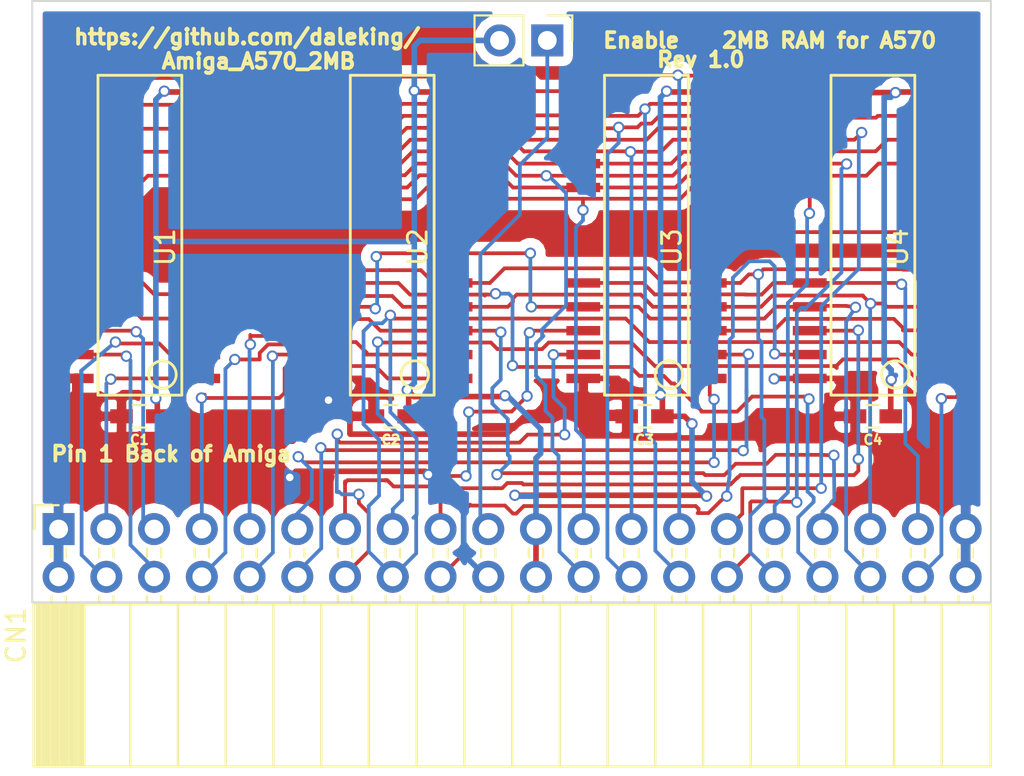
<source format=kicad_pcb>
(kicad_pcb (version 20171130) (host pcbnew "(5.0.2)-1")

  (general
    (thickness 1.6)
    (drawings 12)
    (tracks 911)
    (zones 0)
    (modules 10)
    (nets 36)
  )

  (page A4)
  (layers
    (0 F.Cu signal)
    (31 B.Cu signal)
    (32 B.Adhes user)
    (33 F.Adhes user)
    (34 B.Paste user)
    (35 F.Paste user)
    (36 B.SilkS user)
    (37 F.SilkS user)
    (38 B.Mask user)
    (39 F.Mask user)
    (40 Dwgs.User user)
    (41 Cmts.User user)
    (42 Eco1.User user)
    (43 Eco2.User user)
    (44 Edge.Cuts user)
    (45 Margin user)
    (46 B.CrtYd user)
    (47 F.CrtYd user)
    (48 B.Fab user)
    (49 F.Fab user)
  )

  (setup
    (last_trace_width 0.25)
    (trace_clearance 0.2)
    (zone_clearance 0.508)
    (zone_45_only no)
    (trace_min 0.15)
    (segment_width 0.2)
    (edge_width 0.1)
    (via_size 0.6)
    (via_drill 0.4)
    (via_min_size 0.4)
    (via_min_drill 0.3)
    (uvia_size 0.3)
    (uvia_drill 0.1)
    (uvias_allowed no)
    (uvia_min_size 0.2)
    (uvia_min_drill 0.1)
    (pcb_text_width 0.3)
    (pcb_text_size 1.5 1.5)
    (mod_edge_width 0.15)
    (mod_text_size 1 1)
    (mod_text_width 0.15)
    (pad_size 1.5 1.5)
    (pad_drill 0.6)
    (pad_to_mask_clearance 0)
    (solder_mask_min_width 0.25)
    (aux_axis_origin 127.7 96)
    (visible_elements 7FFFFFFF)
    (pcbplotparams
      (layerselection 0x00020_7ffffffe)
      (usegerberextensions true)
      (usegerberattributes false)
      (usegerberadvancedattributes false)
      (creategerberjobfile false)
      (excludeedgelayer true)
      (linewidth 0.100000)
      (plotframeref false)
      (viasonmask false)
      (mode 1)
      (useauxorigin true)
      (hpglpennumber 1)
      (hpglpenspeed 20)
      (hpglpendiameter 15.000000)
      (psnegative false)
      (psa4output false)
      (plotreference true)
      (plotvalue true)
      (plotinvisibletext false)
      (padsonsilk false)
      (subtractmaskfromsilk false)
      (outputformat 1)
      (mirror false)
      (drillshape 0)
      (scaleselection 1)
      (outputdirectory "D:/Dale/Amiga/TF328/tf328-kicad/newsilk/"))
  )

  (net 0 "")
  (net 1 VCC)
  (net 2 GND)
  (net 3 /DMCD0)
  (net 4 /DMCD1)
  (net 5 /DMCD2)
  (net 6 /DMCD3)
  (net 7 /DMCD4)
  (net 8 /DMCD5)
  (net 9 /DMCD6)
  (net 10 /DMCD7)
  (net 11 /DMCD8)
  (net 12 /DMCD9)
  (net 13 /DMCD10)
  (net 14 /DMCD11)
  (net 15 /DMCD12)
  (net 16 /DMCD13)
  (net 17 /DMCD14)
  (net 18 /DMCD15)
  (net 19 /RAMSZ)
  (net 20 /MA0)
  (net 21 /MA1)
  (net 22 /MA2)
  (net 23 /MA3)
  (net 24 /MA4)
  (net 25 /MA5)
  (net 26 /MA6)
  (net 27 /MA7)
  (net 28 /MA8)
  (net 29 /MA9)
  (net 30 /~LWRITE)
  (net 31 /~LOE)
  (net 32 /~RAS)
  (net 33 /~CAS)
  (net 34 /~UOE)
  (net 35 /~UWRITE)

  (net_class Default "This is the default net class."
    (clearance 0.2)
    (trace_width 0.25)
    (via_dia 0.6)
    (via_drill 0.4)
    (uvia_dia 0.3)
    (uvia_drill 0.1)
  )

  (net_class Power ""
    (clearance 0.2)
    (trace_width 0.3)
    (via_dia 0.6)
    (via_drill 0.4)
    (uvia_dia 0.3)
    (uvia_drill 0.1)
    (add_net GND)
    (add_net VCC)
  )

  (net_class Signal ""
    (clearance 0.2)
    (trace_width 0.2)
    (via_dia 0.6)
    (via_drill 0.4)
    (uvia_dia 0.3)
    (uvia_drill 0.1)
    (add_net /DMCD0)
    (add_net /DMCD1)
    (add_net /DMCD10)
    (add_net /DMCD11)
    (add_net /DMCD12)
    (add_net /DMCD13)
    (add_net /DMCD14)
    (add_net /DMCD15)
    (add_net /DMCD2)
    (add_net /DMCD3)
    (add_net /DMCD4)
    (add_net /DMCD5)
    (add_net /DMCD6)
    (add_net /DMCD7)
    (add_net /DMCD8)
    (add_net /DMCD9)
    (add_net /MA0)
    (add_net /MA1)
    (add_net /MA2)
    (add_net /MA3)
    (add_net /MA4)
    (add_net /MA5)
    (add_net /MA6)
    (add_net /MA7)
    (add_net /MA8)
    (add_net /MA9)
    (add_net /RAMSZ)
    (add_net /~CAS)
    (add_net /~LOE)
    (add_net /~LWRITE)
    (add_net /~RAS)
    (add_net /~UOE)
    (add_net /~UWRITE)
  )

  (module Pin_Headers:Pin_Header_Straight_1x02_Pitch2.54mm (layer F.Cu) (tedit 5C6F737D) (tstamp 5B9670CD)
    (at 155 98 270)
    (descr "Through hole straight pin header, 1x02, 2.54mm pitch, single row")
    (tags "Through hole pin header THT 1x02 2.54mm single row")
    (path /58EED214)
    (fp_text reference JP1 (at 0 -2.33 270) (layer F.SilkS) hide
      (effects (font (size 1 1) (thickness 0.15)))
    )
    (fp_text value ON/OFF (at 4.175 2.3 270) (layer F.Fab)
      (effects (font (size 1 1) (thickness 0.15)))
    )
    (fp_line (start -0.635 -1.27) (end 1.27 -1.27) (layer F.Fab) (width 0.1))
    (fp_line (start 1.27 -1.27) (end 1.27 3.81) (layer F.Fab) (width 0.1))
    (fp_line (start 1.27 3.81) (end -1.27 3.81) (layer F.Fab) (width 0.1))
    (fp_line (start -1.27 3.81) (end -1.27 -0.635) (layer F.Fab) (width 0.1))
    (fp_line (start -1.27 -0.635) (end -0.635 -1.27) (layer F.Fab) (width 0.1))
    (fp_line (start -1.33 3.87) (end 1.33 3.87) (layer F.SilkS) (width 0.12))
    (fp_line (start -1.33 1.27) (end -1.33 3.87) (layer F.SilkS) (width 0.12))
    (fp_line (start 1.33 1.27) (end 1.33 3.87) (layer F.SilkS) (width 0.12))
    (fp_line (start -1.33 1.27) (end 1.33 1.27) (layer F.SilkS) (width 0.12))
    (fp_line (start -1.33 0) (end -1.33 -1.33) (layer F.SilkS) (width 0.12))
    (fp_line (start -1.33 -1.33) (end 0 -1.33) (layer F.SilkS) (width 0.12))
    (fp_line (start -1.8 -1.8) (end -1.8 4.35) (layer F.CrtYd) (width 0.05))
    (fp_line (start -1.8 4.35) (end 1.8 4.35) (layer F.CrtYd) (width 0.05))
    (fp_line (start 1.8 4.35) (end 1.8 -1.8) (layer F.CrtYd) (width 0.05))
    (fp_line (start 1.8 -1.8) (end -1.8 -1.8) (layer F.CrtYd) (width 0.05))
    (fp_text user %R (at 0 1.27) (layer F.Fab)
      (effects (font (size 1 1) (thickness 0.15)))
    )
    (pad 1 thru_hole rect (at 0 0 270) (size 1.7 1.7) (drill 1) (layers *.Cu *.Mask)
      (net 19 /RAMSZ))
    (pad 2 thru_hole oval (at 0 2.54 270) (size 1.7 1.7) (drill 1) (layers *.Cu *.Mask)
      (net 1 VCC))
    (model ${KISYS3DMOD}/Pin_Headers.3dshapes/Pin_Header_Straight_1x02_Pitch2.54mm.wrl
      (at (xyz 0 0 0))
      (scale (xyz 1 1 1))
      (rotate (xyz 0 0 0))
    )
  )

  (module 514400J:SOJ-20-26 (layer F.Cu) (tedit 0) (tstamp 5B967124)
    (at 160.275 109 90)
    (descr "Module CMS SOJ 20/26 pins")
    (tags "CMS SOJ")
    (path /58F09F96)
    (attr smd)
    (fp_text reference U3 (at 0 1.35 90) (layer F.SilkS)
      (effects (font (size 1 1) (thickness 0.15)))
    )
    (fp_text value 514400J (at 0 -1.27 90) (layer F.Fab)
      (effects (font (size 1 1) (thickness 0.15)))
    )
    (fp_circle (center -6.78 1.2) (end -6.415 0.565) (layer F.SilkS) (width 0.15))
    (fp_line (start -7.874 2.23) (end -7.874 -2.23) (layer F.SilkS) (width 0.15))
    (fp_line (start -7.874 -2.23) (end 9.144 -2.23) (layer F.SilkS) (width 0.15))
    (fp_line (start 9.144 -2.23) (end 9.144 2.23) (layer F.SilkS) (width 0.15))
    (fp_line (start 9.144 2.23) (end -7.874 2.23) (layer F.SilkS) (width 0.15))
    (pad 1 smd rect (at -6.985 3.37 90) (size 0.5 1.8) (layers F.Cu F.Paste F.Mask)
      (net 11 /DMCD8))
    (pad 2 smd rect (at -5.715 3.37 90) (size 0.5 1.8) (layers F.Cu F.Paste F.Mask)
      (net 12 /DMCD9))
    (pad 3 smd rect (at -4.445 3.37 90) (size 0.5 1.8) (layers F.Cu F.Paste F.Mask)
      (net 35 /~UWRITE))
    (pad 4 smd rect (at -3.175 3.37 90) (size 0.5 1.8) (layers F.Cu F.Paste F.Mask)
      (net 32 /~RAS))
    (pad 5 smd rect (at -1.905 3.37 90) (size 0.5 1.8) (layers F.Cu F.Paste F.Mask)
      (net 29 /MA9))
    (pad 9 smd rect (at 3.175 3.37 90) (size 0.5 1.8) (layers F.Cu F.Paste F.Mask)
      (net 20 /MA0))
    (pad 10 smd rect (at 4.445 3.37 90) (size 0.5 1.8) (layers F.Cu F.Paste F.Mask)
      (net 21 /MA1))
    (pad 11 smd rect (at 5.715 3.37 90) (size 0.5 1.8) (layers F.Cu F.Paste F.Mask)
      (net 22 /MA2))
    (pad 12 smd rect (at 6.985 3.37 90) (size 0.5 1.8) (layers F.Cu F.Paste F.Mask)
      (net 23 /MA3))
    (pad 13 smd rect (at 8.255 3.37 90) (size 0.5 1.8) (layers F.Cu F.Paste F.Mask)
      (net 1 VCC))
    (pad 14 smd rect (at 8.255 -3.36 90) (size 0.5 1.8) (layers F.Cu F.Paste F.Mask)
      (net 24 /MA4))
    (pad 15 smd rect (at 6.985 -3.36 90) (size 0.5 1.8) (layers F.Cu F.Paste F.Mask)
      (net 25 /MA5))
    (pad 16 smd rect (at 5.715 -3.36 90) (size 0.5 1.8) (layers F.Cu F.Paste F.Mask)
      (net 26 /MA6))
    (pad 17 smd rect (at 4.445 -3.36 90) (size 0.5 1.8) (layers F.Cu F.Paste F.Mask)
      (net 27 /MA7))
    (pad 18 smd rect (at 3.175 -3.36 90) (size 0.5 1.8) (layers F.Cu F.Paste F.Mask)
      (net 28 /MA8))
    (pad 22 smd rect (at -1.905 -3.36 90) (size 0.5 1.8) (layers F.Cu F.Paste F.Mask)
      (net 34 /~UOE))
    (pad 23 smd rect (at -3.175 -3.36 90) (size 0.5 1.8) (layers F.Cu F.Paste F.Mask)
      (net 33 /~CAS))
    (pad 24 smd rect (at -4.445 -3.36 90) (size 0.5 1.8) (layers F.Cu F.Paste F.Mask)
      (net 13 /DMCD10))
    (pad 25 smd rect (at -5.715 -3.36 90) (size 0.5 1.8) (layers F.Cu F.Paste F.Mask)
      (net 14 /DMCD11))
    (pad 26 smd rect (at -6.985 -3.36 90) (size 0.5 1.8) (layers F.Cu F.Paste F.Mask)
      (net 2 GND))
  )

  (module 514400J:SOJ-20-26 (layer F.Cu) (tedit 0) (tstamp 5B967107)
    (at 146.75 109 90)
    (descr "Module CMS SOJ 20/26 pins")
    (tags "CMS SOJ")
    (path /58F09D0A)
    (attr smd)
    (fp_text reference U2 (at 0 1.35 90) (layer F.SilkS)
      (effects (font (size 1 1) (thickness 0.15)))
    )
    (fp_text value 514400J (at 0 -1.27 90) (layer F.Fab)
      (effects (font (size 1 1) (thickness 0.15)))
    )
    (fp_circle (center -6.78 1.2) (end -6.415 0.565) (layer F.SilkS) (width 0.15))
    (fp_line (start -7.874 2.23) (end -7.874 -2.23) (layer F.SilkS) (width 0.15))
    (fp_line (start -7.874 -2.23) (end 9.144 -2.23) (layer F.SilkS) (width 0.15))
    (fp_line (start 9.144 -2.23) (end 9.144 2.23) (layer F.SilkS) (width 0.15))
    (fp_line (start 9.144 2.23) (end -7.874 2.23) (layer F.SilkS) (width 0.15))
    (pad 1 smd rect (at -6.985 3.37 90) (size 0.5 1.8) (layers F.Cu F.Paste F.Mask)
      (net 7 /DMCD4))
    (pad 2 smd rect (at -5.715 3.37 90) (size 0.5 1.8) (layers F.Cu F.Paste F.Mask)
      (net 8 /DMCD5))
    (pad 3 smd rect (at -4.445 3.37 90) (size 0.5 1.8) (layers F.Cu F.Paste F.Mask)
      (net 30 /~LWRITE))
    (pad 4 smd rect (at -3.175 3.37 90) (size 0.5 1.8) (layers F.Cu F.Paste F.Mask)
      (net 32 /~RAS))
    (pad 5 smd rect (at -1.905 3.37 90) (size 0.5 1.8) (layers F.Cu F.Paste F.Mask)
      (net 29 /MA9))
    (pad 9 smd rect (at 3.175 3.37 90) (size 0.5 1.8) (layers F.Cu F.Paste F.Mask)
      (net 20 /MA0))
    (pad 10 smd rect (at 4.445 3.37 90) (size 0.5 1.8) (layers F.Cu F.Paste F.Mask)
      (net 21 /MA1))
    (pad 11 smd rect (at 5.715 3.37 90) (size 0.5 1.8) (layers F.Cu F.Paste F.Mask)
      (net 22 /MA2))
    (pad 12 smd rect (at 6.985 3.37 90) (size 0.5 1.8) (layers F.Cu F.Paste F.Mask)
      (net 23 /MA3))
    (pad 13 smd rect (at 8.255 3.37 90) (size 0.5 1.8) (layers F.Cu F.Paste F.Mask)
      (net 1 VCC))
    (pad 14 smd rect (at 8.255 -3.36 90) (size 0.5 1.8) (layers F.Cu F.Paste F.Mask)
      (net 24 /MA4))
    (pad 15 smd rect (at 6.985 -3.36 90) (size 0.5 1.8) (layers F.Cu F.Paste F.Mask)
      (net 25 /MA5))
    (pad 16 smd rect (at 5.715 -3.36 90) (size 0.5 1.8) (layers F.Cu F.Paste F.Mask)
      (net 26 /MA6))
    (pad 17 smd rect (at 4.445 -3.36 90) (size 0.5 1.8) (layers F.Cu F.Paste F.Mask)
      (net 27 /MA7))
    (pad 18 smd rect (at 3.175 -3.36 90) (size 0.5 1.8) (layers F.Cu F.Paste F.Mask)
      (net 28 /MA8))
    (pad 22 smd rect (at -1.905 -3.36 90) (size 0.5 1.8) (layers F.Cu F.Paste F.Mask)
      (net 31 /~LOE))
    (pad 23 smd rect (at -3.175 -3.36 90) (size 0.5 1.8) (layers F.Cu F.Paste F.Mask)
      (net 33 /~CAS))
    (pad 24 smd rect (at -4.445 -3.36 90) (size 0.5 1.8) (layers F.Cu F.Paste F.Mask)
      (net 9 /DMCD6))
    (pad 25 smd rect (at -5.715 -3.36 90) (size 0.5 1.8) (layers F.Cu F.Paste F.Mask)
      (net 10 /DMCD7))
    (pad 26 smd rect (at -6.985 -3.36 90) (size 0.5 1.8) (layers F.Cu F.Paste F.Mask)
      (net 2 GND))
  )

  (module 514400J:SOJ-20-26 (layer F.Cu) (tedit 0) (tstamp 5B9670EA)
    (at 133.325 109 90)
    (descr "Module CMS SOJ 20/26 pins")
    (tags "CMS SOJ")
    (path /58F07850)
    (attr smd)
    (fp_text reference U1 (at 0 1.35 90) (layer F.SilkS)
      (effects (font (size 1 1) (thickness 0.15)))
    )
    (fp_text value 514400J (at 0 -1.27 90) (layer F.Fab)
      (effects (font (size 1 1) (thickness 0.15)))
    )
    (fp_circle (center -6.78 1.2) (end -6.415 0.565) (layer F.SilkS) (width 0.15))
    (fp_line (start -7.874 2.23) (end -7.874 -2.23) (layer F.SilkS) (width 0.15))
    (fp_line (start -7.874 -2.23) (end 9.144 -2.23) (layer F.SilkS) (width 0.15))
    (fp_line (start 9.144 -2.23) (end 9.144 2.23) (layer F.SilkS) (width 0.15))
    (fp_line (start 9.144 2.23) (end -7.874 2.23) (layer F.SilkS) (width 0.15))
    (pad 1 smd rect (at -6.985 3.37 90) (size 0.5 1.8) (layers F.Cu F.Paste F.Mask)
      (net 3 /DMCD0))
    (pad 2 smd rect (at -5.715 3.37 90) (size 0.5 1.8) (layers F.Cu F.Paste F.Mask)
      (net 4 /DMCD1))
    (pad 3 smd rect (at -4.445 3.37 90) (size 0.5 1.8) (layers F.Cu F.Paste F.Mask)
      (net 30 /~LWRITE))
    (pad 4 smd rect (at -3.175 3.37 90) (size 0.5 1.8) (layers F.Cu F.Paste F.Mask)
      (net 32 /~RAS))
    (pad 5 smd rect (at -1.905 3.37 90) (size 0.5 1.8) (layers F.Cu F.Paste F.Mask)
      (net 29 /MA9))
    (pad 9 smd rect (at 3.175 3.37 90) (size 0.5 1.8) (layers F.Cu F.Paste F.Mask)
      (net 20 /MA0))
    (pad 10 smd rect (at 4.445 3.37 90) (size 0.5 1.8) (layers F.Cu F.Paste F.Mask)
      (net 21 /MA1))
    (pad 11 smd rect (at 5.715 3.37 90) (size 0.5 1.8) (layers F.Cu F.Paste F.Mask)
      (net 22 /MA2))
    (pad 12 smd rect (at 6.985 3.37 90) (size 0.5 1.8) (layers F.Cu F.Paste F.Mask)
      (net 23 /MA3))
    (pad 13 smd rect (at 8.255 3.37 90) (size 0.5 1.8) (layers F.Cu F.Paste F.Mask)
      (net 1 VCC))
    (pad 14 smd rect (at 8.255 -3.36 90) (size 0.5 1.8) (layers F.Cu F.Paste F.Mask)
      (net 24 /MA4))
    (pad 15 smd rect (at 6.985 -3.36 90) (size 0.5 1.8) (layers F.Cu F.Paste F.Mask)
      (net 25 /MA5))
    (pad 16 smd rect (at 5.715 -3.36 90) (size 0.5 1.8) (layers F.Cu F.Paste F.Mask)
      (net 26 /MA6))
    (pad 17 smd rect (at 4.445 -3.36 90) (size 0.5 1.8) (layers F.Cu F.Paste F.Mask)
      (net 27 /MA7))
    (pad 18 smd rect (at 3.175 -3.36 90) (size 0.5 1.8) (layers F.Cu F.Paste F.Mask)
      (net 28 /MA8))
    (pad 22 smd rect (at -1.905 -3.36 90) (size 0.5 1.8) (layers F.Cu F.Paste F.Mask)
      (net 31 /~LOE))
    (pad 23 smd rect (at -3.175 -3.36 90) (size 0.5 1.8) (layers F.Cu F.Paste F.Mask)
      (net 33 /~CAS))
    (pad 24 smd rect (at -4.445 -3.36 90) (size 0.5 1.8) (layers F.Cu F.Paste F.Mask)
      (net 5 /DMCD2))
    (pad 25 smd rect (at -5.715 -3.36 90) (size 0.5 1.8) (layers F.Cu F.Paste F.Mask)
      (net 6 /DMCD3))
    (pad 26 smd rect (at -6.985 -3.36 90) (size 0.5 1.8) (layers F.Cu F.Paste F.Mask)
      (net 2 GND))
  )

  (module 514400J:SOJ-20-26 (layer F.Cu) (tedit 0) (tstamp 5B967141)
    (at 172.325 109 90)
    (descr "Module CMS SOJ 20/26 pins")
    (tags "CMS SOJ")
    (path /58F0A0CD)
    (attr smd)
    (fp_text reference U4 (at 0 1.35 90) (layer F.SilkS)
      (effects (font (size 1 1) (thickness 0.15)))
    )
    (fp_text value 514400J (at 0 -1.27 90) (layer F.Fab)
      (effects (font (size 1 1) (thickness 0.15)))
    )
    (fp_circle (center -6.78 1.2) (end -6.415 0.565) (layer F.SilkS) (width 0.15))
    (fp_line (start -7.874 2.23) (end -7.874 -2.23) (layer F.SilkS) (width 0.15))
    (fp_line (start -7.874 -2.23) (end 9.144 -2.23) (layer F.SilkS) (width 0.15))
    (fp_line (start 9.144 -2.23) (end 9.144 2.23) (layer F.SilkS) (width 0.15))
    (fp_line (start 9.144 2.23) (end -7.874 2.23) (layer F.SilkS) (width 0.15))
    (pad 1 smd rect (at -6.985 3.37 90) (size 0.5 1.8) (layers F.Cu F.Paste F.Mask)
      (net 15 /DMCD12))
    (pad 2 smd rect (at -5.715 3.37 90) (size 0.5 1.8) (layers F.Cu F.Paste F.Mask)
      (net 16 /DMCD13))
    (pad 3 smd rect (at -4.445 3.37 90) (size 0.5 1.8) (layers F.Cu F.Paste F.Mask)
      (net 35 /~UWRITE))
    (pad 4 smd rect (at -3.175 3.37 90) (size 0.5 1.8) (layers F.Cu F.Paste F.Mask)
      (net 32 /~RAS))
    (pad 5 smd rect (at -1.905 3.37 90) (size 0.5 1.8) (layers F.Cu F.Paste F.Mask)
      (net 29 /MA9))
    (pad 9 smd rect (at 3.175 3.37 90) (size 0.5 1.8) (layers F.Cu F.Paste F.Mask)
      (net 20 /MA0))
    (pad 10 smd rect (at 4.445 3.37 90) (size 0.5 1.8) (layers F.Cu F.Paste F.Mask)
      (net 21 /MA1))
    (pad 11 smd rect (at 5.715 3.37 90) (size 0.5 1.8) (layers F.Cu F.Paste F.Mask)
      (net 22 /MA2))
    (pad 12 smd rect (at 6.985 3.37 90) (size 0.5 1.8) (layers F.Cu F.Paste F.Mask)
      (net 23 /MA3))
    (pad 13 smd rect (at 8.255 3.37 90) (size 0.5 1.8) (layers F.Cu F.Paste F.Mask)
      (net 1 VCC))
    (pad 14 smd rect (at 8.255 -3.36 90) (size 0.5 1.8) (layers F.Cu F.Paste F.Mask)
      (net 24 /MA4))
    (pad 15 smd rect (at 6.985 -3.36 90) (size 0.5 1.8) (layers F.Cu F.Paste F.Mask)
      (net 25 /MA5))
    (pad 16 smd rect (at 5.715 -3.36 90) (size 0.5 1.8) (layers F.Cu F.Paste F.Mask)
      (net 26 /MA6))
    (pad 17 smd rect (at 4.445 -3.36 90) (size 0.5 1.8) (layers F.Cu F.Paste F.Mask)
      (net 27 /MA7))
    (pad 18 smd rect (at 3.175 -3.36 90) (size 0.5 1.8) (layers F.Cu F.Paste F.Mask)
      (net 28 /MA8))
    (pad 22 smd rect (at -1.905 -3.36 90) (size 0.5 1.8) (layers F.Cu F.Paste F.Mask)
      (net 34 /~UOE))
    (pad 23 smd rect (at -3.175 -3.36 90) (size 0.5 1.8) (layers F.Cu F.Paste F.Mask)
      (net 33 /~CAS))
    (pad 24 smd rect (at -4.445 -3.36 90) (size 0.5 1.8) (layers F.Cu F.Paste F.Mask)
      (net 17 /DMCD14))
    (pad 25 smd rect (at -5.715 -3.36 90) (size 0.5 1.8) (layers F.Cu F.Paste F.Mask)
      (net 18 /DMCD15))
    (pad 26 smd rect (at -6.985 -3.36 90) (size 0.5 1.8) (layers F.Cu F.Paste F.Mask)
      (net 2 GND))
  )

  (module Socket_Strips:Socket_Strip_Angled_2x20_Pitch2.54mm (layer F.Cu) (tedit 58CD544A) (tstamp 5B96709A)
    (at 129 124 90)
    (descr "Through hole angled socket strip, 2x20, 2.54mm pitch, 8.51mm socket length, double rows")
    (tags "Through hole angled socket strip THT 2x20 2.54mm double row")
    (path /58EE265D)
    (fp_text reference CN1 (at -5.65 -2.27 90) (layer F.SilkS)
      (effects (font (size 1 1) (thickness 0.15)))
    )
    (fp_text value CONN_02X20 (at -5.65 50.53 90) (layer F.Fab)
      (effects (font (size 1 1) (thickness 0.15)))
    )
    (fp_line (start -4.06 -1.27) (end -4.06 1.27) (layer F.Fab) (width 0.1))
    (fp_line (start -4.06 1.27) (end -12.57 1.27) (layer F.Fab) (width 0.1))
    (fp_line (start -12.57 1.27) (end -12.57 -1.27) (layer F.Fab) (width 0.1))
    (fp_line (start -12.57 -1.27) (end -4.06 -1.27) (layer F.Fab) (width 0.1))
    (fp_line (start 0 -0.32) (end 0 0.32) (layer F.Fab) (width 0.1))
    (fp_line (start 0 0.32) (end -4.06 0.32) (layer F.Fab) (width 0.1))
    (fp_line (start -4.06 0.32) (end -4.06 -0.32) (layer F.Fab) (width 0.1))
    (fp_line (start -4.06 -0.32) (end 0 -0.32) (layer F.Fab) (width 0.1))
    (fp_line (start -4.06 1.27) (end -4.06 3.81) (layer F.Fab) (width 0.1))
    (fp_line (start -4.06 3.81) (end -12.57 3.81) (layer F.Fab) (width 0.1))
    (fp_line (start -12.57 3.81) (end -12.57 1.27) (layer F.Fab) (width 0.1))
    (fp_line (start -12.57 1.27) (end -4.06 1.27) (layer F.Fab) (width 0.1))
    (fp_line (start 0 2.22) (end 0 2.86) (layer F.Fab) (width 0.1))
    (fp_line (start 0 2.86) (end -4.06 2.86) (layer F.Fab) (width 0.1))
    (fp_line (start -4.06 2.86) (end -4.06 2.22) (layer F.Fab) (width 0.1))
    (fp_line (start -4.06 2.22) (end 0 2.22) (layer F.Fab) (width 0.1))
    (fp_line (start -4.06 3.81) (end -4.06 6.35) (layer F.Fab) (width 0.1))
    (fp_line (start -4.06 6.35) (end -12.57 6.35) (layer F.Fab) (width 0.1))
    (fp_line (start -12.57 6.35) (end -12.57 3.81) (layer F.Fab) (width 0.1))
    (fp_line (start -12.57 3.81) (end -4.06 3.81) (layer F.Fab) (width 0.1))
    (fp_line (start 0 4.76) (end 0 5.4) (layer F.Fab) (width 0.1))
    (fp_line (start 0 5.4) (end -4.06 5.4) (layer F.Fab) (width 0.1))
    (fp_line (start -4.06 5.4) (end -4.06 4.76) (layer F.Fab) (width 0.1))
    (fp_line (start -4.06 4.76) (end 0 4.76) (layer F.Fab) (width 0.1))
    (fp_line (start -4.06 6.35) (end -4.06 8.89) (layer F.Fab) (width 0.1))
    (fp_line (start -4.06 8.89) (end -12.57 8.89) (layer F.Fab) (width 0.1))
    (fp_line (start -12.57 8.89) (end -12.57 6.35) (layer F.Fab) (width 0.1))
    (fp_line (start -12.57 6.35) (end -4.06 6.35) (layer F.Fab) (width 0.1))
    (fp_line (start 0 7.3) (end 0 7.94) (layer F.Fab) (width 0.1))
    (fp_line (start 0 7.94) (end -4.06 7.94) (layer F.Fab) (width 0.1))
    (fp_line (start -4.06 7.94) (end -4.06 7.3) (layer F.Fab) (width 0.1))
    (fp_line (start -4.06 7.3) (end 0 7.3) (layer F.Fab) (width 0.1))
    (fp_line (start -4.06 8.89) (end -4.06 11.43) (layer F.Fab) (width 0.1))
    (fp_line (start -4.06 11.43) (end -12.57 11.43) (layer F.Fab) (width 0.1))
    (fp_line (start -12.57 11.43) (end -12.57 8.89) (layer F.Fab) (width 0.1))
    (fp_line (start -12.57 8.89) (end -4.06 8.89) (layer F.Fab) (width 0.1))
    (fp_line (start 0 9.84) (end 0 10.48) (layer F.Fab) (width 0.1))
    (fp_line (start 0 10.48) (end -4.06 10.48) (layer F.Fab) (width 0.1))
    (fp_line (start -4.06 10.48) (end -4.06 9.84) (layer F.Fab) (width 0.1))
    (fp_line (start -4.06 9.84) (end 0 9.84) (layer F.Fab) (width 0.1))
    (fp_line (start -4.06 11.43) (end -4.06 13.97) (layer F.Fab) (width 0.1))
    (fp_line (start -4.06 13.97) (end -12.57 13.97) (layer F.Fab) (width 0.1))
    (fp_line (start -12.57 13.97) (end -12.57 11.43) (layer F.Fab) (width 0.1))
    (fp_line (start -12.57 11.43) (end -4.06 11.43) (layer F.Fab) (width 0.1))
    (fp_line (start 0 12.38) (end 0 13.02) (layer F.Fab) (width 0.1))
    (fp_line (start 0 13.02) (end -4.06 13.02) (layer F.Fab) (width 0.1))
    (fp_line (start -4.06 13.02) (end -4.06 12.38) (layer F.Fab) (width 0.1))
    (fp_line (start -4.06 12.38) (end 0 12.38) (layer F.Fab) (width 0.1))
    (fp_line (start -4.06 13.97) (end -4.06 16.51) (layer F.Fab) (width 0.1))
    (fp_line (start -4.06 16.51) (end -12.57 16.51) (layer F.Fab) (width 0.1))
    (fp_line (start -12.57 16.51) (end -12.57 13.97) (layer F.Fab) (width 0.1))
    (fp_line (start -12.57 13.97) (end -4.06 13.97) (layer F.Fab) (width 0.1))
    (fp_line (start 0 14.92) (end 0 15.56) (layer F.Fab) (width 0.1))
    (fp_line (start 0 15.56) (end -4.06 15.56) (layer F.Fab) (width 0.1))
    (fp_line (start -4.06 15.56) (end -4.06 14.92) (layer F.Fab) (width 0.1))
    (fp_line (start -4.06 14.92) (end 0 14.92) (layer F.Fab) (width 0.1))
    (fp_line (start -4.06 16.51) (end -4.06 19.05) (layer F.Fab) (width 0.1))
    (fp_line (start -4.06 19.05) (end -12.57 19.05) (layer F.Fab) (width 0.1))
    (fp_line (start -12.57 19.05) (end -12.57 16.51) (layer F.Fab) (width 0.1))
    (fp_line (start -12.57 16.51) (end -4.06 16.51) (layer F.Fab) (width 0.1))
    (fp_line (start 0 17.46) (end 0 18.1) (layer F.Fab) (width 0.1))
    (fp_line (start 0 18.1) (end -4.06 18.1) (layer F.Fab) (width 0.1))
    (fp_line (start -4.06 18.1) (end -4.06 17.46) (layer F.Fab) (width 0.1))
    (fp_line (start -4.06 17.46) (end 0 17.46) (layer F.Fab) (width 0.1))
    (fp_line (start -4.06 19.05) (end -4.06 21.59) (layer F.Fab) (width 0.1))
    (fp_line (start -4.06 21.59) (end -12.57 21.59) (layer F.Fab) (width 0.1))
    (fp_line (start -12.57 21.59) (end -12.57 19.05) (layer F.Fab) (width 0.1))
    (fp_line (start -12.57 19.05) (end -4.06 19.05) (layer F.Fab) (width 0.1))
    (fp_line (start 0 20) (end 0 20.64) (layer F.Fab) (width 0.1))
    (fp_line (start 0 20.64) (end -4.06 20.64) (layer F.Fab) (width 0.1))
    (fp_line (start -4.06 20.64) (end -4.06 20) (layer F.Fab) (width 0.1))
    (fp_line (start -4.06 20) (end 0 20) (layer F.Fab) (width 0.1))
    (fp_line (start -4.06 21.59) (end -4.06 24.13) (layer F.Fab) (width 0.1))
    (fp_line (start -4.06 24.13) (end -12.57 24.13) (layer F.Fab) (width 0.1))
    (fp_line (start -12.57 24.13) (end -12.57 21.59) (layer F.Fab) (width 0.1))
    (fp_line (start -12.57 21.59) (end -4.06 21.59) (layer F.Fab) (width 0.1))
    (fp_line (start 0 22.54) (end 0 23.18) (layer F.Fab) (width 0.1))
    (fp_line (start 0 23.18) (end -4.06 23.18) (layer F.Fab) (width 0.1))
    (fp_line (start -4.06 23.18) (end -4.06 22.54) (layer F.Fab) (width 0.1))
    (fp_line (start -4.06 22.54) (end 0 22.54) (layer F.Fab) (width 0.1))
    (fp_line (start -4.06 24.13) (end -4.06 26.67) (layer F.Fab) (width 0.1))
    (fp_line (start -4.06 26.67) (end -12.57 26.67) (layer F.Fab) (width 0.1))
    (fp_line (start -12.57 26.67) (end -12.57 24.13) (layer F.Fab) (width 0.1))
    (fp_line (start -12.57 24.13) (end -4.06 24.13) (layer F.Fab) (width 0.1))
    (fp_line (start 0 25.08) (end 0 25.72) (layer F.Fab) (width 0.1))
    (fp_line (start 0 25.72) (end -4.06 25.72) (layer F.Fab) (width 0.1))
    (fp_line (start -4.06 25.72) (end -4.06 25.08) (layer F.Fab) (width 0.1))
    (fp_line (start -4.06 25.08) (end 0 25.08) (layer F.Fab) (width 0.1))
    (fp_line (start -4.06 26.67) (end -4.06 29.21) (layer F.Fab) (width 0.1))
    (fp_line (start -4.06 29.21) (end -12.57 29.21) (layer F.Fab) (width 0.1))
    (fp_line (start -12.57 29.21) (end -12.57 26.67) (layer F.Fab) (width 0.1))
    (fp_line (start -12.57 26.67) (end -4.06 26.67) (layer F.Fab) (width 0.1))
    (fp_line (start 0 27.62) (end 0 28.26) (layer F.Fab) (width 0.1))
    (fp_line (start 0 28.26) (end -4.06 28.26) (layer F.Fab) (width 0.1))
    (fp_line (start -4.06 28.26) (end -4.06 27.62) (layer F.Fab) (width 0.1))
    (fp_line (start -4.06 27.62) (end 0 27.62) (layer F.Fab) (width 0.1))
    (fp_line (start -4.06 29.21) (end -4.06 31.75) (layer F.Fab) (width 0.1))
    (fp_line (start -4.06 31.75) (end -12.57 31.75) (layer F.Fab) (width 0.1))
    (fp_line (start -12.57 31.75) (end -12.57 29.21) (layer F.Fab) (width 0.1))
    (fp_line (start -12.57 29.21) (end -4.06 29.21) (layer F.Fab) (width 0.1))
    (fp_line (start 0 30.16) (end 0 30.8) (layer F.Fab) (width 0.1))
    (fp_line (start 0 30.8) (end -4.06 30.8) (layer F.Fab) (width 0.1))
    (fp_line (start -4.06 30.8) (end -4.06 30.16) (layer F.Fab) (width 0.1))
    (fp_line (start -4.06 30.16) (end 0 30.16) (layer F.Fab) (width 0.1))
    (fp_line (start -4.06 31.75) (end -4.06 34.29) (layer F.Fab) (width 0.1))
    (fp_line (start -4.06 34.29) (end -12.57 34.29) (layer F.Fab) (width 0.1))
    (fp_line (start -12.57 34.29) (end -12.57 31.75) (layer F.Fab) (width 0.1))
    (fp_line (start -12.57 31.75) (end -4.06 31.75) (layer F.Fab) (width 0.1))
    (fp_line (start 0 32.7) (end 0 33.34) (layer F.Fab) (width 0.1))
    (fp_line (start 0 33.34) (end -4.06 33.34) (layer F.Fab) (width 0.1))
    (fp_line (start -4.06 33.34) (end -4.06 32.7) (layer F.Fab) (width 0.1))
    (fp_line (start -4.06 32.7) (end 0 32.7) (layer F.Fab) (width 0.1))
    (fp_line (start -4.06 34.29) (end -4.06 36.83) (layer F.Fab) (width 0.1))
    (fp_line (start -4.06 36.83) (end -12.57 36.83) (layer F.Fab) (width 0.1))
    (fp_line (start -12.57 36.83) (end -12.57 34.29) (layer F.Fab) (width 0.1))
    (fp_line (start -12.57 34.29) (end -4.06 34.29) (layer F.Fab) (width 0.1))
    (fp_line (start 0 35.24) (end 0 35.88) (layer F.Fab) (width 0.1))
    (fp_line (start 0 35.88) (end -4.06 35.88) (layer F.Fab) (width 0.1))
    (fp_line (start -4.06 35.88) (end -4.06 35.24) (layer F.Fab) (width 0.1))
    (fp_line (start -4.06 35.24) (end 0 35.24) (layer F.Fab) (width 0.1))
    (fp_line (start -4.06 36.83) (end -4.06 39.37) (layer F.Fab) (width 0.1))
    (fp_line (start -4.06 39.37) (end -12.57 39.37) (layer F.Fab) (width 0.1))
    (fp_line (start -12.57 39.37) (end -12.57 36.83) (layer F.Fab) (width 0.1))
    (fp_line (start -12.57 36.83) (end -4.06 36.83) (layer F.Fab) (width 0.1))
    (fp_line (start 0 37.78) (end 0 38.42) (layer F.Fab) (width 0.1))
    (fp_line (start 0 38.42) (end -4.06 38.42) (layer F.Fab) (width 0.1))
    (fp_line (start -4.06 38.42) (end -4.06 37.78) (layer F.Fab) (width 0.1))
    (fp_line (start -4.06 37.78) (end 0 37.78) (layer F.Fab) (width 0.1))
    (fp_line (start -4.06 39.37) (end -4.06 41.91) (layer F.Fab) (width 0.1))
    (fp_line (start -4.06 41.91) (end -12.57 41.91) (layer F.Fab) (width 0.1))
    (fp_line (start -12.57 41.91) (end -12.57 39.37) (layer F.Fab) (width 0.1))
    (fp_line (start -12.57 39.37) (end -4.06 39.37) (layer F.Fab) (width 0.1))
    (fp_line (start 0 40.32) (end 0 40.96) (layer F.Fab) (width 0.1))
    (fp_line (start 0 40.96) (end -4.06 40.96) (layer F.Fab) (width 0.1))
    (fp_line (start -4.06 40.96) (end -4.06 40.32) (layer F.Fab) (width 0.1))
    (fp_line (start -4.06 40.32) (end 0 40.32) (layer F.Fab) (width 0.1))
    (fp_line (start -4.06 41.91) (end -4.06 44.45) (layer F.Fab) (width 0.1))
    (fp_line (start -4.06 44.45) (end -12.57 44.45) (layer F.Fab) (width 0.1))
    (fp_line (start -12.57 44.45) (end -12.57 41.91) (layer F.Fab) (width 0.1))
    (fp_line (start -12.57 41.91) (end -4.06 41.91) (layer F.Fab) (width 0.1))
    (fp_line (start 0 42.86) (end 0 43.5) (layer F.Fab) (width 0.1))
    (fp_line (start 0 43.5) (end -4.06 43.5) (layer F.Fab) (width 0.1))
    (fp_line (start -4.06 43.5) (end -4.06 42.86) (layer F.Fab) (width 0.1))
    (fp_line (start -4.06 42.86) (end 0 42.86) (layer F.Fab) (width 0.1))
    (fp_line (start -4.06 44.45) (end -4.06 46.99) (layer F.Fab) (width 0.1))
    (fp_line (start -4.06 46.99) (end -12.57 46.99) (layer F.Fab) (width 0.1))
    (fp_line (start -12.57 46.99) (end -12.57 44.45) (layer F.Fab) (width 0.1))
    (fp_line (start -12.57 44.45) (end -4.06 44.45) (layer F.Fab) (width 0.1))
    (fp_line (start 0 45.4) (end 0 46.04) (layer F.Fab) (width 0.1))
    (fp_line (start 0 46.04) (end -4.06 46.04) (layer F.Fab) (width 0.1))
    (fp_line (start -4.06 46.04) (end -4.06 45.4) (layer F.Fab) (width 0.1))
    (fp_line (start -4.06 45.4) (end 0 45.4) (layer F.Fab) (width 0.1))
    (fp_line (start -4.06 46.99) (end -4.06 49.53) (layer F.Fab) (width 0.1))
    (fp_line (start -4.06 49.53) (end -12.57 49.53) (layer F.Fab) (width 0.1))
    (fp_line (start -12.57 49.53) (end -12.57 46.99) (layer F.Fab) (width 0.1))
    (fp_line (start -12.57 46.99) (end -4.06 46.99) (layer F.Fab) (width 0.1))
    (fp_line (start 0 47.94) (end 0 48.58) (layer F.Fab) (width 0.1))
    (fp_line (start 0 48.58) (end -4.06 48.58) (layer F.Fab) (width 0.1))
    (fp_line (start -4.06 48.58) (end -4.06 47.94) (layer F.Fab) (width 0.1))
    (fp_line (start -4.06 47.94) (end 0 47.94) (layer F.Fab) (width 0.1))
    (fp_line (start -4 -1.33) (end -4 1.27) (layer F.SilkS) (width 0.12))
    (fp_line (start -4 1.27) (end -12.63 1.27) (layer F.SilkS) (width 0.12))
    (fp_line (start -12.63 1.27) (end -12.63 -1.33) (layer F.SilkS) (width 0.12))
    (fp_line (start -12.63 -1.33) (end -4 -1.33) (layer F.SilkS) (width 0.12))
    (fp_line (start -3.57 -0.38) (end -4 -0.38) (layer F.SilkS) (width 0.12))
    (fp_line (start -3.57 0.38) (end -4 0.38) (layer F.SilkS) (width 0.12))
    (fp_line (start -1.03 -0.38) (end -1.51 -0.38) (layer F.SilkS) (width 0.12))
    (fp_line (start -1.03 0.38) (end -1.51 0.38) (layer F.SilkS) (width 0.12))
    (fp_line (start -4 -1.15) (end -12.63 -1.15) (layer F.SilkS) (width 0.12))
    (fp_line (start -4 -1.03) (end -12.63 -1.03) (layer F.SilkS) (width 0.12))
    (fp_line (start -4 -0.91) (end -12.63 -0.91) (layer F.SilkS) (width 0.12))
    (fp_line (start -4 -0.79) (end -12.63 -0.79) (layer F.SilkS) (width 0.12))
    (fp_line (start -4 -0.67) (end -12.63 -0.67) (layer F.SilkS) (width 0.12))
    (fp_line (start -4 -0.55) (end -12.63 -0.55) (layer F.SilkS) (width 0.12))
    (fp_line (start -4 -0.43) (end -12.63 -0.43) (layer F.SilkS) (width 0.12))
    (fp_line (start -4 -0.31) (end -12.63 -0.31) (layer F.SilkS) (width 0.12))
    (fp_line (start -4 -0.19) (end -12.63 -0.19) (layer F.SilkS) (width 0.12))
    (fp_line (start -4 -0.07) (end -12.63 -0.07) (layer F.SilkS) (width 0.12))
    (fp_line (start -4 0.05) (end -12.63 0.05) (layer F.SilkS) (width 0.12))
    (fp_line (start -4 0.17) (end -12.63 0.17) (layer F.SilkS) (width 0.12))
    (fp_line (start -4 0.29) (end -12.63 0.29) (layer F.SilkS) (width 0.12))
    (fp_line (start -4 0.41) (end -12.63 0.41) (layer F.SilkS) (width 0.12))
    (fp_line (start -4 0.53) (end -12.63 0.53) (layer F.SilkS) (width 0.12))
    (fp_line (start -4 0.65) (end -12.63 0.65) (layer F.SilkS) (width 0.12))
    (fp_line (start -4 0.77) (end -12.63 0.77) (layer F.SilkS) (width 0.12))
    (fp_line (start -4 0.89) (end -12.63 0.89) (layer F.SilkS) (width 0.12))
    (fp_line (start -4 1.01) (end -12.63 1.01) (layer F.SilkS) (width 0.12))
    (fp_line (start -4 1.13) (end -12.63 1.13) (layer F.SilkS) (width 0.12))
    (fp_line (start -4 1.25) (end -12.63 1.25) (layer F.SilkS) (width 0.12))
    (fp_line (start -4 1.37) (end -12.63 1.37) (layer F.SilkS) (width 0.12))
    (fp_line (start -4 1.27) (end -4 3.81) (layer F.SilkS) (width 0.12))
    (fp_line (start -4 3.81) (end -12.63 3.81) (layer F.SilkS) (width 0.12))
    (fp_line (start -12.63 3.81) (end -12.63 1.27) (layer F.SilkS) (width 0.12))
    (fp_line (start -12.63 1.27) (end -4 1.27) (layer F.SilkS) (width 0.12))
    (fp_line (start -3.57 2.16) (end -4 2.16) (layer F.SilkS) (width 0.12))
    (fp_line (start -3.57 2.92) (end -4 2.92) (layer F.SilkS) (width 0.12))
    (fp_line (start -1.03 2.16) (end -1.51 2.16) (layer F.SilkS) (width 0.12))
    (fp_line (start -1.03 2.92) (end -1.51 2.92) (layer F.SilkS) (width 0.12))
    (fp_line (start -4 3.81) (end -4 6.35) (layer F.SilkS) (width 0.12))
    (fp_line (start -4 6.35) (end -12.63 6.35) (layer F.SilkS) (width 0.12))
    (fp_line (start -12.63 6.35) (end -12.63 3.81) (layer F.SilkS) (width 0.12))
    (fp_line (start -12.63 3.81) (end -4 3.81) (layer F.SilkS) (width 0.12))
    (fp_line (start -3.57 4.7) (end -4 4.7) (layer F.SilkS) (width 0.12))
    (fp_line (start -3.57 5.46) (end -4 5.46) (layer F.SilkS) (width 0.12))
    (fp_line (start -1.03 4.7) (end -1.51 4.7) (layer F.SilkS) (width 0.12))
    (fp_line (start -1.03 5.46) (end -1.51 5.46) (layer F.SilkS) (width 0.12))
    (fp_line (start -4 6.35) (end -4 8.89) (layer F.SilkS) (width 0.12))
    (fp_line (start -4 8.89) (end -12.63 8.89) (layer F.SilkS) (width 0.12))
    (fp_line (start -12.63 8.89) (end -12.63 6.35) (layer F.SilkS) (width 0.12))
    (fp_line (start -12.63 6.35) (end -4 6.35) (layer F.SilkS) (width 0.12))
    (fp_line (start -3.57 7.24) (end -4 7.24) (layer F.SilkS) (width 0.12))
    (fp_line (start -3.57 8) (end -4 8) (layer F.SilkS) (width 0.12))
    (fp_line (start -1.03 7.24) (end -1.51 7.24) (layer F.SilkS) (width 0.12))
    (fp_line (start -1.03 8) (end -1.51 8) (layer F.SilkS) (width 0.12))
    (fp_line (start -4 8.89) (end -4 11.43) (layer F.SilkS) (width 0.12))
    (fp_line (start -4 11.43) (end -12.63 11.43) (layer F.SilkS) (width 0.12))
    (fp_line (start -12.63 11.43) (end -12.63 8.89) (layer F.SilkS) (width 0.12))
    (fp_line (start -12.63 8.89) (end -4 8.89) (layer F.SilkS) (width 0.12))
    (fp_line (start -3.57 9.78) (end -4 9.78) (layer F.SilkS) (width 0.12))
    (fp_line (start -3.57 10.54) (end -4 10.54) (layer F.SilkS) (width 0.12))
    (fp_line (start -1.03 9.78) (end -1.51 9.78) (layer F.SilkS) (width 0.12))
    (fp_line (start -1.03 10.54) (end -1.51 10.54) (layer F.SilkS) (width 0.12))
    (fp_line (start -4 11.43) (end -4 13.97) (layer F.SilkS) (width 0.12))
    (fp_line (start -4 13.97) (end -12.63 13.97) (layer F.SilkS) (width 0.12))
    (fp_line (start -12.63 13.97) (end -12.63 11.43) (layer F.SilkS) (width 0.12))
    (fp_line (start -12.63 11.43) (end -4 11.43) (layer F.SilkS) (width 0.12))
    (fp_line (start -3.57 12.32) (end -4 12.32) (layer F.SilkS) (width 0.12))
    (fp_line (start -3.57 13.08) (end -4 13.08) (layer F.SilkS) (width 0.12))
    (fp_line (start -1.03 12.32) (end -1.51 12.32) (layer F.SilkS) (width 0.12))
    (fp_line (start -1.03 13.08) (end -1.51 13.08) (layer F.SilkS) (width 0.12))
    (fp_line (start -4 13.97) (end -4 16.51) (layer F.SilkS) (width 0.12))
    (fp_line (start -4 16.51) (end -12.63 16.51) (layer F.SilkS) (width 0.12))
    (fp_line (start -12.63 16.51) (end -12.63 13.97) (layer F.SilkS) (width 0.12))
    (fp_line (start -12.63 13.97) (end -4 13.97) (layer F.SilkS) (width 0.12))
    (fp_line (start -3.57 14.86) (end -4 14.86) (layer F.SilkS) (width 0.12))
    (fp_line (start -3.57 15.62) (end -4 15.62) (layer F.SilkS) (width 0.12))
    (fp_line (start -1.03 14.86) (end -1.51 14.86) (layer F.SilkS) (width 0.12))
    (fp_line (start -1.03 15.62) (end -1.51 15.62) (layer F.SilkS) (width 0.12))
    (fp_line (start -4 16.51) (end -4 19.05) (layer F.SilkS) (width 0.12))
    (fp_line (start -4 19.05) (end -12.63 19.05) (layer F.SilkS) (width 0.12))
    (fp_line (start -12.63 19.05) (end -12.63 16.51) (layer F.SilkS) (width 0.12))
    (fp_line (start -12.63 16.51) (end -4 16.51) (layer F.SilkS) (width 0.12))
    (fp_line (start -3.57 17.4) (end -4 17.4) (layer F.SilkS) (width 0.12))
    (fp_line (start -3.57 18.16) (end -4 18.16) (layer F.SilkS) (width 0.12))
    (fp_line (start -1.03 17.4) (end -1.51 17.4) (layer F.SilkS) (width 0.12))
    (fp_line (start -1.03 18.16) (end -1.51 18.16) (layer F.SilkS) (width 0.12))
    (fp_line (start -4 19.05) (end -4 21.59) (layer F.SilkS) (width 0.12))
    (fp_line (start -4 21.59) (end -12.63 21.59) (layer F.SilkS) (width 0.12))
    (fp_line (start -12.63 21.59) (end -12.63 19.05) (layer F.SilkS) (width 0.12))
    (fp_line (start -12.63 19.05) (end -4 19.05) (layer F.SilkS) (width 0.12))
    (fp_line (start -3.57 19.94) (end -4 19.94) (layer F.SilkS) (width 0.12))
    (fp_line (start -3.57 20.7) (end -4 20.7) (layer F.SilkS) (width 0.12))
    (fp_line (start -1.03 19.94) (end -1.51 19.94) (layer F.SilkS) (width 0.12))
    (fp_line (start -1.03 20.7) (end -1.51 20.7) (layer F.SilkS) (width 0.12))
    (fp_line (start -4 21.59) (end -4 24.13) (layer F.SilkS) (width 0.12))
    (fp_line (start -4 24.13) (end -12.63 24.13) (layer F.SilkS) (width 0.12))
    (fp_line (start -12.63 24.13) (end -12.63 21.59) (layer F.SilkS) (width 0.12))
    (fp_line (start -12.63 21.59) (end -4 21.59) (layer F.SilkS) (width 0.12))
    (fp_line (start -3.57 22.48) (end -4 22.48) (layer F.SilkS) (width 0.12))
    (fp_line (start -3.57 23.24) (end -4 23.24) (layer F.SilkS) (width 0.12))
    (fp_line (start -1.03 22.48) (end -1.51 22.48) (layer F.SilkS) (width 0.12))
    (fp_line (start -1.03 23.24) (end -1.51 23.24) (layer F.SilkS) (width 0.12))
    (fp_line (start -4 24.13) (end -4 26.67) (layer F.SilkS) (width 0.12))
    (fp_line (start -4 26.67) (end -12.63 26.67) (layer F.SilkS) (width 0.12))
    (fp_line (start -12.63 26.67) (end -12.63 24.13) (layer F.SilkS) (width 0.12))
    (fp_line (start -12.63 24.13) (end -4 24.13) (layer F.SilkS) (width 0.12))
    (fp_line (start -3.57 25.02) (end -4 25.02) (layer F.SilkS) (width 0.12))
    (fp_line (start -3.57 25.78) (end -4 25.78) (layer F.SilkS) (width 0.12))
    (fp_line (start -1.03 25.02) (end -1.51 25.02) (layer F.SilkS) (width 0.12))
    (fp_line (start -1.03 25.78) (end -1.51 25.78) (layer F.SilkS) (width 0.12))
    (fp_line (start -4 26.67) (end -4 29.21) (layer F.SilkS) (width 0.12))
    (fp_line (start -4 29.21) (end -12.63 29.21) (layer F.SilkS) (width 0.12))
    (fp_line (start -12.63 29.21) (end -12.63 26.67) (layer F.SilkS) (width 0.12))
    (fp_line (start -12.63 26.67) (end -4 26.67) (layer F.SilkS) (width 0.12))
    (fp_line (start -3.57 27.56) (end -4 27.56) (layer F.SilkS) (width 0.12))
    (fp_line (start -3.57 28.32) (end -4 28.32) (layer F.SilkS) (width 0.12))
    (fp_line (start -1.03 27.56) (end -1.51 27.56) (layer F.SilkS) (width 0.12))
    (fp_line (start -1.03 28.32) (end -1.51 28.32) (layer F.SilkS) (width 0.12))
    (fp_line (start -4 29.21) (end -4 31.75) (layer F.SilkS) (width 0.12))
    (fp_line (start -4 31.75) (end -12.63 31.75) (layer F.SilkS) (width 0.12))
    (fp_line (start -12.63 31.75) (end -12.63 29.21) (layer F.SilkS) (width 0.12))
    (fp_line (start -12.63 29.21) (end -4 29.21) (layer F.SilkS) (width 0.12))
    (fp_line (start -3.57 30.1) (end -4 30.1) (layer F.SilkS) (width 0.12))
    (fp_line (start -3.57 30.86) (end -4 30.86) (layer F.SilkS) (width 0.12))
    (fp_line (start -1.03 30.1) (end -1.51 30.1) (layer F.SilkS) (width 0.12))
    (fp_line (start -1.03 30.86) (end -1.51 30.86) (layer F.SilkS) (width 0.12))
    (fp_line (start -4 31.75) (end -4 34.29) (layer F.SilkS) (width 0.12))
    (fp_line (start -4 34.29) (end -12.63 34.29) (layer F.SilkS) (width 0.12))
    (fp_line (start -12.63 34.29) (end -12.63 31.75) (layer F.SilkS) (width 0.12))
    (fp_line (start -12.63 31.75) (end -4 31.75) (layer F.SilkS) (width 0.12))
    (fp_line (start -3.57 32.64) (end -4 32.64) (layer F.SilkS) (width 0.12))
    (fp_line (start -3.57 33.4) (end -4 33.4) (layer F.SilkS) (width 0.12))
    (fp_line (start -1.03 32.64) (end -1.51 32.64) (layer F.SilkS) (width 0.12))
    (fp_line (start -1.03 33.4) (end -1.51 33.4) (layer F.SilkS) (width 0.12))
    (fp_line (start -4 34.29) (end -4 36.83) (layer F.SilkS) (width 0.12))
    (fp_line (start -4 36.83) (end -12.63 36.83) (layer F.SilkS) (width 0.12))
    (fp_line (start -12.63 36.83) (end -12.63 34.29) (layer F.SilkS) (width 0.12))
    (fp_line (start -12.63 34.29) (end -4 34.29) (layer F.SilkS) (width 0.12))
    (fp_line (start -3.57 35.18) (end -4 35.18) (layer F.SilkS) (width 0.12))
    (fp_line (start -3.57 35.94) (end -4 35.94) (layer F.SilkS) (width 0.12))
    (fp_line (start -1.03 35.18) (end -1.51 35.18) (layer F.SilkS) (width 0.12))
    (fp_line (start -1.03 35.94) (end -1.51 35.94) (layer F.SilkS) (width 0.12))
    (fp_line (start -4 36.83) (end -4 39.37) (layer F.SilkS) (width 0.12))
    (fp_line (start -4 39.37) (end -12.63 39.37) (layer F.SilkS) (width 0.12))
    (fp_line (start -12.63 39.37) (end -12.63 36.83) (layer F.SilkS) (width 0.12))
    (fp_line (start -12.63 36.83) (end -4 36.83) (layer F.SilkS) (width 0.12))
    (fp_line (start -3.57 37.72) (end -4 37.72) (layer F.SilkS) (width 0.12))
    (fp_line (start -3.57 38.48) (end -4 38.48) (layer F.SilkS) (width 0.12))
    (fp_line (start -1.03 37.72) (end -1.51 37.72) (layer F.SilkS) (width 0.12))
    (fp_line (start -1.03 38.48) (end -1.51 38.48) (layer F.SilkS) (width 0.12))
    (fp_line (start -4 39.37) (end -4 41.91) (layer F.SilkS) (width 0.12))
    (fp_line (start -4 41.91) (end -12.63 41.91) (layer F.SilkS) (width 0.12))
    (fp_line (start -12.63 41.91) (end -12.63 39.37) (layer F.SilkS) (width 0.12))
    (fp_line (start -12.63 39.37) (end -4 39.37) (layer F.SilkS) (width 0.12))
    (fp_line (start -3.57 40.26) (end -4 40.26) (layer F.SilkS) (width 0.12))
    (fp_line (start -3.57 41.02) (end -4 41.02) (layer F.SilkS) (width 0.12))
    (fp_line (start -1.03 40.26) (end -1.51 40.26) (layer F.SilkS) (width 0.12))
    (fp_line (start -1.03 41.02) (end -1.51 41.02) (layer F.SilkS) (width 0.12))
    (fp_line (start -4 41.91) (end -4 44.45) (layer F.SilkS) (width 0.12))
    (fp_line (start -4 44.45) (end -12.63 44.45) (layer F.SilkS) (width 0.12))
    (fp_line (start -12.63 44.45) (end -12.63 41.91) (layer F.SilkS) (width 0.12))
    (fp_line (start -12.63 41.91) (end -4 41.91) (layer F.SilkS) (width 0.12))
    (fp_line (start -3.57 42.8) (end -4 42.8) (layer F.SilkS) (width 0.12))
    (fp_line (start -3.57 43.56) (end -4 43.56) (layer F.SilkS) (width 0.12))
    (fp_line (start -1.03 42.8) (end -1.51 42.8) (layer F.SilkS) (width 0.12))
    (fp_line (start -1.03 43.56) (end -1.51 43.56) (layer F.SilkS) (width 0.12))
    (fp_line (start -4 44.45) (end -4 46.99) (layer F.SilkS) (width 0.12))
    (fp_line (start -4 46.99) (end -12.63 46.99) (layer F.SilkS) (width 0.12))
    (fp_line (start -12.63 46.99) (end -12.63 44.45) (layer F.SilkS) (width 0.12))
    (fp_line (start -12.63 44.45) (end -4 44.45) (layer F.SilkS) (width 0.12))
    (fp_line (start -3.57 45.34) (end -4 45.34) (layer F.SilkS) (width 0.12))
    (fp_line (start -3.57 46.1) (end -4 46.1) (layer F.SilkS) (width 0.12))
    (fp_line (start -1.03 45.34) (end -1.51 45.34) (layer F.SilkS) (width 0.12))
    (fp_line (start -1.03 46.1) (end -1.51 46.1) (layer F.SilkS) (width 0.12))
    (fp_line (start -4 46.99) (end -4 49.59) (layer F.SilkS) (width 0.12))
    (fp_line (start -4 49.59) (end -12.63 49.59) (layer F.SilkS) (width 0.12))
    (fp_line (start -12.63 49.59) (end -12.63 46.99) (layer F.SilkS) (width 0.12))
    (fp_line (start -12.63 46.99) (end -4 46.99) (layer F.SilkS) (width 0.12))
    (fp_line (start -3.57 47.88) (end -4 47.88) (layer F.SilkS) (width 0.12))
    (fp_line (start -3.57 48.64) (end -4 48.64) (layer F.SilkS) (width 0.12))
    (fp_line (start -1.03 47.88) (end -1.51 47.88) (layer F.SilkS) (width 0.12))
    (fp_line (start -1.03 48.64) (end -1.51 48.64) (layer F.SilkS) (width 0.12))
    (fp_line (start 0 -1.27) (end 1.27 -1.27) (layer F.SilkS) (width 0.12))
    (fp_line (start 1.27 -1.27) (end 1.27 0) (layer F.SilkS) (width 0.12))
    (fp_line (start 1.8 -1.8) (end 1.8 50.05) (layer F.CrtYd) (width 0.05))
    (fp_line (start 1.8 50.05) (end -13.1 50.05) (layer F.CrtYd) (width 0.05))
    (fp_line (start -13.1 50.05) (end -13.1 -1.8) (layer F.CrtYd) (width 0.05))
    (fp_line (start -13.1 -1.8) (end 1.8 -1.8) (layer F.CrtYd) (width 0.05))
    (fp_text user %R (at -5.65 -2.27 90) (layer F.Fab)
      (effects (font (size 1 1) (thickness 0.15)))
    )
    (pad 1 thru_hole rect (at 0 0 90) (size 1.7 1.7) (drill 1) (layers *.Cu *.Mask)
      (net 2 GND))
    (pad 2 thru_hole oval (at -2.54 0 90) (size 1.7 1.7) (drill 1) (layers *.Cu *.Mask)
      (net 2 GND))
    (pad 3 thru_hole oval (at 0 2.54 90) (size 1.7 1.7) (drill 1) (layers *.Cu *.Mask)
      (net 3 /DMCD0))
    (pad 4 thru_hole oval (at -2.54 2.54 90) (size 1.7 1.7) (drill 1) (layers *.Cu *.Mask)
      (net 4 /DMCD1))
    (pad 5 thru_hole oval (at 0 5.08 90) (size 1.7 1.7) (drill 1) (layers *.Cu *.Mask)
      (net 5 /DMCD2))
    (pad 6 thru_hole oval (at -2.54 5.08 90) (size 1.7 1.7) (drill 1) (layers *.Cu *.Mask)
      (net 6 /DMCD3))
    (pad 7 thru_hole oval (at 0 7.62 90) (size 1.7 1.7) (drill 1) (layers *.Cu *.Mask)
      (net 7 /DMCD4))
    (pad 8 thru_hole oval (at -2.54 7.62 90) (size 1.7 1.7) (drill 1) (layers *.Cu *.Mask)
      (net 8 /DMCD5))
    (pad 9 thru_hole oval (at 0 10.16 90) (size 1.7 1.7) (drill 1) (layers *.Cu *.Mask)
      (net 9 /DMCD6))
    (pad 10 thru_hole oval (at -2.54 10.16 90) (size 1.7 1.7) (drill 1) (layers *.Cu *.Mask)
      (net 10 /DMCD7))
    (pad 11 thru_hole oval (at 0 12.7 90) (size 1.7 1.7) (drill 1) (layers *.Cu *.Mask)
      (net 11 /DMCD8))
    (pad 12 thru_hole oval (at -2.54 12.7 90) (size 1.7 1.7) (drill 1) (layers *.Cu *.Mask)
      (net 12 /DMCD9))
    (pad 13 thru_hole oval (at 0 15.24 90) (size 1.7 1.7) (drill 1) (layers *.Cu *.Mask)
      (net 13 /DMCD10))
    (pad 14 thru_hole oval (at -2.54 15.24 90) (size 1.7 1.7) (drill 1) (layers *.Cu *.Mask)
      (net 14 /DMCD11))
    (pad 15 thru_hole oval (at 0 17.78 90) (size 1.7 1.7) (drill 1) (layers *.Cu *.Mask)
      (net 15 /DMCD12))
    (pad 16 thru_hole oval (at -2.54 17.78 90) (size 1.7 1.7) (drill 1) (layers *.Cu *.Mask)
      (net 16 /DMCD13))
    (pad 17 thru_hole oval (at 0 20.32 90) (size 1.7 1.7) (drill 1) (layers *.Cu *.Mask)
      (net 17 /DMCD14))
    (pad 18 thru_hole oval (at -2.54 20.32 90) (size 1.7 1.7) (drill 1) (layers *.Cu *.Mask)
      (net 18 /DMCD15))
    (pad 19 thru_hole oval (at 0 22.86 90) (size 1.7 1.7) (drill 1) (layers *.Cu *.Mask)
      (net 19 /RAMSZ))
    (pad 20 thru_hole oval (at -2.54 22.86 90) (size 1.7 1.7) (drill 1) (layers *.Cu *.Mask)
      (net 2 GND))
    (pad 21 thru_hole oval (at 0 25.4 90) (size 1.7 1.7) (drill 1) (layers *.Cu *.Mask)
      (net 1 VCC))
    (pad 22 thru_hole oval (at -2.54 25.4 90) (size 1.7 1.7) (drill 1) (layers *.Cu *.Mask)
      (net 1 VCC))
    (pad 23 thru_hole oval (at 0 27.94 90) (size 1.7 1.7) (drill 1) (layers *.Cu *.Mask)
      (net 20 /MA0))
    (pad 24 thru_hole oval (at -2.54 27.94 90) (size 1.7 1.7) (drill 1) (layers *.Cu *.Mask)
      (net 21 /MA1))
    (pad 25 thru_hole oval (at 0 30.48 90) (size 1.7 1.7) (drill 1) (layers *.Cu *.Mask)
      (net 22 /MA2))
    (pad 26 thru_hole oval (at -2.54 30.48 90) (size 1.7 1.7) (drill 1) (layers *.Cu *.Mask)
      (net 23 /MA3))
    (pad 27 thru_hole oval (at 0 33.02 90) (size 1.7 1.7) (drill 1) (layers *.Cu *.Mask)
      (net 24 /MA4))
    (pad 28 thru_hole oval (at -2.54 33.02 90) (size 1.7 1.7) (drill 1) (layers *.Cu *.Mask)
      (net 25 /MA5))
    (pad 29 thru_hole oval (at 0 35.56 90) (size 1.7 1.7) (drill 1) (layers *.Cu *.Mask)
      (net 26 /MA6))
    (pad 30 thru_hole oval (at -2.54 35.56 90) (size 1.7 1.7) (drill 1) (layers *.Cu *.Mask)
      (net 27 /MA7))
    (pad 31 thru_hole oval (at 0 38.1 90) (size 1.7 1.7) (drill 1) (layers *.Cu *.Mask)
      (net 28 /MA8))
    (pad 32 thru_hole oval (at -2.54 38.1 90) (size 1.7 1.7) (drill 1) (layers *.Cu *.Mask)
      (net 29 /MA9))
    (pad 33 thru_hole oval (at 0 40.64 90) (size 1.7 1.7) (drill 1) (layers *.Cu *.Mask)
      (net 30 /~LWRITE))
    (pad 34 thru_hole oval (at -2.54 40.64 90) (size 1.7 1.7) (drill 1) (layers *.Cu *.Mask)
      (net 31 /~LOE))
    (pad 35 thru_hole oval (at 0 43.18 90) (size 1.7 1.7) (drill 1) (layers *.Cu *.Mask)
      (net 32 /~RAS))
    (pad 36 thru_hole oval (at -2.54 43.18 90) (size 1.7 1.7) (drill 1) (layers *.Cu *.Mask)
      (net 33 /~CAS))
    (pad 37 thru_hole oval (at 0 45.72 90) (size 1.7 1.7) (drill 1) (layers *.Cu *.Mask)
      (net 34 /~UOE))
    (pad 38 thru_hole oval (at -2.54 45.72 90) (size 1.7 1.7) (drill 1) (layers *.Cu *.Mask)
      (net 35 /~UWRITE))
    (pad 39 thru_hole oval (at 0 48.26 90) (size 1.7 1.7) (drill 1) (layers *.Cu *.Mask)
      (net 2 GND))
    (pad 40 thru_hole oval (at -2.54 48.26 90) (size 1.7 1.7) (drill 1) (layers *.Cu *.Mask)
      (net 2 GND))
    (model ${KISYS3DMOD}/Socket_Strips.3dshapes/Socket_Strip_Angled_2x20_Pitch2.54mm.wrl
      (offset (xyz -1.269999980926514 -24.12999963760376 0))
      (scale (xyz 1 1 1))
      (rotate (xyz 0 0 270))
    )
  )

  (module Capacitors_SMD:C_0603_HandSoldering (layer F.Cu) (tedit 5C6E0183) (tstamp 5B966EDE)
    (at 133.3 118 180)
    (descr "Capacitor SMD 0603, hand soldering")
    (tags "capacitor 0603")
    (path /58F08CD3)
    (attr smd)
    (fp_text reference C1 (at 0 -1.25 180) (layer F.SilkS)
      (effects (font (size 0.5 0.5) (thickness 0.125)))
    )
    (fp_text value 0.33uF (at -0.05 1.05 180) (layer F.Fab)
      (effects (font (size 0.5 1) (thickness 0.125)))
    )
    (fp_text user %R (at 0 -1.25 180) (layer F.Fab)
      (effects (font (size 0.5 0.5) (thickness 0.125)))
    )
    (fp_line (start -0.8 0.4) (end -0.8 -0.4) (layer F.Fab) (width 0.1))
    (fp_line (start 0.8 0.4) (end -0.8 0.4) (layer F.Fab) (width 0.1))
    (fp_line (start 0.8 -0.4) (end 0.8 0.4) (layer F.Fab) (width 0.1))
    (fp_line (start -0.8 -0.4) (end 0.8 -0.4) (layer F.Fab) (width 0.1))
    (fp_line (start -0.35 -0.6) (end 0.35 -0.6) (layer F.SilkS) (width 0.12))
    (fp_line (start 0.35 0.6) (end -0.35 0.6) (layer F.SilkS) (width 0.12))
    (fp_line (start -1.8 -0.65) (end 1.8 -0.65) (layer F.CrtYd) (width 0.05))
    (fp_line (start -1.8 -0.65) (end -1.8 0.65) (layer F.CrtYd) (width 0.05))
    (fp_line (start 1.8 0.65) (end 1.8 -0.65) (layer F.CrtYd) (width 0.05))
    (fp_line (start 1.8 0.65) (end -1.8 0.65) (layer F.CrtYd) (width 0.05))
    (pad 1 smd rect (at -0.95 0 180) (size 1.2 0.75) (layers F.Cu F.Paste F.Mask)
      (net 1 VCC))
    (pad 2 smd rect (at 0.95 0 180) (size 1.2 0.75) (layers F.Cu F.Paste F.Mask)
      (net 2 GND))
    (model Capacitors_SMD.3dshapes/C_0603.wrl
      (at (xyz 0 0 0))
      (scale (xyz 1 1 1))
      (rotate (xyz 0 0 0))
    )
  )

  (module Capacitors_SMD:C_0603_HandSoldering (layer F.Cu) (tedit 5C6E0177) (tstamp 5B966EEF)
    (at 146.675 118 180)
    (descr "Capacitor SMD 0603, hand soldering")
    (tags "capacitor 0603")
    (path /58F09D1A)
    (attr smd)
    (fp_text reference C2 (at 0 -1.25 180) (layer F.SilkS)
      (effects (font (size 0.5 0.5) (thickness 0.125)))
    )
    (fp_text value 0.33uF (at 0 1.075 180) (layer F.Fab)
      (effects (font (size 0.5 1) (thickness 0.125)))
    )
    (fp_text user %R (at 0 -1.25 180) (layer F.Fab)
      (effects (font (size 0.5 0.5) (thickness 0.125)))
    )
    (fp_line (start -0.8 0.4) (end -0.8 -0.4) (layer F.Fab) (width 0.1))
    (fp_line (start 0.8 0.4) (end -0.8 0.4) (layer F.Fab) (width 0.1))
    (fp_line (start 0.8 -0.4) (end 0.8 0.4) (layer F.Fab) (width 0.1))
    (fp_line (start -0.8 -0.4) (end 0.8 -0.4) (layer F.Fab) (width 0.1))
    (fp_line (start -0.35 -0.6) (end 0.35 -0.6) (layer F.SilkS) (width 0.12))
    (fp_line (start 0.35 0.6) (end -0.35 0.6) (layer F.SilkS) (width 0.12))
    (fp_line (start -1.8 -0.65) (end 1.8 -0.65) (layer F.CrtYd) (width 0.05))
    (fp_line (start -1.8 -0.65) (end -1.8 0.65) (layer F.CrtYd) (width 0.05))
    (fp_line (start 1.8 0.65) (end 1.8 -0.65) (layer F.CrtYd) (width 0.05))
    (fp_line (start 1.8 0.65) (end -1.8 0.65) (layer F.CrtYd) (width 0.05))
    (pad 1 smd rect (at -0.95 0 180) (size 1.2 0.75) (layers F.Cu F.Paste F.Mask)
      (net 1 VCC))
    (pad 2 smd rect (at 0.95 0 180) (size 1.2 0.75) (layers F.Cu F.Paste F.Mask)
      (net 2 GND))
    (model Capacitors_SMD.3dshapes/C_0603.wrl
      (at (xyz 0 0 0))
      (scale (xyz 1 1 1))
      (rotate (xyz 0 0 0))
    )
  )

  (module Capacitors_SMD:C_0603_HandSoldering (layer F.Cu) (tedit 5C6E016D) (tstamp 5B966F00)
    (at 160.175 118 180)
    (descr "Capacitor SMD 0603, hand soldering")
    (tags "capacitor 0603")
    (path /58F09FA6)
    (attr smd)
    (fp_text reference C3 (at 0 -1.25 180) (layer F.SilkS)
      (effects (font (size 0.5 0.5) (thickness 0.125)))
    )
    (fp_text value 0.33uF (at 0 1.075 180) (layer F.Fab)
      (effects (font (size 0.5 1) (thickness 0.125)))
    )
    (fp_text user %R (at 0 -1.25 180) (layer F.Fab)
      (effects (font (size 0.5 0.5) (thickness 0.125)))
    )
    (fp_line (start -0.8 0.4) (end -0.8 -0.4) (layer F.Fab) (width 0.1))
    (fp_line (start 0.8 0.4) (end -0.8 0.4) (layer F.Fab) (width 0.1))
    (fp_line (start 0.8 -0.4) (end 0.8 0.4) (layer F.Fab) (width 0.1))
    (fp_line (start -0.8 -0.4) (end 0.8 -0.4) (layer F.Fab) (width 0.1))
    (fp_line (start -0.35 -0.6) (end 0.35 -0.6) (layer F.SilkS) (width 0.12))
    (fp_line (start 0.35 0.6) (end -0.35 0.6) (layer F.SilkS) (width 0.12))
    (fp_line (start -1.8 -0.65) (end 1.8 -0.65) (layer F.CrtYd) (width 0.05))
    (fp_line (start -1.8 -0.65) (end -1.8 0.65) (layer F.CrtYd) (width 0.05))
    (fp_line (start 1.8 0.65) (end 1.8 -0.65) (layer F.CrtYd) (width 0.05))
    (fp_line (start 1.8 0.65) (end -1.8 0.65) (layer F.CrtYd) (width 0.05))
    (pad 1 smd rect (at -0.95 0 180) (size 1.2 0.75) (layers F.Cu F.Paste F.Mask)
      (net 1 VCC))
    (pad 2 smd rect (at 0.95 0 180) (size 1.2 0.75) (layers F.Cu F.Paste F.Mask)
      (net 2 GND))
    (model Capacitors_SMD.3dshapes/C_0603.wrl
      (at (xyz 0 0 0))
      (scale (xyz 1 1 1))
      (rotate (xyz 0 0 0))
    )
  )

  (module Capacitors_SMD:C_0603_HandSoldering (layer F.Cu) (tedit 5C6E0162) (tstamp 5B966F11)
    (at 172.325 118 180)
    (descr "Capacitor SMD 0603, hand soldering")
    (tags "capacitor 0603")
    (path /58F0A0DD)
    (attr smd)
    (fp_text reference C4 (at 0 -1.25 180) (layer F.SilkS)
      (effects (font (size 0.5 0.5) (thickness 0.125)))
    )
    (fp_text value 0.33uF (at -0.05 1.05 180) (layer F.Fab)
      (effects (font (size 0.5 1) (thickness 0.125)))
    )
    (fp_text user %R (at 0 -1.25 180) (layer F.Fab)
      (effects (font (size 0.5 0.5) (thickness 0.125)))
    )
    (fp_line (start -0.8 0.4) (end -0.8 -0.4) (layer F.Fab) (width 0.1))
    (fp_line (start 0.8 0.4) (end -0.8 0.4) (layer F.Fab) (width 0.1))
    (fp_line (start 0.8 -0.4) (end 0.8 0.4) (layer F.Fab) (width 0.1))
    (fp_line (start -0.8 -0.4) (end 0.8 -0.4) (layer F.Fab) (width 0.1))
    (fp_line (start -0.35 -0.6) (end 0.35 -0.6) (layer F.SilkS) (width 0.12))
    (fp_line (start 0.35 0.6) (end -0.35 0.6) (layer F.SilkS) (width 0.12))
    (fp_line (start -1.8 -0.65) (end 1.8 -0.65) (layer F.CrtYd) (width 0.05))
    (fp_line (start -1.8 -0.65) (end -1.8 0.65) (layer F.CrtYd) (width 0.05))
    (fp_line (start 1.8 0.65) (end 1.8 -0.65) (layer F.CrtYd) (width 0.05))
    (fp_line (start 1.8 0.65) (end -1.8 0.65) (layer F.CrtYd) (width 0.05))
    (pad 1 smd rect (at -0.95 0 180) (size 1.2 0.75) (layers F.Cu F.Paste F.Mask)
      (net 1 VCC))
    (pad 2 smd rect (at 0.95 0 180) (size 1.2 0.75) (layers F.Cu F.Paste F.Mask)
      (net 2 GND))
    (model Capacitors_SMD.3dshapes/C_0603.wrl
      (at (xyz 0 0 0))
      (scale (xyz 1 1 1))
      (rotate (xyz 0 0 0))
    )
  )

  (gr_line (start 178.6 127.9) (end 178.6 95.9) (angle 90) (layer Edge.Cuts) (width 0.1))
  (gr_line (start 127.6 127.9) (end 178.6 127.9) (angle 90) (layer Edge.Cuts) (width 0.1))
  (gr_line (start 127.6 127.8) (end 127.6 127.9) (angle 90) (layer Edge.Cuts) (width 0.1))
  (gr_line (start 127.6 95.9) (end 178.6 95.9) (angle 90) (layer Edge.Cuts) (width 0.1))
  (gr_line (start 127.6 96.2) (end 127.6 95.9) (angle 90) (layer Edge.Cuts) (width 0.1))
  (gr_line (start 127.6 96.6) (end 127.6 96.2) (angle 90) (layer Edge.Cuts) (width 0.1))
  (gr_line (start 127.6 127.8) (end 127.6 96.6) (angle 90) (layer Edge.Cuts) (width 0.1))
  (gr_text "Rev 1.0" (at 163.17 99.02) (layer F.SilkS)
    (effects (font (size 0.8 0.8) (thickness 0.2)))
  )
  (gr_text "Pin 1 Back of Amiga" (at 135 120) (layer F.SilkS)
    (effects (font (size 0.8 0.8) (thickness 0.2)))
  )
  (gr_text "2MB RAM for A570" (at 170 98) (layer F.SilkS)
    (effects (font (size 0.8 0.8) (thickness 0.2)))
  )
  (gr_text Enable (at 160 98) (layer F.SilkS)
    (effects (font (size 0.8 0.8) (thickness 0.2)))
  )
  (gr_text "https://github.com/daleking/\n  Amiga_A570_2MB" (at 139.03 98.46) (layer F.SilkS)
    (effects (font (size 0.8 0.8) (thickness 0.2)))
  )

  (segment (start 154.4 126.54) (end 154.4 124) (width 0.3) (layer F.Cu) (net 1))
  (segment (start 147.925 100.675) (end 147.925 98.295) (width 0.3) (layer B.Cu) (net 1))
  (segment (start 148.22 98) (end 152.46 98) (width 0.3) (layer B.Cu) (net 1) (tstamp 5C6F769E))
  (segment (start 147.925 98.295) (end 148.22 98) (width 0.3) (layer B.Cu) (net 1) (tstamp 5C6F769D))
  (segment (start 172.925 101.025) (end 173.275 101.025) (width 0.3) (layer B.Cu) (net 1))
  (via (at 173.525 100.775) (size 0.6) (drill 0.4) (layers F.Cu B.Cu) (net 1))
  (segment (start 173.3 116.05) (end 173.3 115.525) (width 0.3) (layer B.Cu) (net 1) (tstamp 5C6EA198))
  (segment (start 172.925 115.15) (end 173.3 115.525) (width 0.3) (layer B.Cu) (net 1) (tstamp 5C6EA196))
  (segment (start 172.925 101.025) (end 172.925 115.15) (width 0.3) (layer B.Cu) (net 1) (tstamp 5C6EA194))
  (segment (start 173.275 101.025) (end 173.525 100.775) (width 0.3) (layer B.Cu) (net 1) (tstamp 5C6F5A16))
  (segment (start 163.645 100.745) (end 166.995 100.745) (width 0.3) (layer F.Cu) (net 1))
  (segment (start 166.995 100.745) (end 167.65 101.4) (width 0.3) (layer F.Cu) (net 1) (tstamp 5C6EB4E4))
  (segment (start 167.65 101.4) (end 171.35 101.4) (width 0.3) (layer F.Cu) (net 1) (tstamp 5C6EB4E5))
  (segment (start 171.35 101.4) (end 171.975 100.775) (width 0.3) (layer F.Cu) (net 1) (tstamp 5C6EB4E6))
  (segment (start 171.975 100.775) (end 173.525 100.775) (width 0.3) (layer F.Cu) (net 1) (tstamp 5C6EB4E7))
  (segment (start 134.175 108.7) (end 147.7 108.7) (width 0.3) (layer B.Cu) (net 1))
  (segment (start 147.7 108.7) (end 147.925 108.475) (width 0.3) (layer B.Cu) (net 1) (tstamp 5C6EB162))
  (segment (start 153.275 122.2) (end 163.425 122.2) (width 0.3) (layer F.Cu) (net 1))
  (segment (start 162.7 121.475) (end 162.7 118.4) (width 0.3) (layer B.Cu) (net 1) (tstamp 5C6EAD6D))
  (segment (start 163.475 122.25) (end 162.7 121.475) (width 0.3) (layer B.Cu) (net 1) (tstamp 5C6EAD6C))
  (via (at 163.475 122.25) (size 0.6) (drill 0.4) (layers F.Cu B.Cu) (net 1))
  (segment (start 163.425 122.2) (end 163.475 122.25) (width 0.3) (layer F.Cu) (net 1) (tstamp 5C6EAD5B))
  (segment (start 154.4 122.25) (end 153.325 122.25) (width 0.3) (layer B.Cu) (net 1))
  (segment (start 153.275 122.2) (end 153.175 122.3) (width 0.3) (layer F.Cu) (net 1) (tstamp 5C6EAD37))
  (via (at 153.275 122.2) (size 0.6) (drill 0.4) (layers F.Cu B.Cu) (net 1))
  (segment (start 153.325 122.25) (end 153.275 122.2) (width 0.3) (layer B.Cu) (net 1) (tstamp 5C6EAD35))
  (segment (start 161.125 118) (end 162.3 118) (width 0.3) (layer F.Cu) (net 1))
  (segment (start 162.3 118) (end 162.7 118.4) (width 0.3) (layer F.Cu) (net 1) (tstamp 5C6EACD0))
  (via (at 162.7 118.4) (size 0.6) (drill 0.4) (layers F.Cu B.Cu) (net 1))
  (segment (start 162.7 118.4) (end 162.525 118.4) (width 0.3) (layer B.Cu) (net 1) (tstamp 5C6EACD3))
  (segment (start 154.65 118.825) (end 154.65 118.675) (width 0.3) (layer B.Cu) (net 1))
  (segment (start 154.4 120.225) (end 154.65 119.975) (width 0.3) (layer B.Cu) (net 1) (tstamp 5C6EAC17))
  (segment (start 154.65 119.975) (end 154.65 118.825) (width 0.3) (layer B.Cu) (net 1) (tstamp 5C6EAC18))
  (segment (start 154.4 124) (end 154.4 122.25) (width 0.3) (layer B.Cu) (net 1))
  (segment (start 154.4 122.25) (end 154.4 120.225) (width 0.3) (layer B.Cu) (net 1) (tstamp 5C6EAD33))
  (segment (start 152.875 116.9) (end 152.75 116.9) (width 0.3) (layer B.Cu) (net 1) (tstamp 5C6EAC93))
  (segment (start 154.65 118.675) (end 154.0125 118.0375) (width 0.3) (layer B.Cu) (net 1) (tstamp 5C6EAC92))
  (segment (start 154.0125 118.0375) (end 152.875 116.9) (width 0.3) (layer B.Cu) (net 1) (tstamp 5C6EACAF))
  (segment (start 147.9 116.95) (end 147.55 116.6) (width 0.3) (layer F.Cu) (net 1) (tstamp 5C6EAC2B))
  (via (at 152.75 116.9) (size 0.6) (drill 0.4) (layers F.Cu B.Cu) (net 1))
  (segment (start 152.75 116.9) (end 152.7 116.95) (width 0.3) (layer F.Cu) (net 1) (tstamp 5C6EAC28))
  (segment (start 152.7 116.95) (end 147.9 116.95) (width 0.3) (layer F.Cu) (net 1) (tstamp 5C6EAC29))
  (segment (start 152.75 116.925) (end 152.75 116.9) (width 0.3) (layer B.Cu) (net 1) (tstamp 5C6EAC1C))
  (segment (start 173.525 100.775) (end 173.555 100.745) (width 0.3) (layer F.Cu) (net 1) (tstamp 5C6E9D93))
  (segment (start 175.695 100.745) (end 173.555 100.745) (width 0.3) (layer F.Cu) (net 1) (tstamp 5C6E9D94))
  (segment (start 136.695 100.745) (end 134.67 100.745) (width 0.3) (layer F.Cu) (net 1))
  (segment (start 134.25 117.125) (end 134.25 118) (width 0.3) (layer F.Cu) (net 1) (tstamp 5C6E9DBD))
  (segment (start 134.175 117.05) (end 134.25 117.125) (width 0.3) (layer F.Cu) (net 1) (tstamp 5C6E9DBC))
  (via (at 134.175 117.05) (size 0.6) (drill 0.4) (layers F.Cu B.Cu) (net 1))
  (segment (start 134.175 101.15) (end 134.175 108.7) (width 0.3) (layer B.Cu) (net 1) (tstamp 5C6E9DB9))
  (segment (start 134.175 108.7) (end 134.175 117.05) (width 0.3) (layer B.Cu) (net 1) (tstamp 5C6EB160))
  (segment (start 134.625 100.7) (end 134.175 101.15) (width 0.3) (layer B.Cu) (net 1) (tstamp 5C6E9DB8))
  (via (at 134.625 100.7) (size 0.6) (drill 0.4) (layers F.Cu B.Cu) (net 1))
  (segment (start 134.67 100.745) (end 134.625 100.7) (width 0.3) (layer F.Cu) (net 1) (tstamp 5C6E9DB6))
  (segment (start 147.625 118) (end 147.625 116.675) (width 0.3) (layer F.Cu) (net 1))
  (segment (start 147.625 116.675) (end 147.55 116.6) (width 0.3) (layer F.Cu) (net 1) (tstamp 5C6E9DA7))
  (segment (start 147.995 100.745) (end 150.12 100.745) (width 0.3) (layer F.Cu) (net 1) (tstamp 5C6E9DB3))
  (segment (start 147.925 100.675) (end 147.995 100.745) (width 0.3) (layer F.Cu) (net 1) (tstamp 5C6E9DB2))
  (via (at 147.925 100.675) (size 0.6) (drill 0.4) (layers F.Cu B.Cu) (net 1))
  (segment (start 147.925 108.475) (end 147.925 100.675) (width 0.3) (layer B.Cu) (net 1) (tstamp 5C6EB165))
  (via (at 147.55 116.6) (size 0.6) (drill 0.4) (layers F.Cu B.Cu) (net 1))
  (segment (start 147.925 116.225) (end 147.925 108.475) (width 0.3) (layer B.Cu) (net 1) (tstamp 5C6E9DAA))
  (segment (start 147.55 116.6) (end 147.925 116.225) (width 0.3) (layer B.Cu) (net 1) (tstamp 5C6E9DA9))
  (segment (start 163.645 100.745) (end 161.395 100.745) (width 0.3) (layer F.Cu) (net 1))
  (segment (start 161.125 116.95) (end 161.125 118) (width 0.3) (layer F.Cu) (net 1) (tstamp 5C6E9DA4))
  (segment (start 161.025 116.85) (end 161.125 116.95) (width 0.3) (layer F.Cu) (net 1) (tstamp 5C6E9DA3))
  (via (at 161.025 116.85) (size 0.6) (drill 0.4) (layers F.Cu B.Cu) (net 1))
  (segment (start 161.025 101.025) (end 161.025 116.85) (width 0.3) (layer B.Cu) (net 1) (tstamp 5C6E9D9C))
  (segment (start 161.35 100.7) (end 161.025 101.025) (width 0.3) (layer B.Cu) (net 1) (tstamp 5C6E9D9B))
  (via (at 161.35 100.7) (size 0.6) (drill 0.4) (layers F.Cu B.Cu) (net 1))
  (segment (start 161.395 100.745) (end 161.35 100.7) (width 0.3) (layer F.Cu) (net 1) (tstamp 5C6E9D97))
  (segment (start 173.275 118) (end 173.275 116.075) (width 0.3) (layer F.Cu) (net 1))
  (segment (start 173.3 116.05) (end 173.525 115.825) (width 0.3) (layer B.Cu) (net 1) (tstamp 5C6E9D8D))
  (via (at 173.3 116.05) (size 0.6) (drill 0.4) (layers F.Cu B.Cu) (net 1))
  (segment (start 173.275 116.075) (end 173.3 116.05) (width 0.3) (layer F.Cu) (net 1) (tstamp 5C6E9D87))
  (segment (start 168.965 115.985) (end 167.095 115.985) (width 0.3) (layer F.Cu) (net 2))
  (via (at 167.07 116.01) (size 0.6) (drill 0.4) (layers F.Cu B.Cu) (net 2))
  (segment (start 167.095 115.985) (end 167.07 116.01) (width 0.3) (layer F.Cu) (net 2) (tstamp 5C6F778D))
  (segment (start 143.39 115.985) (end 143.39 117.11) (width 0.3) (layer F.Cu) (net 2))
  (via (at 143.36 117.14) (size 0.6) (drill 0.4) (layers F.Cu B.Cu) (net 2))
  (segment (start 143.39 117.11) (end 143.36 117.14) (width 0.3) (layer F.Cu) (net 2) (tstamp 5C6F7775))
  (segment (start 129 126.54) (end 129 124) (width 0.3) (layer B.Cu) (net 2))
  (segment (start 177.26 126.54) (end 177.26 124) (width 0.3) (layer B.Cu) (net 2))
  (segment (start 177.26 124) (end 177.26 118.84) (width 0.3) (layer B.Cu) (net 2))
  (segment (start 177.26 118.84) (end 176.83 118.41) (width 0.3) (layer B.Cu) (net 2) (tstamp 5C6F7729))
  (segment (start 129 124) (end 129 118.08) (width 0.3) (layer B.Cu) (net 2))
  (segment (start 129 118.08) (end 129.03 118.05) (width 0.3) (layer B.Cu) (net 2) (tstamp 5C6F771F))
  (segment (start 144.5 118) (end 144.5 118.924996) (width 0.3) (layer F.Cu) (net 2))
  (segment (start 153.975 117.8) (end 159.025 117.8) (width 0.3) (layer F.Cu) (net 2) (tstamp 5C6EB1E3))
  (segment (start 152.825004 118.949996) (end 153.975 117.8) (width 0.3) (layer F.Cu) (net 2) (tstamp 5C6EB1E1))
  (segment (start 144.525 118.949996) (end 152.825004 118.949996) (width 0.3) (layer F.Cu) (net 2) (tstamp 5C6EB1E0))
  (segment (start 144.5 118.924996) (end 144.525 118.949996) (width 0.3) (layer F.Cu) (net 2) (tstamp 5C6EB1DF))
  (segment (start 159.025 117.8) (end 159.225 118) (width 0.3) (layer F.Cu) (net 2) (tstamp 5C6EB1E5))
  (segment (start 142.725 118) (end 142.725 118.05) (width 0.3) (layer F.Cu) (net 2))
  (segment (start 141.45 119.325) (end 139.75 119.325) (width 0.3) (layer F.Cu) (net 2) (tstamp 5C6EB135))
  (segment (start 142.725 118.05) (end 141.45 119.325) (width 0.3) (layer F.Cu) (net 2) (tstamp 5C6EB134))
  (segment (start 136.85 118.975) (end 139.575 118.975) (width 0.3) (layer F.Cu) (net 2))
  (segment (start 139.575 118.975) (end 139.75 119.15) (width 0.3) (layer F.Cu) (net 2) (tstamp 5C6EB122))
  (segment (start 139.75 119.15) (end 139.75 119.325) (width 0.3) (layer F.Cu) (net 2) (tstamp 5C6EB123))
  (segment (start 150.55 125.35) (end 150.55 122.125) (width 0.3) (layer B.Cu) (net 2) (tstamp 5C6EAFDE))
  (segment (start 139.75 119.325) (end 139.75 119.7) (width 0.3) (layer F.Cu) (net 2) (tstamp 5C6EB13A))
  (segment (start 139.75 119.7) (end 141.3 121.25) (width 0.3) (layer F.Cu) (net 2) (tstamp 5C6EB124))
  (segment (start 150.55 125.35) (end 151.74 126.54) (width 0.3) (layer B.Cu) (net 2) (tstamp 5C6EAFDD))
  (via (at 141.3 121.25) (size 0.6) (drill 0.4) (layers F.Cu B.Cu) (net 2))
  (segment (start 141.625 120.925) (end 141.3 121.25) (width 0.3) (layer F.Cu) (net 2) (tstamp 5C6EAFE8))
  (segment (start 148.5 120.925) (end 141.625 120.925) (width 0.3) (layer F.Cu) (net 2) (tstamp 5C6EAFE5))
  (segment (start 148.675 121.1) (end 148.5 120.925) (width 0.3) (layer F.Cu) (net 2) (tstamp 5C6EAFE4))
  (via (at 148.675 121.1) (size 0.6) (drill 0.4) (layers F.Cu B.Cu) (net 2))
  (segment (start 149.525 121.1) (end 148.675 121.1) (width 0.3) (layer B.Cu) (net 2) (tstamp 5C6EAFE1))
  (segment (start 150.55 122.125) (end 149.525 121.1) (width 0.3) (layer B.Cu) (net 2) (tstamp 5C6EAFDF))
  (segment (start 142.7 117.975) (end 142.725 118) (width 0.3) (layer F.Cu) (net 2) (tstamp 5C6EB00A))
  (segment (start 151.86 126.54) (end 151.74 126.54) (width 0.3) (layer B.Cu) (net 2))
  (segment (start 151.86 126.54) (end 151.86 126.435) (width 0.3) (layer B.Cu) (net 2))
  (segment (start 177.26 124) (end 177.375 123.885) (width 0.3) (layer F.Cu) (net 2) (tstamp 5C6EA1FB))
  (segment (start 177.375 123.885) (end 177.375 119.725) (width 0.3) (layer F.Cu) (net 2) (tstamp 5C6EA1FC))
  (segment (start 177.375 119.725) (end 177.05 119.4) (width 0.3) (layer F.Cu) (net 2) (tstamp 5C6EA201))
  (segment (start 177.05 119.4) (end 171.55 119.4) (width 0.3) (layer F.Cu) (net 2) (tstamp 5C6EA203))
  (segment (start 171.55 119.4) (end 171.375 119.225) (width 0.3) (layer F.Cu) (net 2) (tstamp 5C6EA204))
  (segment (start 171.375 119.225) (end 171.375 118) (width 0.3) (layer F.Cu) (net 2) (tstamp 5C6EA205))
  (segment (start 129 124) (end 129 119.375) (width 0.3) (layer F.Cu) (net 2))
  (segment (start 129.375 119) (end 132.35 119) (width 0.3) (layer F.Cu) (net 2) (tstamp 5C6E9DFB))
  (segment (start 129 119.375) (end 129.375 119) (width 0.3) (layer F.Cu) (net 2) (tstamp 5C6E9DF5))
  (segment (start 171.375 118) (end 171.375 116.475) (width 0.3) (layer F.Cu) (net 2))
  (segment (start 170.885 115.985) (end 168.965 115.985) (width 0.3) (layer F.Cu) (net 2) (tstamp 5C6E9D80))
  (segment (start 171.375 116.475) (end 170.885 115.985) (width 0.3) (layer F.Cu) (net 2) (tstamp 5C6E9D7F))
  (segment (start 159.225 118) (end 159.225 118.8) (width 0.3) (layer F.Cu) (net 2))
  (segment (start 167.55 118) (end 171.375 118) (width 0.3) (layer F.Cu) (net 2) (tstamp 5C6E9D7C))
  (segment (start 166.4 119.15) (end 167.55 118) (width 0.3) (layer F.Cu) (net 2) (tstamp 5C6E9D7B))
  (segment (start 159.575 119.15) (end 166.4 119.15) (width 0.3) (layer F.Cu) (net 2) (tstamp 5C6E9D7A))
  (segment (start 159.225 118.8) (end 159.575 119.15) (width 0.3) (layer F.Cu) (net 2) (tstamp 5C6E9D79))
  (segment (start 159.225 118) (end 159.225 116.45) (width 0.3) (layer F.Cu) (net 2))
  (segment (start 158.76 115.985) (end 156.915 115.985) (width 0.3) (layer F.Cu) (net 2) (tstamp 5C6E9D76))
  (segment (start 159.225 116.45) (end 158.76 115.985) (width 0.3) (layer F.Cu) (net 2) (tstamp 5C6E9D75))
  (segment (start 132.35 119) (end 132.375 118.975) (width 0.3) (layer F.Cu) (net 2) (tstamp 5C6E9D64))
  (segment (start 132.375 118.975) (end 136.85 118.975) (width 0.3) (layer F.Cu) (net 2) (tstamp 5C6E9D65))
  (segment (start 136.85 118.975) (end 136.925 118.975) (width 0.3) (layer F.Cu) (net 2) (tstamp 5C6EB120))
  (segment (start 136.925 118.975) (end 137.025 118.975) (width 0.3) (layer F.Cu) (net 2) (tstamp 5C6EB0FE))
  (segment (start 137.025 118.975) (end 137.075 118.975) (width 0.3) (layer F.Cu) (net 2) (tstamp 5C6EAF68))
  (segment (start 132.35 118) (end 132.35 119) (width 0.3) (layer F.Cu) (net 2))
  (segment (start 142.65 118) (end 142.725 118) (width 0.3) (layer F.Cu) (net 2) (tstamp 5C6E9D6A))
  (segment (start 142.725 118) (end 144.5 118) (width 0.3) (layer F.Cu) (net 2) (tstamp 5C6EAF62))
  (segment (start 144.5 118) (end 145.725 118) (width 0.3) (layer F.Cu) (net 2) (tstamp 5C6EB1DD))
  (segment (start 145.725 118) (end 145.725 116.65) (width 0.3) (layer F.Cu) (net 2))
  (segment (start 145.06 115.985) (end 143.39 115.985) (width 0.3) (layer F.Cu) (net 2) (tstamp 5C6E9D4E))
  (segment (start 145.725 116.65) (end 145.06 115.985) (width 0.3) (layer F.Cu) (net 2) (tstamp 5C6E9D4D))
  (segment (start 129.965 115.985) (end 129.965 117.115) (width 0.3) (layer F.Cu) (net 2))
  (segment (start 130.85 118) (end 132.35 118) (width 0.3) (layer F.Cu) (net 2) (tstamp 5C6E9D42))
  (segment (start 129.965 117.115) (end 130.85 118) (width 0.3) (layer F.Cu) (net 2) (tstamp 5C6E9D41))
  (segment (start 131.54 124) (end 131.54 116.26) (width 0.2) (layer B.Cu) (net 3))
  (segment (start 131.815 115.985) (end 136.695 115.985) (width 0.2) (layer F.Cu) (net 3) (tstamp 5C6E9E37))
  (segment (start 131.775 116.025) (end 131.815 115.985) (width 0.2) (layer F.Cu) (net 3) (tstamp 5C6E9E36))
  (via (at 131.775 116.025) (size 0.6) (drill 0.4) (layers F.Cu B.Cu) (net 3))
  (segment (start 131.54 116.26) (end 131.775 116.025) (width 0.2) (layer B.Cu) (net 3) (tstamp 5C6E9E31))
  (segment (start 131.54 126.54) (end 131.39 126.54) (width 0.2) (layer B.Cu) (net 4))
  (segment (start 131.39 126.54) (end 130.225 125.375) (width 0.2) (layer B.Cu) (net 4) (tstamp 5C6E9E3B))
  (segment (start 130.225 125.375) (end 130.225 115.675) (width 0.2) (layer B.Cu) (net 4) (tstamp 5C6E9E3C))
  (segment (start 130.225 115.675) (end 130.2 115.65) (width 0.2) (layer B.Cu) (net 4) (tstamp 5C6E9E3F))
  (segment (start 130.2 115.65) (end 130.2 115.575) (width 0.2) (layer B.Cu) (net 4) (tstamp 5C6E9E45))
  (segment (start 130.2 115.575) (end 132.025 114.05) (width 0.2) (layer B.Cu) (net 4) (tstamp 5C6E9E47))
  (via (at 132.025 114.05) (size 0.6) (drill 0.4) (layers F.Cu B.Cu) (net 4))
  (segment (start 132.025 114.05) (end 132.1 114.125) (width 0.2) (layer F.Cu) (net 4) (tstamp 5C6E9E4B))
  (segment (start 132.1 114.125) (end 134.35 114.125) (width 0.2) (layer F.Cu) (net 4) (tstamp 5C6E9E4C))
  (segment (start 134.35 114.125) (end 134.94 114.715) (width 0.2) (layer F.Cu) (net 4) (tstamp 5C6E9E4E))
  (segment (start 134.94 114.715) (end 136.695 114.715) (width 0.2) (layer F.Cu) (net 4) (tstamp 5C6E9E50))
  (segment (start 129.965 113.445) (end 133.07 113.445) (width 0.2) (layer F.Cu) (net 5))
  (segment (start 133.5 113.875) (end 133.5 123.42) (width 0.2) (layer B.Cu) (net 5) (tstamp 5C6E9E14))
  (segment (start 133.125 113.5) (end 133.5 113.875) (width 0.2) (layer B.Cu) (net 5) (tstamp 5C6E9E13))
  (via (at 133.125 113.5) (size 0.6) (drill 0.4) (layers F.Cu B.Cu) (net 5))
  (segment (start 133.07 113.445) (end 133.125 113.5) (width 0.2) (layer F.Cu) (net 5) (tstamp 5C6E9E10))
  (segment (start 133.5 123.42) (end 134.08 124) (width 0.2) (layer B.Cu) (net 5) (tstamp 5C6E9E19))
  (segment (start 134.08 126.54) (end 134.08 126.105) (width 0.2) (layer B.Cu) (net 6))
  (segment (start 134.08 126.105) (end 132.825 124.85) (width 0.2) (layer B.Cu) (net 6) (tstamp 5C6E9E1C))
  (segment (start 132.825 124.85) (end 132.825 115.025) (width 0.2) (layer B.Cu) (net 6) (tstamp 5C6E9E1D))
  (segment (start 132.825 115.025) (end 132.6 114.8) (width 0.2) (layer B.Cu) (net 6) (tstamp 5C6E9E1F))
  (via (at 132.6 114.8) (size 0.6) (drill 0.4) (layers F.Cu B.Cu) (net 6))
  (segment (start 132.6 114.8) (end 132.515 114.715) (width 0.2) (layer F.Cu) (net 6) (tstamp 5C6E9E21))
  (segment (start 132.515 114.715) (end 129.965 114.715) (width 0.2) (layer F.Cu) (net 6) (tstamp 5C6E9E22))
  (segment (start 136.6 117.025) (end 140.75 117.025) (width 0.2) (layer F.Cu) (net 7))
  (segment (start 146.51 115.985) (end 150.12 115.985) (width 0.2) (layer F.Cu) (net 7) (tstamp 5C6EA0A6))
  (segment (start 145.95 115.425) (end 146.51 115.985) (width 0.2) (layer F.Cu) (net 7) (tstamp 5C6EA0A4))
  (segment (start 145.85 115.325) (end 145.95 115.425) (width 0.2) (layer F.Cu) (net 7) (tstamp 5C6EA0CA))
  (segment (start 141.15 115.325) (end 145.85 115.325) (width 0.2) (layer F.Cu) (net 7) (tstamp 5C6EA0C7))
  (segment (start 141.025 115.45) (end 141.15 115.325) (width 0.2) (layer F.Cu) (net 7) (tstamp 5C6EA0C5))
  (segment (start 141.025 116.75) (end 141.025 115.45) (width 0.2) (layer F.Cu) (net 7) (tstamp 5C6EA0C4))
  (segment (start 140.75 117.025) (end 141.025 116.75) (width 0.2) (layer F.Cu) (net 7) (tstamp 5C6EA0C3))
  (segment (start 136.62 117.045) (end 136.6 117.025) (width 0.2) (layer B.Cu) (net 7) (tstamp 5C6EA084))
  (via (at 136.6 117.025) (size 0.6) (drill 0.4) (layers F.Cu B.Cu) (net 7))
  (segment (start 136.6 117.025) (end 136.775 116.85) (width 0.2) (layer F.Cu) (net 7) (tstamp 5C6EA08A))
  (segment (start 136.62 124) (end 136.62 117.045) (width 0.2) (layer B.Cu) (net 7))
  (segment (start 144.525 114.075) (end 141.4 114.075) (width 0.2) (layer F.Cu) (net 8))
  (segment (start 137.875 115.475) (end 137.875 118.175) (width 0.2) (layer B.Cu) (net 8) (tstamp 5C6EA4AA))
  (segment (start 138.375 114.975) (end 137.875 115.475) (width 0.2) (layer B.Cu) (net 8) (tstamp 5C6EA4A9))
  (via (at 138.375 114.975) (size 0.6) (drill 0.4) (layers F.Cu B.Cu) (net 8))
  (segment (start 139.7 114.975) (end 138.375 114.975) (width 0.2) (layer F.Cu) (net 8) (tstamp 5C6EA4A3))
  (segment (start 139.7 114.625) (end 139.7 114.975) (width 0.2) (layer F.Cu) (net 8) (tstamp 5C6EA49E))
  (segment (start 140.15 114.175) (end 139.7 114.625) (width 0.2) (layer F.Cu) (net 8) (tstamp 5C6EA49D))
  (segment (start 141.3 114.175) (end 140.15 114.175) (width 0.2) (layer F.Cu) (net 8) (tstamp 5C6EA49B))
  (segment (start 141.4 114.075) (end 141.3 114.175) (width 0.2) (layer F.Cu) (net 8) (tstamp 5C6EA49A))
  (segment (start 145.39 114.715) (end 145.39 114.615) (width 0.2) (layer F.Cu) (net 8))
  (segment (start 148.325 114.715) (end 145.39 114.715) (width 0.2) (layer F.Cu) (net 8))
  (segment (start 144.55 114.05) (end 144.525 114.075) (width 0.2) (layer F.Cu) (net 8) (tstamp 5C6EA469))
  (segment (start 144.525 114.075) (end 144.5 114.1) (width 0.2) (layer F.Cu) (net 8) (tstamp 5C6EA498))
  (segment (start 144.825 114.05) (end 144.55 114.05) (width 0.2) (layer F.Cu) (net 8) (tstamp 5C6EA468))
  (segment (start 145.39 114.615) (end 144.825 114.05) (width 0.2) (layer F.Cu) (net 8) (tstamp 5C6EA467))
  (segment (start 148.225 114.715) (end 148.325 114.715) (width 0.2) (layer F.Cu) (net 8) (tstamp 5C6EA341))
  (segment (start 148.325 114.715) (end 150.12 114.715) (width 0.2) (layer F.Cu) (net 8) (tstamp 5C6EA3EC))
  (segment (start 148.215 114.715) (end 148.225 114.715) (width 0.2) (layer F.Cu) (net 8) (tstamp 5C6EA0FA))
  (segment (start 137.875 125.25) (end 137.875 118.25) (width 0.2) (layer B.Cu) (net 8) (tstamp 5C6EA0D3))
  (segment (start 137.875 125.25) (end 136.62 126.505) (width 0.2) (layer B.Cu) (net 8) (tstamp 5C6EA0D2))
  (segment (start 137.875 118.25) (end 137.875 118.125) (width 0.2) (layer B.Cu) (net 8) (tstamp 5C6EA4AE))
  (segment (start 137.875 118.125) (end 137.875 118.025) (width 0.2) (layer B.Cu) (net 8) (tstamp 5C6EA39E))
  (segment (start 136.62 126.54) (end 136.62 126.505) (width 0.2) (layer B.Cu) (net 8))
  (segment (start 136.62 126.54) (end 136.62 126.445) (width 0.2) (layer F.Cu) (net 8))
  (segment (start 139.2 114.175) (end 139.2 113.675) (width 0.2) (layer F.Cu) (net 9))
  (segment (start 142.38 113.445) (end 143.39 113.445) (width 0.2) (layer F.Cu) (net 9) (tstamp 5C6EA063))
  (segment (start 142.31 113.375) (end 142.38 113.445) (width 0.2) (layer F.Cu) (net 9) (tstamp 5C6EA495))
  (segment (start 141.125 113.375) (end 142.31 113.375) (width 0.2) (layer F.Cu) (net 9) (tstamp 5C6EA494))
  (segment (start 140.775 113.725) (end 141.125 113.375) (width 0.2) (layer F.Cu) (net 9) (tstamp 5C6EA492))
  (segment (start 139.25 113.725) (end 140.775 113.725) (width 0.2) (layer F.Cu) (net 9) (tstamp 5C6EA490))
  (segment (start 139.2 113.675) (end 139.25 113.725) (width 0.2) (layer F.Cu) (net 9) (tstamp 5C6EA48F))
  (segment (start 139.16 124) (end 139.16 114.215) (width 0.2) (layer B.Cu) (net 9))
  (segment (start 139.2 114.175) (end 139.275 114.1) (width 0.2) (layer F.Cu) (net 9) (tstamp 5C6EA060))
  (via (at 139.2 114.175) (size 0.6) (drill 0.4) (layers F.Cu B.Cu) (net 9))
  (segment (start 139.16 114.215) (end 139.2 114.175) (width 0.2) (layer B.Cu) (net 9) (tstamp 5C6EA058))
  (segment (start 139.16 126.54) (end 139.16 126.49) (width 0.2) (layer B.Cu) (net 10))
  (segment (start 139.16 126.49) (end 140.4 125.25) (width 0.2) (layer B.Cu) (net 10) (tstamp 5C6EA069))
  (segment (start 140.4 125.25) (end 140.4 114.825) (width 0.2) (layer B.Cu) (net 10) (tstamp 5C6EA06A))
  (segment (start 140.4 114.825) (end 140.375 114.8) (width 0.2) (layer B.Cu) (net 10) (tstamp 5C6EA06D))
  (via (at 140.375 114.8) (size 0.6) (drill 0.4) (layers F.Cu B.Cu) (net 10))
  (segment (start 140.375 114.8) (end 140.46 114.715) (width 0.2) (layer F.Cu) (net 10) (tstamp 5C6EA071))
  (segment (start 140.46 114.715) (end 143.39 114.715) (width 0.2) (layer F.Cu) (net 10) (tstamp 5C6EA072))
  (segment (start 141.7 124) (end 141.7 123.175) (width 0.2) (layer B.Cu) (net 11))
  (segment (start 141.7 123.175) (end 142.475 122.4) (width 0.2) (layer B.Cu) (net 11) (tstamp 5C6EAFD4))
  (segment (start 142.475 122.4) (end 142.475 120.875) (width 0.2) (layer B.Cu) (net 11) (tstamp 5C6EAFD5))
  (segment (start 142.475 120.875) (end 141.75 120.15) (width 0.2) (layer B.Cu) (net 11) (tstamp 5C6EAFD6))
  (segment (start 163.645 116.87) (end 163.645 115.985) (width 0.2) (layer F.Cu) (net 11) (tstamp 5C6EA52A))
  (segment (start 163.875 117.1) (end 163.645 116.87) (width 0.2) (layer F.Cu) (net 11) (tstamp 5C6EA529))
  (via (at 163.875 117.1) (size 0.6) (drill 0.4) (layers F.Cu B.Cu) (net 11))
  (segment (start 163.875 120.45) (end 163.875 117.1) (width 0.2) (layer B.Cu) (net 11) (tstamp 5C6EA526))
  (via (at 163.875 120.45) (size 0.6) (drill 0.4) (layers F.Cu B.Cu) (net 11))
  (segment (start 142.05 120.45) (end 163.875 120.45) (width 0.2) (layer F.Cu) (net 11) (tstamp 5C6EA522))
  (segment (start 141.75 120.15) (end 142.05 120.45) (width 0.2) (layer F.Cu) (net 11) (tstamp 5C6EA521))
  (via (at 141.75 120.15) (size 0.6) (drill 0.4) (layers F.Cu B.Cu) (net 11))
  (segment (start 141.7 120.2) (end 141.75 120.15) (width 0.2) (layer B.Cu) (net 11) (tstamp 5C6EA51D))
  (segment (start 163.645 115.985) (end 163.76 115.985) (width 0.2) (layer F.Cu) (net 11))
  (segment (start 163.76 115.985) (end 163.77 115.975) (width 0.2) (layer F.Cu) (net 11) (tstamp 5C6E90CA))
  (segment (start 165.6 116.725) (end 165.6 114.8) (width 0.2) (layer B.Cu) (net 12))
  (segment (start 165.685 114.715) (end 163.645 114.715) (width 0.2) (layer F.Cu) (net 12) (tstamp 5C6EA567))
  (segment (start 165.7 114.7) (end 165.685 114.715) (width 0.2) (layer F.Cu) (net 12) (tstamp 5C6EA566))
  (via (at 165.7 114.7) (size 0.6) (drill 0.4) (layers F.Cu B.Cu) (net 12))
  (segment (start 165.6 114.8) (end 165.7 114.7) (width 0.2) (layer B.Cu) (net 12) (tstamp 5C6EA564))
  (segment (start 141.7 126.54) (end 141.7 126.3) (width 0.2) (layer B.Cu) (net 12))
  (segment (start 141.7 126.3) (end 142.975 125.025) (width 0.2) (layer B.Cu) (net 12) (tstamp 5C6EA530))
  (segment (start 165.6 119.9) (end 165.6 116.725) (width 0.2) (layer B.Cu) (net 12) (tstamp 5C6EA545))
  (segment (start 165.6 116.725) (end 165.6 116.575) (width 0.2) (layer B.Cu) (net 12) (tstamp 5C6EA562))
  (segment (start 165.425 119.825) (end 165.6 119.9) (width 0.2) (layer B.Cu) (net 12) (tstamp 5C6EA544))
  (via (at 165.425 119.825) (size 0.6) (drill 0.4) (layers F.Cu B.Cu) (net 12))
  (segment (start 164.9 119.8) (end 165.425 119.825) (width 0.2) (layer F.Cu) (net 12) (tstamp 5C6EA541))
  (segment (start 143.075 119.8) (end 164.9 119.8) (width 0.2) (layer F.Cu) (net 12) (tstamp 5C6EA539))
  (segment (start 142.95 119.675) (end 143.075 119.8) (width 0.2) (layer F.Cu) (net 12) (tstamp 5C6EA538))
  (via (at 142.95 119.675) (size 0.6) (drill 0.4) (layers F.Cu B.Cu) (net 12))
  (segment (start 142.975 119.7) (end 142.95 119.675) (width 0.2) (layer B.Cu) (net 12) (tstamp 5C6EA534))
  (segment (start 142.975 125.025) (end 142.975 119.7) (width 0.2) (layer B.Cu) (net 12) (tstamp 5C6EA531))
  (segment (start 141.7 126.54) (end 141.71 126.54) (width 0.2) (layer B.Cu) (net 12))
  (segment (start 141.7 126.54) (end 141.7 126.2) (width 0.2) (layer B.Cu) (net 12))
  (segment (start 146.375 121.4) (end 146.4 121.425) (width 0.2) (layer F.Cu) (net 13) (tstamp 5C6EAF93))
  (segment (start 146.489996 121.4) (end 146.375 121.4) (width 0.2) (layer F.Cu) (net 13) (tstamp 5C6EAF92))
  (segment (start 146.819998 121.730002) (end 146.489996 121.4) (width 0.2) (layer F.Cu) (net 13) (tstamp 5C6EAF8F))
  (segment (start 148.919998 121.730002) (end 146.819998 121.730002) (width 0.2) (layer F.Cu) (net 13) (tstamp 5C6EAF8E))
  (segment (start 149.475 121.175) (end 148.919998 121.730002) (width 0.2) (layer F.Cu) (net 13) (tstamp 5C6EAF8D))
  (segment (start 150.675 121.175) (end 149.475 121.175) (width 0.2) (layer F.Cu) (net 13))
  (via (at 150.825 117.775) (size 0.6) (drill 0.4) (layers F.Cu B.Cu) (net 13))
  (segment (start 150.825 117.775) (end 150.825 121.025) (width 0.2) (layer B.Cu) (net 13) (tstamp 5C6EAE64))
  (segment (start 150.675 121.175) (end 150.825 121.025) (width 0.2) (layer B.Cu) (net 13) (tstamp 5C6EAE63))
  (via (at 150.675 121.175) (size 0.6) (drill 0.4) (layers F.Cu B.Cu) (net 13))
  (segment (start 144.24 121.575) (end 144.24 121.535) (width 0.2) (layer F.Cu) (net 13))
  (segment (start 144.375 121.4) (end 146.475 121.4) (width 0.2) (layer F.Cu) (net 13) (tstamp 5C6EAF7C))
  (segment (start 144.24 121.535) (end 144.375 121.4) (width 0.2) (layer F.Cu) (net 13) (tstamp 5C6EAF75))
  (segment (start 144.24 124) (end 144.24 121.575) (width 0.2) (layer F.Cu) (net 13))
  (segment (start 144.24 121.575) (end 144.24 121.46) (width 0.2) (layer F.Cu) (net 13) (tstamp 5C6EAF73))
  (segment (start 150.825 117.775) (end 150.825 117.75) (width 0.2) (layer F.Cu) (net 13) (tstamp 5C6EAE66))
  (segment (start 150.825 117.75) (end 150.825 117.775) (width 0.2) (layer F.Cu) (net 13) (tstamp 5C6EAE67))
  (segment (start 150.825 117.775) (end 150.825 117.75) (width 0.2) (layer F.Cu) (net 13) (tstamp 5C6EAE69))
  (segment (start 156.915 113.445) (end 154.155 113.445) (width 0.2) (layer F.Cu) (net 13))
  (segment (start 153.1 117.75) (end 150.825 117.75) (width 0.2) (layer F.Cu) (net 13) (tstamp 5C6EAAA8))
  (segment (start 153.925 116.925) (end 153.1 117.75) (width 0.2) (layer F.Cu) (net 13) (tstamp 5C6EAAA7))
  (via (at 153.925 116.925) (size 0.6) (drill 0.4) (layers F.Cu B.Cu) (net 13))
  (segment (start 153.925 113.675) (end 153.925 116.925) (width 0.2) (layer B.Cu) (net 13) (tstamp 5C6EAA9D))
  (segment (start 154.05 113.55) (end 153.925 113.675) (width 0.2) (layer B.Cu) (net 13) (tstamp 5C6EAA9C))
  (via (at 154.05 113.55) (size 0.6) (drill 0.4) (layers F.Cu B.Cu) (net 13))
  (segment (start 154.155 113.445) (end 154.05 113.55) (width 0.2) (layer F.Cu) (net 13) (tstamp 5C6EAA98))
  (segment (start 143.8 122.025) (end 143.925 122.025) (width 0.2) (layer B.Cu) (net 14))
  (segment (start 153.949998 118.975) (end 153.525 119.399998) (width 0.2) (layer F.Cu) (net 14) (tstamp 5C6EB1B7))
  (segment (start 153.525 119.399998) (end 143.974998 119.399998) (width 0.2) (layer F.Cu) (net 14) (tstamp 5C6EB1BA))
  (segment (start 143.974998 119.399998) (end 143.825 119.25) (width 0.2) (layer F.Cu) (net 14) (tstamp 5C6EB1BC))
  (segment (start 143.825 119.25) (end 143.825 118.95) (width 0.2) (layer F.Cu) (net 14) (tstamp 5C6EB1BE))
  (via (at 143.825 118.95) (size 0.6) (drill 0.4) (layers F.Cu B.Cu) (net 14))
  (segment (start 143.825 118.95) (end 143.8 118.975) (width 0.2) (layer B.Cu) (net 14) (tstamp 5C6EB1C6))
  (segment (start 143.8 118.975) (end 143.8 122.025) (width 0.2) (layer B.Cu) (net 14) (tstamp 5C6EB1C7))
  (segment (start 155.925 118.975) (end 153.949998 118.975) (width 0.2) (layer F.Cu) (net 14))
  (segment (start 143.925 122.025) (end 143.975 122.075) (width 0.2) (layer B.Cu) (net 14) (tstamp 5C6EB1CA))
  (segment (start 155.875 118.925) (end 155.925 118.975) (width 0.2) (layer F.Cu) (net 14) (tstamp 5C6EB19A))
  (segment (start 155.775 119.125) (end 155.925 118.975) (width 0.2) (layer F.Cu) (net 14) (tstamp 5C6EAC10))
  (segment (start 155.925 118.975) (end 155.925 117.575) (width 0.2) (layer B.Cu) (net 14))
  (segment (start 155.925 117.575) (end 155.325 116.975) (width 0.2) (layer B.Cu) (net 14) (tstamp 5C6EAB0C))
  (segment (start 155.325 116.975) (end 155.325 114.725) (width 0.2) (layer B.Cu) (net 14) (tstamp 5C6EAB0D))
  (via (at 155.325 114.725) (size 0.6) (drill 0.4) (layers F.Cu B.Cu) (net 14))
  (segment (start 155.325 114.725) (end 155.335 114.715) (width 0.2) (layer F.Cu) (net 14) (tstamp 5C6EAB15))
  (segment (start 155.335 114.715) (end 156.915 114.715) (width 0.2) (layer F.Cu) (net 14) (tstamp 5C6EAB16))
  (via (at 155.925 118.975) (size 0.6) (drill 0.4) (layers F.Cu B.Cu) (net 14))
  (segment (start 143.95 122.05) (end 143.975 122.075) (width 0.2) (layer B.Cu) (net 14) (tstamp 5C6EB05C))
  (segment (start 144.975 122.625) (end 145.5 123.15) (width 0.2) (layer F.Cu) (net 14) (tstamp 5C6EAEB2))
  (segment (start 144.975 122.15) (end 144.975 122.625) (width 0.2) (layer F.Cu) (net 14))
  (via (at 144.975 122.15) (size 0.6) (drill 0.4) (layers F.Cu B.Cu) (net 14))
  (segment (start 144.975 122.15) (end 144.125 122.15) (width 0.2) (layer B.Cu) (net 14))
  (segment (start 144.24 126.435) (end 145.5 125.175) (width 0.2) (layer F.Cu) (net 14) (tstamp 5C6EAEB6))
  (segment (start 145.5 123.15) (end 145.5 125.175) (width 0.2) (layer F.Cu) (net 14) (tstamp 5C6EAEB3))
  (segment (start 144.125 122.15) (end 144.075 122.15) (width 0.2) (layer B.Cu) (net 14) (tstamp 5C6EB060))
  (segment (start 144.075 122.15) (end 144.05 122.125) (width 0.2) (layer B.Cu) (net 14) (tstamp 5C6EAE88))
  (segment (start 144.24 126.435) (end 144.24 126.54) (width 0.2) (layer F.Cu) (net 14) (tstamp 5C6EAEB7))
  (segment (start 144.24 126.54) (end 144.24 126.535) (width 0.2) (layer F.Cu) (net 14))
  (segment (start 146.78 124) (end 146.78 122.945) (width 0.2) (layer B.Cu) (net 15))
  (segment (start 145.975 117.85) (end 145.975 114.05) (width 0.2) (layer B.Cu) (net 15) (tstamp 5C6EAF02))
  (segment (start 147.275 119.15) (end 145.975 117.85) (width 0.2) (layer B.Cu) (net 15) (tstamp 5C6EAF00))
  (segment (start 147.275 122.45) (end 147.275 119.15) (width 0.2) (layer B.Cu) (net 15) (tstamp 5C6EAEFF))
  (segment (start 146.78 122.945) (end 147.275 122.45) (width 0.2) (layer B.Cu) (net 15) (tstamp 5C6EAEFE))
  (segment (start 146.78 124) (end 146.78 123.205) (width 0.2) (layer B.Cu) (net 15))
  (segment (start 146.075 114.15) (end 145.975 114.05) (width 0.2) (layer B.Cu) (net 15) (tstamp 5C6EAE93))
  (via (at 145.975 114.05) (size 0.6) (drill 0.4) (layers F.Cu B.Cu) (net 15))
  (segment (start 145.975 114.05) (end 145.975 114.075) (width 0.2) (layer F.Cu) (net 15) (tstamp 5C6EAE9A))
  (segment (start 145.975 114.075) (end 151.375 114.075) (width 0.2) (layer F.Cu) (net 15) (tstamp 5C6EA689))
  (segment (start 170.4 115.425) (end 170.4 115.35) (width 0.2) (layer F.Cu) (net 15))
  (segment (start 152 114.075) (end 152.35 114.425) (width 0.2) (layer F.Cu) (net 15) (tstamp 5C6EA9A2))
  (segment (start 152.35 114.425) (end 154.725 114.425) (width 0.2) (layer F.Cu) (net 15) (tstamp 5C6EA9A3))
  (segment (start 154.725 114.425) (end 155.075 114.075) (width 0.2) (layer F.Cu) (net 15) (tstamp 5C6EA9A4))
  (segment (start 155.075 114.075) (end 159.475 114.075) (width 0.2) (layer F.Cu) (net 15) (tstamp 5C6EA9A5))
  (segment (start 159.475 114.075) (end 160.725 115.325) (width 0.2) (layer F.Cu) (net 15) (tstamp 5C6EA9A6))
  (segment (start 160.725 115.325) (end 170.3 115.325) (width 0.2) (layer F.Cu) (net 15) (tstamp 5C6EA9A8))
  (segment (start 170.3 115.325) (end 170.4 115.425) (width 0.2) (layer F.Cu) (net 15) (tstamp 5C6EA9AB))
  (segment (start 151.375 114.075) (end 152 114.075) (width 0.2) (layer F.Cu) (net 15))
  (segment (start 170.4 115.35) (end 170.375 115.325) (width 0.2) (layer F.Cu) (net 15) (tstamp 5C6EA9AF))
  (segment (start 151.375 114.075) (end 151.55 114.075) (width 0.2) (layer F.Cu) (net 15) (tstamp 5C6EA9A0))
  (segment (start 170.375 115.325) (end 170.325 115.325) (width 0.2) (layer F.Cu) (net 15))
  (segment (start 170.325 115.325) (end 170.3 115.35) (width 0.2) (layer F.Cu) (net 15) (tstamp 5C6EA325))
  (segment (start 174.635 115.985) (end 173.625 114.975) (width 0.2) (layer F.Cu) (net 15) (tstamp 5C6EA29E))
  (segment (start 175.695 115.985) (end 174.635 115.985) (width 0.2) (layer F.Cu) (net 15))
  (segment (start 170.725 114.975) (end 170.375 115.325) (width 0.2) (layer F.Cu) (net 15) (tstamp 5C6EA2A1))
  (segment (start 173.625 114.975) (end 170.725 114.975) (width 0.2) (layer F.Cu) (net 15) (tstamp 5C6EA29F))
  (segment (start 146.78 126.54) (end 146.78 126.48) (width 0.2) (layer B.Cu) (net 16))
  (segment (start 146.78 126.48) (end 145.5 125.2) (width 0.2) (layer B.Cu) (net 16) (tstamp 5C6EAF08))
  (segment (start 146.225 113.05) (end 146.65 112.625) (width 0.2) (layer B.Cu) (net 16) (tstamp 5C6EAF19))
  (segment (start 145.65 113.05) (end 146.225 113.05) (width 0.2) (layer B.Cu) (net 16) (tstamp 5C6EAF17))
  (segment (start 145.225 113.475) (end 145.65 113.05) (width 0.2) (layer B.Cu) (net 16) (tstamp 5C6EAF16))
  (segment (start 145.225 118.425) (end 145.225 113.475) (width 0.2) (layer B.Cu) (net 16) (tstamp 5C6EAF11))
  (segment (start 146.05 119.25) (end 145.225 118.425) (width 0.2) (layer B.Cu) (net 16) (tstamp 5C6EAF0E))
  (segment (start 146.05 122.225) (end 146.05 119.25) (width 0.2) (layer B.Cu) (net 16) (tstamp 5C6EAF0C))
  (segment (start 145.5 122.775) (end 146.05 122.225) (width 0.2) (layer B.Cu) (net 16) (tstamp 5C6EAF0B))
  (segment (start 145.5 125.2) (end 145.5 122.775) (width 0.2) (layer B.Cu) (net 16) (tstamp 5C6EAF09))
  (segment (start 146.65 112.625) (end 146.65 117.775) (width 0.2) (layer B.Cu) (net 16))
  (segment (start 148.05 123.225) (end 147.875 123.4) (width 0.2) (layer B.Cu) (net 16) (tstamp 5C6EAEF4))
  (segment (start 148.05 119.175) (end 148.05 123.225) (width 0.2) (layer B.Cu) (net 16) (tstamp 5C6EAEF0))
  (segment (start 146.65 117.775) (end 148.05 119.175) (width 0.2) (layer B.Cu) (net 16) (tstamp 5C6EAEEB))
  (segment (start 148.025 125.295) (end 146.78 126.54) (width 0.2) (layer B.Cu) (net 16) (tstamp 5C6EA2FC))
  (segment (start 148.025 123.3) (end 148.025 125.295) (width 0.2) (layer B.Cu) (net 16) (tstamp 5C6EA2F8))
  (segment (start 153.5 112.8) (end 146.825 112.8) (width 0.2) (layer F.Cu) (net 16))
  (segment (start 146.65 112.625) (end 146.6 112.625) (width 0.2) (layer B.Cu) (net 16) (tstamp 5C6EA2F0))
  (via (at 146.65 112.625) (size 0.6) (drill 0.4) (layers F.Cu B.Cu) (net 16))
  (segment (start 146.825 112.8) (end 146.65 112.625) (width 0.2) (layer F.Cu) (net 16) (tstamp 5C6EA2ED))
  (segment (start 161.325 114.05) (end 160.425 114.05) (width 0.2) (layer F.Cu) (net 16))
  (segment (start 159.175 112.8) (end 153.5 112.8) (width 0.2) (layer F.Cu) (net 16) (tstamp 5C6EA2D4))
  (segment (start 153.5 112.8) (end 153.425 112.8) (width 0.2) (layer F.Cu) (net 16) (tstamp 5C6EA2EB))
  (segment (start 160.425 114.05) (end 159.175 112.8) (width 0.2) (layer F.Cu) (net 16) (tstamp 5C6EA2D2))
  (segment (start 167.2 114.05) (end 161.325 114.05) (width 0.2) (layer F.Cu) (net 16))
  (segment (start 161.325 114.05) (end 161.175 114.05) (width 0.2) (layer F.Cu) (net 16) (tstamp 5C6EA2D0))
  (segment (start 174.39 114.715) (end 175.695 114.715) (width 0.2) (layer F.Cu) (net 16) (tstamp 5C6EA29A))
  (segment (start 173.725 114.05) (end 174.39 114.715) (width 0.2) (layer F.Cu) (net 16) (tstamp 5C6EA299))
  (segment (start 167.075 114.05) (end 167.2 114.05) (width 0.2) (layer F.Cu) (net 16) (tstamp 5C6EA297))
  (segment (start 167.2 114.05) (end 173.725 114.05) (width 0.2) (layer F.Cu) (net 16) (tstamp 5C6EA2C2))
  (segment (start 152.2 121.825) (end 152.6 121.825) (width 0.2) (layer F.Cu) (net 17))
  (segment (start 171.55 120.9) (end 171.325 121.125) (width 0.2) (layer F.Cu) (net 17) (tstamp 5C6EA7B8))
  (segment (start 171.325 121.125) (end 165.275 121.125) (width 0.2) (layer F.Cu) (net 17) (tstamp 5C6EA7B9))
  (segment (start 165.275 121.125) (end 165.125 121.275) (width 0.2) (layer F.Cu) (net 17) (tstamp 5C6EA7BA))
  (segment (start 171.55 120.9) (end 171.55 120.275) (width 0.2) (layer F.Cu) (net 17))
  (segment (start 164.849998 121.525002) (end 165.125 121.25) (width 0.2) (layer F.Cu) (net 17) (tstamp 5C6EAB4C))
  (segment (start 165.125 121.25) (end 165.125 121.275) (width 0.2) (layer F.Cu) (net 17) (tstamp 5C6EAB4E))
  (segment (start 164.75 121.625) (end 164.849998 121.525002) (width 0.2) (layer F.Cu) (net 17) (tstamp 5C6EB410))
  (segment (start 153.725002 121.625) (end 164.75 121.625) (width 0.2) (layer F.Cu) (net 17) (tstamp 5C6EB40E))
  (segment (start 153.650002 121.55) (end 153.725002 121.625) (width 0.2) (layer F.Cu) (net 17) (tstamp 5C6EB40D))
  (segment (start 152.875 121.55) (end 153.650002 121.55) (width 0.2) (layer F.Cu) (net 17) (tstamp 5C6EB40C))
  (segment (start 152.6 121.825) (end 152.875 121.55) (width 0.2) (layer F.Cu) (net 17) (tstamp 5C6EB40B))
  (segment (start 150.025 121.825) (end 152.2 121.825) (width 0.2) (layer F.Cu) (net 17) (tstamp 5C6EAB47))
  (segment (start 152.2 121.825) (end 152.225002 121.825) (width 0.2) (layer F.Cu) (net 17) (tstamp 5C6EB409))
  (segment (start 149.95 121.9) (end 150.025 121.825) (width 0.2) (layer F.Cu) (net 17) (tstamp 5C6EAB46))
  (segment (start 149.425 121.9) (end 149.95 121.9) (width 0.2) (layer F.Cu) (net 17))
  (segment (start 149.425 121.9) (end 149.32 122.005) (width 0.2) (layer F.Cu) (net 17) (tstamp 5C6EA7BC))
  (segment (start 149.32 124) (end 149.32 122.005) (width 0.2) (layer F.Cu) (net 17) (tstamp 5C6EA7C0))
  (segment (start 168.965 113.445) (end 171.53 113.445) (width 0.2) (layer F.Cu) (net 17))
  (segment (start 171.53 113.445) (end 171.55 113.425) (width 0.2) (layer F.Cu) (net 17) (tstamp 5C6EA751))
  (via (at 171.55 113.425) (size 0.6) (drill 0.4) (layers F.Cu B.Cu) (net 17))
  (segment (start 171.55 113.425) (end 171.55 120.275) (width 0.2) (layer B.Cu) (net 17) (tstamp 5C6EA75C))
  (via (at 171.55 120.275) (size 0.6) (drill 0.4) (layers F.Cu B.Cu) (net 17))
  (segment (start 171.55 120.275) (end 171.45 120.175) (width 0.2) (layer F.Cu) (net 17) (tstamp 5C6EA766))
  (segment (start 164.875 110.65) (end 164.875 110.625) (width 0.2) (layer B.Cu) (net 18))
  (segment (start 164.7 113.925) (end 164.875 113.75) (width 0.2) (layer B.Cu) (net 18) (tstamp 5C6EA7E6))
  (segment (start 164.7 121.125) (end 164.7 113.925) (width 0.2) (layer B.Cu) (net 18) (tstamp 5C6EA7D5))
  (segment (start 164.55 122.25) (end 164.7 121.125) (width 0.2) (layer B.Cu) (net 18) (tstamp 5C6EA7D4))
  (via (at 164.55 122.25) (size 0.6) (drill 0.4) (layers F.Cu B.Cu) (net 18))
  (segment (start 168.965 114.715) (end 167.14 114.715) (width 0.2) (layer F.Cu) (net 18) (tstamp 5C6EA811))
  (segment (start 167.1 114.675) (end 167.14 114.715) (width 0.2) (layer F.Cu) (net 18) (tstamp 5C6EA810))
  (via (at 167.1 114.675) (size 0.6) (drill 0.4) (layers F.Cu B.Cu) (net 18))
  (segment (start 167.1 110.025) (end 167.1 114.675) (width 0.2) (layer B.Cu) (net 18) (tstamp 5C6EA809))
  (segment (start 164.225 122.5) (end 164.55 122.25) (width 0.2) (layer F.Cu) (net 18) (tstamp 5C6EACE2))
  (segment (start 163.575 123.15) (end 164.225 122.5) (width 0.2) (layer F.Cu) (net 18) (tstamp 5C6EACE1))
  (segment (start 163.575 123.15) (end 163.05 123.15) (width 0.2) (layer F.Cu) (net 18) (tstamp 5C6EAD58))
  (segment (start 164.875 113.75) (end 164.875 110.65) (width 0.2) (layer B.Cu) (net 18))
  (segment (start 166.825 109.75) (end 167.1 110.025) (width 0.2) (layer B.Cu) (net 18) (tstamp 5C6F59F5))
  (segment (start 165.75 109.75) (end 166.825 109.75) (width 0.2) (layer B.Cu) (net 18) (tstamp 5C6F59F1))
  (segment (start 164.875 110.625) (end 165.75 109.75) (width 0.2) (layer B.Cu) (net 18) (tstamp 5C6F59EF))
  (segment (start 162.025 122.775) (end 162.9 122.775) (width 0.2) (layer F.Cu) (net 18))
  (segment (start 163.05 122.925) (end 163.05 123.15) (width 0.2) (layer F.Cu) (net 18) (tstamp 5C6EAD55))
  (segment (start 162.9 122.775) (end 163.05 122.925) (width 0.2) (layer F.Cu) (net 18) (tstamp 5C6EAD54))
  (segment (start 150.85 122.75) (end 152.75 122.75) (width 0.2) (layer F.Cu) (net 18))
  (segment (start 163 123.15) (end 163.05 123.15) (width 0.2) (layer F.Cu) (net 18) (tstamp 5C6EACE0))
  (segment (start 153.75 122.775) (end 162.025 122.775) (width 0.2) (layer F.Cu) (net 18) (tstamp 5C6EAD2A))
  (segment (start 162.025 122.775) (end 162.075 122.775) (width 0.2) (layer F.Cu) (net 18) (tstamp 5C6EAD52))
  (segment (start 153.35 123.175) (end 153.75 122.775) (width 0.2) (layer F.Cu) (net 18) (tstamp 5C6EAD29))
  (segment (start 153.175 123.175) (end 153.35 123.175) (width 0.2) (layer F.Cu) (net 18) (tstamp 5C6EAD28))
  (segment (start 152.75 122.75) (end 153.175 123.175) (width 0.2) (layer F.Cu) (net 18) (tstamp 5C6EAD27))
  (segment (start 150.6 123.125) (end 150.6 123) (width 0.2) (layer F.Cu) (net 18))
  (segment (start 150.6 123) (end 150.85 122.75) (width 0.2) (layer F.Cu) (net 18) (tstamp 5C6EAD16))
  (segment (start 150.85 122.75) (end 150.9 122.7) (width 0.2) (layer F.Cu) (net 18) (tstamp 5C6EAD25))
  (segment (start 150.6 125.26) (end 149.32 126.54) (width 0.2) (layer F.Cu) (net 18) (tstamp 5C6EABD5))
  (segment (start 150.6 123.075) (end 150.6 123.125) (width 0.2) (layer F.Cu) (net 18) (tstamp 5C6EABD2))
  (segment (start 150.6 123.125) (end 150.6 125.26) (width 0.2) (layer F.Cu) (net 18) (tstamp 5C6EAD14))
  (segment (start 149.32 126.54) (end 149.32 126.48) (width 0.2) (layer F.Cu) (net 18))
  (segment (start 155 98) (end 155 103.17) (width 0.2) (layer B.Cu) (net 19))
  (segment (start 151.44 109.37) (end 151.44 123.58) (width 0.2) (layer B.Cu) (net 19) (tstamp 5C6F7683))
  (segment (start 153.54 107.27) (end 151.44 109.37) (width 0.2) (layer B.Cu) (net 19) (tstamp 5C6F7680))
  (segment (start 153.54 104.63) (end 153.54 107.27) (width 0.2) (layer B.Cu) (net 19) (tstamp 5C6F767F))
  (segment (start 155 103.17) (end 153.54 104.63) (width 0.2) (layer B.Cu) (net 19) (tstamp 5C6F767E))
  (segment (start 151.44 123.58) (end 151.86 124) (width 0.2) (layer B.Cu) (net 19) (tstamp 5C6F7685))
  (segment (start 156.94 124) (end 156.94 119.14) (width 0.2) (layer B.Cu) (net 20))
  (segment (start 156.9 107.575) (end 156.9 107.025) (width 0.2) (layer B.Cu) (net 20) (tstamp 5C6EACAB))
  (segment (start 156.525 107.95) (end 156.9 107.575) (width 0.2) (layer B.Cu) (net 20) (tstamp 5C6EACA8))
  (segment (start 156.525 118.725) (end 156.525 107.95) (width 0.2) (layer B.Cu) (net 20) (tstamp 5C6EACA7))
  (segment (start 156.94 119.14) (end 156.525 118.725) (width 0.2) (layer B.Cu) (net 20) (tstamp 5C6EACA6))
  (segment (start 163.645 105.825) (end 164.975 105.825) (width 0.2) (layer F.Cu) (net 20))
  (segment (start 175.695 106.23) (end 175.695 105.825) (width 0.2) (layer F.Cu) (net 20) (tstamp 5C6EA620))
  (segment (start 173.725 108.2) (end 175.695 106.23) (width 0.2) (layer F.Cu) (net 20) (tstamp 5C6EA61F))
  (segment (start 167.35 108.2) (end 173.725 108.2) (width 0.2) (layer F.Cu) (net 20) (tstamp 5C6EA61D))
  (segment (start 164.975 105.825) (end 167.35 108.2) (width 0.2) (layer F.Cu) (net 20) (tstamp 5C6EA61B))
  (segment (start 156.9 107.025) (end 156.9 106.425) (width 0.2) (layer F.Cu) (net 20) (tstamp 5C6E9F6B))
  (via (at 156.9 107.025) (size 0.6) (drill 0.4) (layers F.Cu B.Cu) (net 20))
  (segment (start 156.94 107.065) (end 156.9 107.025) (width 0.2) (layer B.Cu) (net 20) (tstamp 5C6E9F62))
  (segment (start 150.12 105.825) (end 152.225 105.825) (width 0.2) (layer F.Cu) (net 20))
  (segment (start 162.675 105.825) (end 163.645 105.825) (width 0.2) (layer F.Cu) (net 20) (tstamp 5C6E8BE8))
  (segment (start 162.075 106.425) (end 162.675 105.825) (width 0.2) (layer F.Cu) (net 20) (tstamp 5C6E8BE5))
  (segment (start 152.825 106.425) (end 156.9 106.425) (width 0.2) (layer F.Cu) (net 20) (tstamp 5C6E8BE3))
  (segment (start 156.9 106.425) (end 162.075 106.425) (width 0.2) (layer F.Cu) (net 20) (tstamp 5C6E9F6E))
  (segment (start 152.225 105.825) (end 152.825 106.425) (width 0.2) (layer F.Cu) (net 20) (tstamp 5C6E8BE2))
  (segment (start 136.695 105.825) (end 138.625 105.825) (width 0.2) (layer F.Cu) (net 20))
  (segment (start 148.6 105.825) (end 150.12 105.825) (width 0.2) (layer F.Cu) (net 20) (tstamp 5C6E8BDE))
  (segment (start 147.975 106.45) (end 148.6 105.825) (width 0.2) (layer F.Cu) (net 20) (tstamp 5C6E8BDD))
  (segment (start 139.25 106.45) (end 147.975 106.45) (width 0.2) (layer F.Cu) (net 20) (tstamp 5C6E8BD9))
  (segment (start 138.625 105.825) (end 139.25 106.45) (width 0.2) (layer F.Cu) (net 20) (tstamp 5C6E8BD8))
  (segment (start 154.725 113.8) (end 154.725 113.374998) (width 0.2) (layer B.Cu) (net 21))
  (segment (start 155.075 105.2) (end 154.95 105.2) (width 0.2) (layer B.Cu) (net 21) (tstamp 5C6EB2A2))
  (segment (start 156 106.125) (end 155.075 105.2) (width 0.2) (layer B.Cu) (net 21) (tstamp 5C6EB2A1))
  (segment (start 156 112.099998) (end 156 106.125) (width 0.2) (layer B.Cu) (net 21) (tstamp 5C6EB29F))
  (segment (start 154.725 113.374998) (end 156 112.099998) (width 0.2) (layer B.Cu) (net 21) (tstamp 5C6EB29E))
  (segment (start 154.4 114.125) (end 154.4 115.85) (width 0.2) (layer B.Cu) (net 21))
  (segment (start 154.4 114.125) (end 154.725 113.8) (width 0.2) (layer B.Cu) (net 21) (tstamp 5C6EAAF0))
  (segment (start 154.725 113.8) (end 154.8 113.725) (width 0.2) (layer B.Cu) (net 21) (tstamp 5C6EB29C))
  (segment (start 154.95 105.2) (end 154.8 105.35) (width 0.2) (layer B.Cu) (net 21) (tstamp 5C6EAAF3))
  (via (at 154.95 105.2) (size 0.6) (drill 0.4) (layers F.Cu B.Cu) (net 21))
  (segment (start 155.6 122.125) (end 155.65 122.125) (width 0.2) (layer B.Cu) (net 21) (tstamp 5C6EAC01))
  (segment (start 155.6 120.1) (end 155.6 122.125) (width 0.2) (layer B.Cu) (net 21) (tstamp 5C6EABFF))
  (segment (start 155.275 119.775) (end 155.6 120.1) (width 0.2) (layer B.Cu) (net 21) (tstamp 5C6EABFE))
  (segment (start 155.275 118.075) (end 155.275 119.775) (width 0.2) (layer B.Cu) (net 21) (tstamp 5C6EABFD))
  (segment (start 154.9 117.7) (end 155.275 118.075) (width 0.2) (layer B.Cu) (net 21) (tstamp 5C6EABFC))
  (segment (start 154.9 116.35) (end 154.9 117.7) (width 0.2) (layer B.Cu) (net 21) (tstamp 5C6EABFB))
  (segment (start 154.4 115.85) (end 154.9 116.35) (width 0.2) (layer B.Cu) (net 21) (tstamp 5C6EABF9))
  (segment (start 156.94 126.49) (end 155.65 125.2) (width 0.2) (layer B.Cu) (net 21) (tstamp 5C6E9F73))
  (segment (start 155.65 125.2) (end 155.65 122.125) (width 0.2) (layer B.Cu) (net 21) (tstamp 5C6E9F74))
  (segment (start 155.65 122.125) (end 155.65 121.975) (width 0.2) (layer B.Cu) (net 21) (tstamp 5C6EAC02))
  (segment (start 154.95 105.2) (end 161.675 105.2) (width 0.2) (layer F.Cu) (net 21))
  (segment (start 162.32 104.555) (end 163.645 104.555) (width 0.2) (layer F.Cu) (net 21) (tstamp 5C6E8B15))
  (segment (start 161.675 105.2) (end 162.32 104.555) (width 0.2) (layer F.Cu) (net 21) (tstamp 5C6E8B14))
  (segment (start 153.35 105.2) (end 154.95 105.2) (width 0.2) (layer F.Cu) (net 21))
  (segment (start 152.705 104.555) (end 153.35 105.2) (width 0.2) (layer F.Cu) (net 21) (tstamp 5C6E8B11))
  (segment (start 150.12 104.555) (end 152.705 104.555) (width 0.2) (layer F.Cu) (net 21))
  (segment (start 156.94 126.54) (end 156.94 126.49) (width 0.2) (layer B.Cu) (net 21))
  (segment (start 163.645 104.555) (end 165.355 104.555) (width 0.2) (layer F.Cu) (net 21))
  (segment (start 165.355 104.555) (end 166 105.2) (width 0.2) (layer F.Cu) (net 21) (tstamp 5C6E8D6C))
  (segment (start 166 105.2) (end 171.975 105.2) (width 0.2) (layer F.Cu) (net 21) (tstamp 5C6E8D6D))
  (segment (start 171.975 105.2) (end 172.62 104.555) (width 0.2) (layer F.Cu) (net 21) (tstamp 5C6E8D70))
  (segment (start 172.62 104.555) (end 175.695 104.555) (width 0.2) (layer F.Cu) (net 21) (tstamp 5C6E8D71))
  (segment (start 136.695 104.555) (end 138.83 104.555) (width 0.2) (layer F.Cu) (net 21))
  (segment (start 148.045 104.555) (end 150.12 104.555) (width 0.2) (layer F.Cu) (net 21) (tstamp 5C6E8BBD))
  (segment (start 147.425 105.175) (end 148.045 104.555) (width 0.2) (layer F.Cu) (net 21) (tstamp 5C6E8BBA))
  (segment (start 139.45 105.175) (end 147.425 105.175) (width 0.2) (layer F.Cu) (net 21) (tstamp 5C6E8BB7))
  (segment (start 138.83 104.555) (end 139.45 105.175) (width 0.2) (layer F.Cu) (net 21) (tstamp 5C6E8BB3))
  (segment (start 159.425 103.925) (end 161.05 103.925) (width 0.2) (layer F.Cu) (net 22))
  (segment (start 161.05 103.925) (end 161.69 103.285) (width 0.2) (layer F.Cu) (net 22) (tstamp 5C6E8ADE))
  (segment (start 161.69 103.285) (end 163.645 103.285) (width 0.2) (layer F.Cu) (net 22) (tstamp 5C6E8ADF))
  (segment (start 153.75 103.9) (end 159.4 103.9) (width 0.2) (layer F.Cu) (net 22))
  (segment (start 159.48 103.98) (end 159.425 103.925) (width 0.2) (layer B.Cu) (net 22) (tstamp 5C6E9EF5))
  (via (at 159.425 103.925) (size 0.6) (drill 0.4) (layers F.Cu B.Cu) (net 22))
  (segment (start 159.48 103.98) (end 159.48 124) (width 0.2) (layer B.Cu) (net 22))
  (segment (start 159.4 103.9) (end 159.425 103.925) (width 0.2) (layer F.Cu) (net 22) (tstamp 5C6E9F0C))
  (segment (start 145.75 103.925) (end 147.075 103.925) (width 0.2) (layer F.Cu) (net 22))
  (segment (start 136.695 103.285) (end 139.11 103.285) (width 0.2) (layer F.Cu) (net 22))
  (segment (start 139.11 103.285) (end 139.75 103.925) (width 0.2) (layer F.Cu) (net 22) (tstamp 5C6E8AD6))
  (segment (start 139.75 103.925) (end 145.75 103.925) (width 0.2) (layer F.Cu) (net 22))
  (segment (start 147.715 103.285) (end 150.12 103.285) (width 0.2) (layer F.Cu) (net 22) (tstamp 5C6E8B74))
  (segment (start 147.075 103.925) (end 147.715 103.285) (width 0.2) (layer F.Cu) (net 22) (tstamp 5C6E8B72))
  (segment (start 163.645 103.285) (end 166.035 103.285) (width 0.2) (layer F.Cu) (net 22))
  (segment (start 166.035 103.285) (end 166.65 103.9) (width 0.2) (layer F.Cu) (net 22) (tstamp 5C6E8AE2))
  (segment (start 166.65 103.9) (end 172.475 103.9) (width 0.2) (layer F.Cu) (net 22) (tstamp 5C6E8AE3))
  (segment (start 172.475 103.9) (end 173.09 103.285) (width 0.2) (layer F.Cu) (net 22) (tstamp 5C6E8AE4))
  (segment (start 173.09 103.285) (end 175.695 103.285) (width 0.2) (layer F.Cu) (net 22) (tstamp 5C6E8AE5))
  (segment (start 150.12 103.285) (end 153.135 103.285) (width 0.2) (layer F.Cu) (net 22))
  (segment (start 153.135 103.285) (end 153.75 103.9) (width 0.2) (layer F.Cu) (net 22) (tstamp 5C6E8ADC))
  (segment (start 153.75 103.9) (end 153.775 103.925) (width 0.2) (layer F.Cu) (net 22) (tstamp 5C6E9F0A))
  (segment (start 175.695 102.015) (end 172.585 102.015) (width 0.2) (layer F.Cu) (net 23))
  (segment (start 172.4875 102.1125) (end 170.8625 102.1125) (width 0.2) (layer F.Cu) (net 23))
  (segment (start 172.585 102.015) (end 172.4875 102.1125) (width 0.2) (layer F.Cu) (net 23) (tstamp 5C6EB500))
  (segment (start 166.875 102.65) (end 170.325 102.65) (width 0.2) (layer F.Cu) (net 23))
  (segment (start 166.24 102.015) (end 166.875 102.65) (width 0.2) (layer F.Cu) (net 23) (tstamp 5C6E8ABD))
  (segment (start 163.645 102.015) (end 166.24 102.015) (width 0.2) (layer F.Cu) (net 23))
  (segment (start 170.325 102.65) (end 170.8625 102.1125) (width 0.2) (layer F.Cu) (net 23) (tstamp 5C6EA583))
  (segment (start 170.8625 102.1125) (end 170.875 102.1) (width 0.2) (layer F.Cu) (net 23) (tstamp 5C6EA597))
  (segment (start 158.8 102.625) (end 159.8 102.625) (width 0.2) (layer F.Cu) (net 23))
  (segment (start 160.96 102.015) (end 163.645 102.015) (width 0.2) (layer F.Cu) (net 23) (tstamp 5C6E8ABA))
  (segment (start 160.55 102.425) (end 160.96 102.015) (width 0.2) (layer F.Cu) (net 23) (tstamp 5C6E9F49))
  (segment (start 160 102.425) (end 160.55 102.425) (width 0.2) (layer F.Cu) (net 23) (tstamp 5C6E9F46))
  (segment (start 159.8 102.625) (end 160 102.425) (width 0.2) (layer F.Cu) (net 23) (tstamp 5C6E9F45))
  (segment (start 153.95 102.675) (end 158.75 102.675) (width 0.2) (layer F.Cu) (net 23))
  (segment (start 153.29 102.015) (end 153.95 102.675) (width 0.2) (layer F.Cu) (net 23) (tstamp 5C6E8AB6))
  (segment (start 150.12 102.015) (end 153.29 102.015) (width 0.2) (layer F.Cu) (net 23))
  (segment (start 158.75 102.675) (end 158.8 102.625) (width 0.2) (layer F.Cu) (net 23) (tstamp 5C6E9F31))
  (segment (start 159.48 126.54) (end 159.215 126.54) (width 0.2) (layer B.Cu) (net 23))
  (segment (start 159.215 126.54) (end 158.2 125.525) (width 0.2) (layer B.Cu) (net 23) (tstamp 5C6E9F18))
  (via (at 158.8 102.625) (size 0.6) (drill 0.4) (layers F.Cu B.Cu) (net 23))
  (segment (start 158.8 103.45) (end 158.8 102.625) (width 0.2) (layer B.Cu) (net 23) (tstamp 5C6E9F21))
  (segment (start 158.2 104.05) (end 158.8 103.45) (width 0.2) (layer B.Cu) (net 23) (tstamp 5C6E9F1B))
  (segment (start 158.2 125.525) (end 158.2 104.05) (width 0.2) (layer B.Cu) (net 23) (tstamp 5C6E9F19))
  (segment (start 158.8 102.625) (end 158.8 102.675) (width 0.2) (layer F.Cu) (net 23) (tstamp 5C6E9F27))
  (segment (start 158.8 102.675) (end 158.8 102.625) (width 0.2) (layer F.Cu) (net 23) (tstamp 5C6E9F28))
  (segment (start 158.8 102.625) (end 158.8 102.675) (width 0.2) (layer F.Cu) (net 23) (tstamp 5C6E9F2A))
  (segment (start 139.24 102.015) (end 139.665 102.015) (width 0.2) (layer F.Cu) (net 23))
  (segment (start 136.695 102.015) (end 139.24 102.015) (width 0.2) (layer F.Cu) (net 23))
  (segment (start 147.335 102.015) (end 150.12 102.015) (width 0.2) (layer F.Cu) (net 23) (tstamp 5C6E8B49))
  (segment (start 146.7 102.65) (end 147.335 102.015) (width 0.2) (layer F.Cu) (net 23) (tstamp 5C6E8B47))
  (segment (start 140.3 102.65) (end 146.7 102.65) (width 0.2) (layer F.Cu) (net 23) (tstamp 5C6E8B45))
  (segment (start 139.665 102.015) (end 140.3 102.65) (width 0.2) (layer F.Cu) (net 23) (tstamp 5C6E8B44))
  (segment (start 165.625 99.875) (end 168.425 99.875) (width 0.2) (layer F.Cu) (net 24))
  (segment (start 168.965 100.415) (end 168.965 100.745) (width 0.2) (layer F.Cu) (net 24) (tstamp 5C6EB4E1))
  (segment (start 168.425 99.875) (end 168.965 100.415) (width 0.2) (layer F.Cu) (net 24) (tstamp 5C6EB4E0))
  (segment (start 161.95 99.85) (end 158.9 99.85) (width 0.2) (layer F.Cu) (net 24))
  (segment (start 158.005 100.745) (end 158.875 99.875) (width 0.2) (layer F.Cu) (net 24) (tstamp 5C6E8A59))
  (segment (start 158.005 100.745) (end 156.915 100.745) (width 0.2) (layer F.Cu) (net 24))
  (segment (start 158.9 99.85) (end 158.875 99.875) (width 0.2) (layer F.Cu) (net 24) (tstamp 5C6E9EA5))
  (segment (start 162.02 124) (end 162.02 99.92) (width 0.2) (layer B.Cu) (net 24))
  (segment (start 161.975 99.875) (end 165.625 99.875) (width 0.2) (layer F.Cu) (net 24) (tstamp 5C6E9EA2))
  (segment (start 165.625 99.875) (end 165.675 99.875) (width 0.2) (layer F.Cu) (net 24) (tstamp 5C6EB4DE))
  (segment (start 161.95 99.85) (end 161.975 99.875) (width 0.2) (layer F.Cu) (net 24) (tstamp 5C6E9EA1))
  (via (at 161.95 99.85) (size 0.6) (drill 0.4) (layers F.Cu B.Cu) (net 24))
  (segment (start 162.02 99.92) (end 161.95 99.85) (width 0.2) (layer B.Cu) (net 24) (tstamp 5C6E9E97))
  (segment (start 143.39 100.745) (end 146.105 100.745) (width 0.2) (layer F.Cu) (net 24))
  (segment (start 154.375 100.7) (end 156.87 100.7) (width 0.2) (layer F.Cu) (net 24) (tstamp 5C6E8A55))
  (segment (start 153.6 99.925) (end 154.375 100.7) (width 0.2) (layer F.Cu) (net 24) (tstamp 5C6E8A54))
  (segment (start 146.925 99.925) (end 153.6 99.925) (width 0.2) (layer F.Cu) (net 24) (tstamp 5C6E8A52))
  (segment (start 146.105 100.745) (end 146.925 99.925) (width 0.2) (layer F.Cu) (net 24) (tstamp 5C6E8A51))
  (segment (start 156.87 100.7) (end 156.915 100.745) (width 0.2) (layer F.Cu) (net 24) (tstamp 5C6E8A56))
  (segment (start 129.965 100.745) (end 132.67 100.745) (width 0.2) (layer F.Cu) (net 24))
  (segment (start 139.92 100.745) (end 143.39 100.745) (width 0.2) (layer F.Cu) (net 24) (tstamp 5C6E8A4E))
  (segment (start 139.175 100) (end 139.92 100.745) (width 0.2) (layer F.Cu) (net 24) (tstamp 5C6E8A4D))
  (segment (start 133.415 100) (end 139.175 100) (width 0.2) (layer F.Cu) (net 24) (tstamp 5C6E8A4C))
  (segment (start 132.67 100.745) (end 133.415 100) (width 0.2) (layer F.Cu) (net 24) (tstamp 5C6E8A4B))
  (segment (start 156.915 102.015) (end 159.835 102.015) (width 0.2) (layer F.Cu) (net 25))
  (segment (start 159.835 102.015) (end 160.2 101.65) (width 0.2) (layer F.Cu) (net 25) (tstamp 5C6EB510))
  (segment (start 154.3125 101.9875) (end 156.8875 101.9875) (width 0.2) (layer F.Cu) (net 25))
  (segment (start 156.8875 101.9875) (end 156.915 102.015) (width 0.2) (layer F.Cu) (net 25) (tstamp 5C6EB50D))
  (segment (start 160.2 118.9) (end 160.2 101.65) (width 0.2) (layer B.Cu) (net 25) (tstamp 5C6E9ED6))
  (via (at 160.2 101.65) (size 0.6) (drill 0.4) (layers F.Cu B.Cu) (net 25))
  (segment (start 160.75 119.45) (end 160.2 118.9) (width 0.2) (layer B.Cu) (net 25) (tstamp 5C6E9ED4))
  (segment (start 160.75 125.15) (end 160.75 119.45) (width 0.2) (layer B.Cu) (net 25) (tstamp 5C6E9ED2))
  (segment (start 162.02 126.42) (end 160.75 125.15) (width 0.2) (layer B.Cu) (net 25) (tstamp 5C6E9ED1))
  (segment (start 160.2 101.65) (end 160.2 101.7) (width 0.2) (layer F.Cu) (net 25))
  (segment (start 162.02 126.54) (end 162.02 126.42) (width 0.2) (layer B.Cu) (net 25))
  (segment (start 160.2 101.65) (end 160.475 101.375) (width 0.2) (layer F.Cu) (net 25) (tstamp 5C6E9EDD))
  (segment (start 160.55 101.375) (end 166.375 101.375) (width 0.2) (layer F.Cu) (net 25) (tstamp 5C6E8AA4))
  (segment (start 166.375 101.375) (end 167.015 102.015) (width 0.2) (layer F.Cu) (net 25) (tstamp 5C6E8AA5))
  (segment (start 167.015 102.015) (end 168.965 102.015) (width 0.2) (layer F.Cu) (net 25) (tstamp 5C6E8AA6))
  (segment (start 160.475 101.375) (end 160.55 101.375) (width 0.2) (layer F.Cu) (net 25) (tstamp 5C6E9EDE))
  (segment (start 129.965 102.015) (end 132.41 102.015) (width 0.2) (layer F.Cu) (net 25))
  (segment (start 140.34 102.015) (end 143.39 102.015) (width 0.2) (layer F.Cu) (net 25) (tstamp 5C6E8AAD))
  (segment (start 139.75 101.425) (end 140.34 102.015) (width 0.2) (layer F.Cu) (net 25) (tstamp 5C6E8AAC))
  (segment (start 133 101.425) (end 139.75 101.425) (width 0.2) (layer F.Cu) (net 25) (tstamp 5C6E8AAB))
  (segment (start 132.41 102.015) (end 133 101.425) (width 0.2) (layer F.Cu) (net 25) (tstamp 5C6E8AAA))
  (segment (start 143.39 102.015) (end 146.635 102.015) (width 0.2) (layer F.Cu) (net 25))
  (segment (start 153.7 101.375) (end 154.3125 101.9875) (width 0.2) (layer F.Cu) (net 25) (tstamp 5C6E8A9F))
  (segment (start 154.3125 101.9875) (end 154.34 102.015) (width 0.2) (layer F.Cu) (net 25) (tstamp 5C6EB50B))
  (segment (start 147.275 101.375) (end 153.7 101.375) (width 0.2) (layer F.Cu) (net 25) (tstamp 5C6E8A9E))
  (segment (start 146.635 102.015) (end 147.275 101.375) (width 0.2) (layer F.Cu) (net 25) (tstamp 5C6E8A9D))
  (segment (start 169.575 121.825) (end 165.4 121.825) (width 0.2) (layer F.Cu) (net 26))
  (segment (start 171.34 103.285) (end 171.725 102.9) (width 0.2) (layer F.Cu) (net 26) (tstamp 5C6EA59C))
  (via (at 171.725 102.9) (size 0.6) (drill 0.4) (layers F.Cu B.Cu) (net 26))
  (segment (start 171.725 102.9) (end 171.575 103.05) (width 0.2) (layer B.Cu) (net 26) (tstamp 5C6EA59F))
  (segment (start 171.575 103.05) (end 171.575 110.15) (width 0.2) (layer B.Cu) (net 26) (tstamp 5C6EA5A0))
  (segment (start 171.575 110.15) (end 169.575 112.15) (width 0.2) (layer B.Cu) (net 26) (tstamp 5C6EA5A1))
  (segment (start 169.575 112.15) (end 169.575 121.825) (width 0.2) (layer B.Cu) (net 26) (tstamp 5C6EA5A4))
  (via (at 169.575 121.825) (size 0.6) (drill 0.4) (layers F.Cu B.Cu) (net 26))
  (segment (start 168.965 103.285) (end 171.34 103.285) (width 0.2) (layer F.Cu) (net 26))
  (segment (start 165.375 123.185) (end 164.56 124) (width 0.2) (layer F.Cu) (net 26) (tstamp 5C6EA7B0))
  (segment (start 165.375 121.85) (end 165.375 123.185) (width 0.2) (layer F.Cu) (net 26) (tstamp 5C6EA7AF))
  (segment (start 165.4 121.825) (end 165.375 121.85) (width 0.2) (layer F.Cu) (net 26) (tstamp 5C6EA7AD))
  (segment (start 148.55 102.65) (end 147.525 102.65) (width 0.2) (layer F.Cu) (net 26))
  (segment (start 146.89 103.285) (end 143.39 103.285) (width 0.2) (layer F.Cu) (net 26) (tstamp 5C6E8B6F))
  (segment (start 147.525 102.65) (end 146.89 103.285) (width 0.2) (layer F.Cu) (net 26) (tstamp 5C6E8B6E))
  (segment (start 156.915 103.285) (end 160.285 103.285) (width 0.2) (layer F.Cu) (net 26))
  (segment (start 166.66 103.285) (end 168.965 103.285) (width 0.2) (layer F.Cu) (net 26) (tstamp 5C6E8AD3))
  (segment (start 166.05 102.675) (end 166.66 103.285) (width 0.2) (layer F.Cu) (net 26) (tstamp 5C6E8AD2))
  (segment (start 160.895 102.675) (end 166.05 102.675) (width 0.2) (layer F.Cu) (net 26) (tstamp 5C6E8AD1))
  (segment (start 160.285 103.285) (end 160.895 102.675) (width 0.2) (layer F.Cu) (net 26) (tstamp 5C6E8AD0))
  (segment (start 153.91 103.285) (end 156.915 103.285) (width 0.2) (layer F.Cu) (net 26) (tstamp 5C6E8ACD))
  (segment (start 153.275 102.65) (end 153.91 103.285) (width 0.2) (layer F.Cu) (net 26) (tstamp 5C6E8ACC))
  (segment (start 148.45 102.65) (end 148.55 102.65) (width 0.2) (layer F.Cu) (net 26) (tstamp 5C6E8ACB))
  (segment (start 148.55 102.65) (end 153.275 102.65) (width 0.2) (layer F.Cu) (net 26) (tstamp 5C6E8B6C))
  (segment (start 129.965 103.285) (end 132.465 103.285) (width 0.2) (layer F.Cu) (net 26))
  (segment (start 132.465 103.285) (end 133.05 102.7) (width 0.2) (layer F.Cu) (net 26) (tstamp 5C6E8AC3))
  (segment (start 133.05 102.7) (end 139.275 102.7) (width 0.2) (layer F.Cu) (net 26) (tstamp 5C6E8AC4))
  (segment (start 139.275 102.7) (end 139.86 103.285) (width 0.2) (layer F.Cu) (net 26) (tstamp 5C6E8AC5))
  (segment (start 139.86 103.285) (end 143.39 103.285) (width 0.2) (layer F.Cu) (net 26) (tstamp 5C6E8AC6))
  (segment (start 168.525 112.225) (end 168.775 112.225) (width 0.2) (layer B.Cu) (net 27) (tstamp 5C6EA92D))
  (segment (start 168.275 112.475) (end 168.525 112.225) (width 0.2) (layer B.Cu) (net 27) (tstamp 5C6EA92C))
  (segment (start 168.275 122.575) (end 168.275 112.475) (width 0.2) (layer B.Cu) (net 27))
  (segment (start 168.775 112.225) (end 168.7 112.3) (width 0.2) (layer B.Cu) (net 27) (tstamp 5C6EA930))
  (segment (start 168.3125 122.4625) (end 168.3125 122.5375) (width 0.2) (layer B.Cu) (net 27))
  (segment (start 165.8 125.3) (end 164.56 126.54) (width 0.2) (layer F.Cu) (net 27) (tstamp 5C6EA5E6))
  (segment (start 165.8 122.6) (end 165.8 125.3) (width 0.2) (layer F.Cu) (net 27) (tstamp 5C6EA5E3))
  (segment (start 165.875 122.525) (end 165.8 122.6) (width 0.2) (layer F.Cu) (net 27) (tstamp 5C6EA5E2))
  (segment (start 168.25 122.55) (end 165.875 122.525) (width 0.2) (layer F.Cu) (net 27) (tstamp 5C6EA5E0))
  (segment (start 168.275 122.575) (end 168.25 122.55) (width 0.2) (layer F.Cu) (net 27) (tstamp 5C6EA5DF))
  (via (at 168.275 122.575) (size 0.6) (drill 0.4) (layers F.Cu B.Cu) (net 27))
  (segment (start 168.3125 122.5375) (end 168.275 122.575) (width 0.2) (layer B.Cu) (net 27) (tstamp 5C6EA5DD))
  (segment (start 168.965 104.555) (end 170.905 104.555) (width 0.2) (layer F.Cu) (net 27))
  (segment (start 170.905 104.555) (end 170.925 104.575) (width 0.2) (layer F.Cu) (net 27) (tstamp 5C6EA5C1))
  (via (at 170.925 104.575) (size 0.6) (drill 0.4) (layers F.Cu B.Cu) (net 27))
  (segment (start 170.925 104.575) (end 170.65 104.85) (width 0.2) (layer B.Cu) (net 27) (tstamp 5C6EA5C4))
  (segment (start 170.65 104.85) (end 170.65 110.35) (width 0.2) (layer B.Cu) (net 27) (tstamp 5C6EA5C5))
  (segment (start 170.65 110.35) (end 168.775 112.225) (width 0.2) (layer B.Cu) (net 27) (tstamp 5C6EA5C6))
  (segment (start 168.325 122.45) (end 168.3125 122.4625) (width 0.2) (layer B.Cu) (net 27) (tstamp 5C6EA5D0))
  (segment (start 168.3125 122.4625) (end 168.3 122.475) (width 0.2) (layer B.Cu) (net 27) (tstamp 5C6EA5DB))
  (segment (start 143.39 104.555) (end 147.195 104.555) (width 0.2) (layer F.Cu) (net 27))
  (segment (start 148.9 103.925) (end 152.8 103.925) (width 0.2) (layer F.Cu) (net 27) (tstamp 5C6E8AEF))
  (segment (start 152.8 103.925) (end 153.43 104.555) (width 0.2) (layer F.Cu) (net 27) (tstamp 5C6E8AF0))
  (segment (start 153.43 104.555) (end 156.915 104.555) (width 0.2) (layer F.Cu) (net 27) (tstamp 5C6E8AF1))
  (segment (start 148.875 103.9) (end 148.9 103.925) (width 0.2) (layer F.Cu) (net 27) (tstamp 5C6E8B7E))
  (segment (start 147.85 103.9) (end 148.875 103.9) (width 0.2) (layer F.Cu) (net 27) (tstamp 5C6E8B7D))
  (segment (start 147.195 104.555) (end 147.85 103.9) (width 0.2) (layer F.Cu) (net 27) (tstamp 5C6E8B7B))
  (segment (start 156.915 104.555) (end 161.595 104.555) (width 0.2) (layer F.Cu) (net 27))
  (segment (start 161.595 104.555) (end 162.225 103.925) (width 0.2) (layer F.Cu) (net 27) (tstamp 5C6E8AF4))
  (segment (start 162.225 103.925) (end 165.825 103.925) (width 0.2) (layer F.Cu) (net 27) (tstamp 5C6E8AF8))
  (segment (start 165.825 103.925) (end 166.455 104.555) (width 0.2) (layer F.Cu) (net 27) (tstamp 5C6E8AFB))
  (segment (start 166.455 104.555) (end 168.965 104.555) (width 0.2) (layer F.Cu) (net 27) (tstamp 5C6E8AFC))
  (segment (start 129.965 104.555) (end 132.47 104.555) (width 0.2) (layer F.Cu) (net 27))
  (segment (start 139.58 104.555) (end 143.39 104.555) (width 0.2) (layer F.Cu) (net 27) (tstamp 5C6E8AEB))
  (segment (start 138.95 103.925) (end 139.58 104.555) (width 0.2) (layer F.Cu) (net 27) (tstamp 5C6E8AEA))
  (segment (start 133.1 103.925) (end 138.95 103.925) (width 0.2) (layer F.Cu) (net 27) (tstamp 5C6E8AE9))
  (segment (start 132.47 104.555) (end 133.1 103.925) (width 0.2) (layer F.Cu) (net 27) (tstamp 5C6E8AE8))
  (segment (start 168.965 105.825) (end 168.965 107.185) (width 0.2) (layer F.Cu) (net 28))
  (segment (start 167.1 122.75) (end 167.1 124) (width 0.2) (layer B.Cu) (net 28) (tstamp 5C6EA631))
  (segment (start 167.8 122.05) (end 167.1 122.75) (width 0.2) (layer B.Cu) (net 28) (tstamp 5C6EA630))
  (segment (start 167.8 111.975) (end 167.8 122.05) (width 0.2) (layer B.Cu) (net 28) (tstamp 5C6EA62A))
  (segment (start 168.825 110.95) (end 167.8 111.975) (width 0.2) (layer B.Cu) (net 28) (tstamp 5C6EA628))
  (segment (start 168.825 107.325) (end 168.825 110.95) (width 0.2) (layer B.Cu) (net 28) (tstamp 5C6EA626))
  (segment (start 168.95 107.2) (end 168.825 107.325) (width 0.2) (layer B.Cu) (net 28) (tstamp 5C6EA625))
  (via (at 168.95 107.2) (size 0.6) (drill 0.4) (layers F.Cu B.Cu) (net 28))
  (segment (start 168.965 107.185) (end 168.95 107.2) (width 0.2) (layer F.Cu) (net 28) (tstamp 5C6EA623))
  (segment (start 156.915 105.825) (end 161.825 105.825) (width 0.2) (layer F.Cu) (net 28))
  (segment (start 165.775 105.825) (end 168.965 105.825) (width 0.2) (layer F.Cu) (net 28) (tstamp 5C6E8BD1))
  (segment (start 165.175 105.225) (end 165.775 105.825) (width 0.2) (layer F.Cu) (net 28) (tstamp 5C6E8BCE))
  (segment (start 162.425 105.225) (end 165.175 105.225) (width 0.2) (layer F.Cu) (net 28) (tstamp 5C6E8BCA))
  (segment (start 161.825 105.825) (end 162.425 105.225) (width 0.2) (layer F.Cu) (net 28) (tstamp 5C6E8BC9))
  (segment (start 143.39 105.825) (end 147.55 105.825) (width 0.2) (layer F.Cu) (net 28))
  (segment (start 153.175 105.825) (end 156.915 105.825) (width 0.2) (layer F.Cu) (net 28) (tstamp 5C6E8BC4))
  (segment (start 152.525 105.175) (end 153.175 105.825) (width 0.2) (layer F.Cu) (net 28) (tstamp 5C6E8BC2))
  (segment (start 148.2 105.175) (end 152.525 105.175) (width 0.2) (layer F.Cu) (net 28) (tstamp 5C6E8BC1))
  (segment (start 147.55 105.825) (end 148.2 105.175) (width 0.2) (layer F.Cu) (net 28) (tstamp 5C6E8BC0))
  (segment (start 129.965 105.825) (end 133.125 105.825) (width 0.2) (layer F.Cu) (net 28))
  (segment (start 139.4 105.825) (end 143.39 105.825) (width 0.2) (layer F.Cu) (net 28) (tstamp 5C6E8B22))
  (segment (start 138.775 105.2) (end 139.4 105.825) (width 0.2) (layer F.Cu) (net 28) (tstamp 5C6E8B20))
  (segment (start 133.75 105.2) (end 138.775 105.2) (width 0.2) (layer F.Cu) (net 28) (tstamp 5C6E8B1F))
  (segment (start 133.125 105.825) (end 133.75 105.2) (width 0.2) (layer F.Cu) (net 28) (tstamp 5C6E8B1E))
  (segment (start 146.6 110.225) (end 148.275 110.225) (width 0.2) (layer F.Cu) (net 29))
  (segment (start 148.955 110.905) (end 150.12 110.905) (width 0.2) (layer F.Cu) (net 29) (tstamp 5C6EA9DC))
  (segment (start 148.275 110.225) (end 148.955 110.905) (width 0.2) (layer F.Cu) (net 29) (tstamp 5C6EA9DB))
  (segment (start 166.225 110.45) (end 166.225 113.875) (width 0.2) (layer B.Cu) (net 29))
  (via (at 166.225 110.45) (size 0.6) (drill 0.4) (layers F.Cu B.Cu) (net 29))
  (segment (start 166.55 118.2) (end 166.55 122.525) (width 0.2) (layer B.Cu) (net 29) (tstamp 5C6EA7F7))
  (segment (start 166.4 118.05) (end 166.55 118.2) (width 0.2) (layer B.Cu) (net 29) (tstamp 5C6EA7F6))
  (segment (start 166.4 114.05) (end 166.4 118.05) (width 0.2) (layer B.Cu) (net 29) (tstamp 5C6EA7F3))
  (segment (start 166.225 113.875) (end 166.4 114.05) (width 0.2) (layer B.Cu) (net 29) (tstamp 5C6EA7F2))
  (segment (start 166.225 110.45) (end 165.725 110.45) (width 0.2) (layer F.Cu) (net 29))
  (segment (start 165.27 110.905) (end 163.645 110.905) (width 0.2) (layer F.Cu) (net 29) (tstamp 5C6EA6D6))
  (segment (start 165.725 110.45) (end 165.27 110.905) (width 0.2) (layer F.Cu) (net 29) (tstamp 5C6EA6D4))
  (segment (start 167.035 110.175) (end 166.5 110.175) (width 0.2) (layer F.Cu) (net 29))
  (segment (start 173.925 110.175) (end 173.95 110.2) (width 0.2) (layer F.Cu) (net 29) (tstamp 5C6EA1BC))
  (segment (start 173.95 110.2) (end 174.99 110.2) (width 0.2) (layer F.Cu) (net 29) (tstamp 5C6EA1BD))
  (segment (start 175.695 110.905) (end 174.99 110.2) (width 0.2) (layer F.Cu) (net 29) (tstamp 5C6EA1BE))
  (segment (start 167.035 110.175) (end 172.15 110.175) (width 0.2) (layer F.Cu) (net 29) (tstamp 5C6E9DEB))
  (segment (start 172.15 110.175) (end 173.925 110.175) (width 0.2) (layer F.Cu) (net 29))
  (segment (start 165.8 125.24) (end 167.1 126.54) (width 0.2) (layer B.Cu) (net 29) (tstamp 5C6EA6D0))
  (segment (start 166.55 122.525) (end 165.8 123.275) (width 0.2) (layer B.Cu) (net 29) (tstamp 5C6EA7FD))
  (segment (start 165.8 123.275) (end 165.8 125.24) (width 0.2) (layer B.Cu) (net 29) (tstamp 5C6EA6CB))
  (segment (start 166.65 122.425) (end 166.55 122.525) (width 0.2) (layer B.Cu) (net 29) (tstamp 5C6EA6C9))
  (segment (start 166.5 110.175) (end 166.225 110.45) (width 0.2) (layer F.Cu) (net 29) (tstamp 5C6EA6C2))
  (segment (start 150.12 110.905) (end 151.945 110.905) (width 0.2) (layer F.Cu) (net 29))
  (segment (start 151.945 110.905) (end 152.725 110.125) (width 0.2) (layer F.Cu) (net 29) (tstamp 5C6E9DDF))
  (segment (start 152.725 110.125) (end 160.375 110.125) (width 0.2) (layer F.Cu) (net 29) (tstamp 5C6E9DE0))
  (segment (start 160.375 110.125) (end 161.125 110.875) (width 0.2) (layer F.Cu) (net 29) (tstamp 5C6E9DE4))
  (segment (start 161.125 110.875) (end 163.615 110.875) (width 0.2) (layer F.Cu) (net 29) (tstamp 5C6E9DE5))
  (segment (start 163.615 110.875) (end 163.645 110.905) (width 0.2) (layer F.Cu) (net 29) (tstamp 5C6E9DE7))
  (segment (start 136.695 110.905) (end 139.07 110.905) (width 0.2) (layer F.Cu) (net 29))
  (segment (start 139.75 110.225) (end 146.6 110.225) (width 0.2) (layer F.Cu) (net 29) (tstamp 5C6E9DD6))
  (segment (start 146.6 110.225) (end 146.625 110.225) (width 0.2) (layer F.Cu) (net 29) (tstamp 5C6EA9D9))
  (segment (start 139.07 110.905) (end 139.75 110.225) (width 0.2) (layer F.Cu) (net 29) (tstamp 5C6E9DD4))
  (segment (start 150.015 110.8) (end 150.12 110.905) (width 0.2) (layer F.Cu) (net 29) (tstamp 5C6E9DDC))
  (segment (start 153 120.125) (end 153 120.425) (width 0.2) (layer B.Cu) (net 30))
  (segment (start 164.425 121.125) (end 165.025 120.525) (width 0.2) (layer F.Cu) (net 30) (tstamp 5C6EA789))
  (segment (start 165.025 120.525) (end 166.675 120.525) (width 0.2) (layer F.Cu) (net 30) (tstamp 5C6EA78B))
  (segment (start 166.675 120.525) (end 167.15 120.05) (width 0.2) (layer F.Cu) (net 30) (tstamp 5C6EA78C))
  (segment (start 167.15 120.05) (end 169.5 120.05) (width 0.2) (layer F.Cu) (net 30) (tstamp 5C6EA78D))
  (segment (start 169.5 120.05) (end 170.25 120.075) (width 0.2) (layer F.Cu) (net 30) (tstamp 5C6EA78E))
  (segment (start 169.64 124) (end 169.64 123.085) (width 0.2) (layer B.Cu) (net 30))
  (via (at 170.25 120.075) (size 0.6) (drill 0.4) (layers F.Cu B.Cu) (net 30))
  (segment (start 170.275 122.45) (end 170.25 120.075) (width 0.2) (layer B.Cu) (net 30) (tstamp 5C6EA63A))
  (segment (start 169.64 123.085) (end 170.275 122.45) (width 0.2) (layer B.Cu) (net 30) (tstamp 5C6EA638))
  (segment (start 152.9 120.05) (end 152.975 120.125) (width 0.2) (layer B.Cu) (net 30) (tstamp 5C6EB3FC))
  (segment (start 152.975 120.125) (end 153 120.125) (width 0.2) (layer B.Cu) (net 30) (tstamp 5C6EB400))
  (segment (start 152.9 120.05) (end 152.9 119.5) (width 0.2) (layer B.Cu) (net 30))
  (segment (start 163.4 121.125) (end 164.425 121.125) (width 0.2) (layer F.Cu) (net 30) (tstamp 5C6EB429))
  (segment (start 163.3 121.025) (end 163.4 121.125) (width 0.2) (layer F.Cu) (net 30) (tstamp 5C6EB428))
  (segment (start 152.4 121.025) (end 163.3 121.025) (width 0.2) (layer F.Cu) (net 30) (tstamp 5C6EB427))
  (segment (start 152.325 121.1) (end 152.4 121.025) (width 0.2) (layer F.Cu) (net 30) (tstamp 5C6EB426))
  (via (at 152.325 121.1) (size 0.6) (drill 0.4) (layers F.Cu B.Cu) (net 30))
  (segment (start 153 120.425) (end 152.325 121.1) (width 0.2) (layer B.Cu) (net 30) (tstamp 5C6EB41B))
  (segment (start 152.525 116.05) (end 152.525 113.525) (width 0.2) (layer B.Cu) (net 30) (tstamp 5C6EAE03))
  (segment (start 152.075 116.5) (end 152.525 116.05) (width 0.2) (layer B.Cu) (net 30) (tstamp 5C6EAE02))
  (segment (start 152.075 117.325) (end 152.075 116.5) (width 0.2) (layer B.Cu) (net 30) (tstamp 5C6EAE00))
  (segment (start 152.9 118.15) (end 152.075 117.325) (width 0.2) (layer B.Cu) (net 30) (tstamp 5C6EADFF))
  (segment (start 152.9 119.525) (end 152.9 119.5) (width 0.2) (layer B.Cu) (net 30) (tstamp 5C6EADFD))
  (segment (start 152.9 119.5) (end 152.9 118.15) (width 0.2) (layer B.Cu) (net 30) (tstamp 5C6EB3FA))
  (segment (start 152.445 113.445) (end 150.12 113.445) (width 0.2) (layer F.Cu) (net 30) (tstamp 5C6EA6A9))
  (via (at 152.525 113.525) (size 0.6) (drill 0.4) (layers F.Cu B.Cu) (net 30))
  (segment (start 152.525 113.525) (end 152.445 113.445) (width 0.2) (layer F.Cu) (net 30) (tstamp 5C6EA6A8))
  (segment (start 145.5 112.825) (end 140.975 112.825) (width 0.2) (layer F.Cu) (net 30))
  (segment (start 140.975 112.825) (end 140.65 113.15) (width 0.2) (layer F.Cu) (net 30) (tstamp 5C6EA481))
  (segment (start 140.65 113.15) (end 138.5 113.15) (width 0.2) (layer F.Cu) (net 30) (tstamp 5C6EA483))
  (segment (start 138.5 113.15) (end 138.205 113.445) (width 0.2) (layer F.Cu) (net 30) (tstamp 5C6EA484))
  (segment (start 138.205 113.445) (end 136.695 113.445) (width 0.2) (layer F.Cu) (net 30) (tstamp 5C6EA485))
  (segment (start 150.12 113.445) (end 146.12 113.445) (width 0.2) (layer F.Cu) (net 30) (tstamp 5C6EA049))
  (segment (start 145.5 112.825) (end 146.12 113.445) (width 0.2) (layer F.Cu) (net 30) (tstamp 5C6EA046))
  (segment (start 153.15 115.3) (end 153.15 111.675) (width 0.2) (layer B.Cu) (net 31))
  (segment (start 151.675 111.575) (end 151.675 111.525) (width 0.2) (layer F.Cu) (net 31) (tstamp 5C6EAA72))
  (segment (start 151.725 111.525) (end 151.675 111.575) (width 0.2) (layer F.Cu) (net 31) (tstamp 5C6EAA71))
  (segment (start 152.2 111.525) (end 151.725 111.525) (width 0.2) (layer F.Cu) (net 31) (tstamp 5C6EAA70))
  (segment (start 152.25 111.475) (end 152.2 111.525) (width 0.2) (layer F.Cu) (net 31) (tstamp 5C6EAA6F))
  (via (at 152.25 111.475) (size 0.6) (drill 0.4) (layers F.Cu B.Cu) (net 31))
  (segment (start 152.95 111.475) (end 152.25 111.475) (width 0.2) (layer B.Cu) (net 31) (tstamp 5C6EAA6B))
  (segment (start 153.15 111.675) (end 152.95 111.475) (width 0.2) (layer B.Cu) (net 31) (tstamp 5C6EAA6A))
  (segment (start 147.08 110.905) (end 143.39 110.905) (width 0.2) (layer F.Cu) (net 31) (tstamp 5C6EA9E4))
  (segment (start 151.675 111.525) (end 147.7 111.525) (width 0.2) (layer F.Cu) (net 31) (tstamp 5C6EAA73))
  (segment (start 147.7 111.525) (end 147.08 110.905) (width 0.2) (layer F.Cu) (net 31) (tstamp 5C6EA9E3))
  (segment (start 151.775 111.525) (end 151.675 111.525) (width 0.2) (layer F.Cu) (net 31) (tstamp 5C6EA9E2))
  (segment (start 163.25 117.75) (end 161.75 116.25) (width 0.2) (layer F.Cu) (net 31))
  (segment (start 153.15 115.3) (end 153.075 115.225) (width 0.2) (layer B.Cu) (net 31) (tstamp 5C6EA9CC))
  (via (at 153.15 115.3) (size 0.6) (drill 0.4) (layers F.Cu B.Cu) (net 31))
  (segment (start 153.225 115.375) (end 153.15 115.3) (width 0.2) (layer F.Cu) (net 31) (tstamp 5C6EA9C2))
  (segment (start 159.425 115.375) (end 153.225 115.375) (width 0.2) (layer F.Cu) (net 31) (tstamp 5C6EA9C0))
  (segment (start 159.9 115.85) (end 159.425 115.375) (width 0.2) (layer F.Cu) (net 31) (tstamp 5C6EA9BF))
  (segment (start 161.2 115.85) (end 159.9 115.85) (width 0.2) (layer F.Cu) (net 31) (tstamp 5C6EA9BE))
  (segment (start 161.6 116.25) (end 161.2 115.85) (width 0.2) (layer F.Cu) (net 31) (tstamp 5C6EA9BB))
  (segment (start 161.75 116.25) (end 161.6 116.25) (width 0.2) (layer F.Cu) (net 31) (tstamp 5C6EA9B9))
  (segment (start 169.64 126.54) (end 169.64 126.515) (width 0.2) (layer B.Cu) (net 31))
  (segment (start 169.64 126.515) (end 168.35 125.225) (width 0.2) (layer B.Cu) (net 31) (tstamp 5C6EA968))
  (segment (start 165.1 117.75) (end 163.25 117.75) (width 0.2) (layer F.Cu) (net 31) (tstamp 5C6EA97F))
  (segment (start 163.25 117.75) (end 163.2 117.75) (width 0.2) (layer F.Cu) (net 31) (tstamp 5C6EA9B7))
  (segment (start 165.9 116.95) (end 165.1 117.75) (width 0.2) (layer F.Cu) (net 31) (tstamp 5C6EA97D))
  (segment (start 168.8 116.95) (end 165.9 116.95) (width 0.2) (layer F.Cu) (net 31) (tstamp 5C6EA97A))
  (segment (start 168.925 117.075) (end 168.8 116.95) (width 0.2) (layer F.Cu) (net 31) (tstamp 5C6EA979))
  (via (at 168.925 117.075) (size 0.6) (drill 0.4) (layers F.Cu B.Cu) (net 31))
  (segment (start 168.85 117.15) (end 168.925 117.075) (width 0.2) (layer B.Cu) (net 31) (tstamp 5C6EA971))
  (segment (start 168.85 122) (end 168.85 117.15) (width 0.2) (layer B.Cu) (net 31) (tstamp 5C6EA96F))
  (segment (start 169.175 122.325) (end 168.85 122) (width 0.2) (layer B.Cu) (net 31) (tstamp 5C6EA96E))
  (segment (start 169.175 122.55) (end 169.175 122.325) (width 0.2) (layer B.Cu) (net 31) (tstamp 5C6EA96C))
  (segment (start 168.35 123.375) (end 169.175 122.55) (width 0.2) (layer B.Cu) (net 31) (tstamp 5C6EA96B))
  (segment (start 168.35 125.225) (end 168.35 123.375) (width 0.2) (layer B.Cu) (net 31) (tstamp 5C6EA969))
  (segment (start 169.64 126.54) (end 169.64 126.265) (width 0.2) (layer B.Cu) (net 31))
  (segment (start 129.965 110.905) (end 133.48 110.905) (width 0.2) (layer F.Cu) (net 31))
  (segment (start 133.48 110.905) (end 134.075 111.5) (width 0.2) (layer F.Cu) (net 31) (tstamp 5C6E9FC7))
  (segment (start 134.075 111.5) (end 139.6 111.5) (width 0.2) (layer F.Cu) (net 31) (tstamp 5C6E9FC8))
  (segment (start 139.6 111.5) (end 140.195 110.905) (width 0.2) (layer F.Cu) (net 31) (tstamp 5C6E9FCA))
  (segment (start 140.195 110.905) (end 143.39 110.905) (width 0.2) (layer F.Cu) (net 31) (tstamp 5C6E9FCB))
  (segment (start 150.12 112.175) (end 152.9 112.175) (width 0.2) (layer F.Cu) (net 32))
  (segment (start 160.625 112.175) (end 163.645 112.175) (width 0.2) (layer F.Cu) (net 32) (tstamp 5C6EA9FA))
  (segment (start 159.975 111.525) (end 160.625 112.175) (width 0.2) (layer F.Cu) (net 32) (tstamp 5C6EA9F8))
  (segment (start 154.825 111.525) (end 159.975 111.525) (width 0.2) (layer F.Cu) (net 32) (tstamp 5C6EA9F2))
  (segment (start 153.375 111.525) (end 154.825 111.525) (width 0.2) (layer F.Cu) (net 32) (tstamp 5C6EAA7D))
  (segment (start 153.175 111.725) (end 153.375 111.525) (width 0.2) (layer F.Cu) (net 32) (tstamp 5C6EAA7C))
  (segment (start 153.175 111.9) (end 153.175 111.725) (width 0.2) (layer F.Cu) (net 32) (tstamp 5C6EAA7B))
  (segment (start 152.9 112.175) (end 153.175 111.9) (width 0.2) (layer F.Cu) (net 32) (tstamp 5C6EAA7A))
  (segment (start 145.95 111.6) (end 146.75 111.6) (width 0.2) (layer F.Cu) (net 32))
  (segment (start 147.325 112.175) (end 148.9 112.175) (width 0.2) (layer F.Cu) (net 32) (tstamp 5C6EA883))
  (segment (start 146.75 111.6) (end 147.325 112.175) (width 0.2) (layer F.Cu) (net 32) (tstamp 5C6EA882))
  (segment (start 148.575 112.175) (end 148.9 112.175) (width 0.2) (layer F.Cu) (net 32) (tstamp 5C6EA2E7))
  (segment (start 148.9 112.175) (end 150.12 112.175) (width 0.2) (layer F.Cu) (net 32) (tstamp 5C6EA886))
  (segment (start 172.2 112) (end 172.9 112) (width 0.2) (layer F.Cu) (net 32))
  (segment (start 173.075 112.175) (end 175.695 112.175) (width 0.2) (layer F.Cu) (net 32) (tstamp 5C6EA128))
  (segment (start 172.9 112) (end 173.075 112.175) (width 0.2) (layer F.Cu) (net 32) (tstamp 5C6EA127))
  (segment (start 171.75 111.575) (end 171.775 111.575) (width 0.2) (layer F.Cu) (net 32))
  (segment (start 171.775 111.575) (end 172.2 112) (width 0.2) (layer F.Cu) (net 32) (tstamp 5C6EA124))
  (segment (start 172.18 124) (end 172.18 112.02) (width 0.2) (layer B.Cu) (net 32))
  (segment (start 172.18 112.02) (end 172.2 112) (width 0.2) (layer B.Cu) (net 32) (tstamp 5C6EA10D))
  (via (at 172.2 112) (size 0.6) (drill 0.4) (layers F.Cu B.Cu) (net 32))
  (segment (start 172.25 112.05) (end 172.275 112.05) (width 0.2) (layer F.Cu) (net 32) (tstamp 5C6EA117))
  (segment (start 172.2 112) (end 172.25 112.05) (width 0.2) (layer F.Cu) (net 32) (tstamp 5C6EA116))
  (segment (start 163.645 112.175) (end 166.375 112.175) (width 0.2) (layer F.Cu) (net 32))
  (segment (start 166.375 112.175) (end 166.975 111.575) (width 0.2) (layer F.Cu) (net 32) (tstamp 5C6EA01B))
  (segment (start 166.975 111.575) (end 171.75 111.575) (width 0.2) (layer F.Cu) (net 32) (tstamp 5C6EA01E))
  (segment (start 171.75 111.575) (end 171.8 111.575) (width 0.2) (layer F.Cu) (net 32) (tstamp 5C6EA122))
  (segment (start 136.695 112.175) (end 140.25 112.175) (width 0.2) (layer F.Cu) (net 32))
  (segment (start 140.825 111.6) (end 145.95 111.6) (width 0.2) (layer F.Cu) (net 32) (tstamp 5C6E9FD2))
  (segment (start 145.95 111.6) (end 146.025 111.6) (width 0.2) (layer F.Cu) (net 32) (tstamp 5C6EA880))
  (segment (start 146.025 111.6) (end 146.075 111.6) (width 0.2) (layer F.Cu) (net 32) (tstamp 5C6EA2E4))
  (segment (start 140.25 112.175) (end 140.825 111.6) (width 0.2) (layer F.Cu) (net 32) (tstamp 5C6E9FD0))
  (segment (start 175.72 112.15) (end 175.695 112.175) (width 0.2) (layer F.Cu) (net 32) (tstamp 5C6E92BF))
  (segment (start 154.1 109.325) (end 154.1 112.125) (width 0.2) (layer B.Cu) (net 33))
  (segment (start 154.15 112.175) (end 156.915 112.175) (width 0.2) (layer F.Cu) (net 33) (tstamp 5C6EAA8B))
  (via (at 154.15 112.175) (size 0.6) (drill 0.4) (layers F.Cu B.Cu) (net 33))
  (segment (start 154.1 112.125) (end 154.15 112.175) (width 0.2) (layer B.Cu) (net 33) (tstamp 5C6EAA86))
  (segment (start 143.39 112.175) (end 145.75 112.175) (width 0.2) (layer F.Cu) (net 33))
  (segment (start 154.1 109.325) (end 154.05 109.375) (width 0.2) (layer B.Cu) (net 33) (tstamp 5C6EAA23))
  (via (at 154.1 109.325) (size 0.6) (drill 0.4) (layers F.Cu B.Cu) (net 33))
  (segment (start 146.075 109.325) (end 154.1 109.325) (width 0.2) (layer F.Cu) (net 33) (tstamp 5C6EAA0F))
  (segment (start 145.9 109.5) (end 146.075 109.325) (width 0.2) (layer F.Cu) (net 33) (tstamp 5C6EAA0E))
  (via (at 145.9 109.5) (size 0.6) (drill 0.4) (layers F.Cu B.Cu) (net 33))
  (segment (start 145.95 109.55) (end 145.9 109.5) (width 0.2) (layer B.Cu) (net 33) (tstamp 5C6EAA09))
  (segment (start 145.95 112.175) (end 145.95 109.55) (width 0.2) (layer B.Cu) (net 33) (tstamp 5C6EAA08))
  (segment (start 145.85 112.275) (end 145.95 112.175) (width 0.2) (layer B.Cu) (net 33) (tstamp 5C6EAA07))
  (via (at 145.85 112.275) (size 0.6) (drill 0.4) (layers F.Cu B.Cu) (net 33))
  (segment (start 145.75 112.175) (end 145.85 112.275) (width 0.2) (layer F.Cu) (net 33) (tstamp 5C6EA9FD))
  (segment (start 143.39 112.175) (end 140.95 112.175) (width 0.2) (layer F.Cu) (net 33))
  (segment (start 132.8 112.175) (end 133.425 112.8) (width 0.2) (layer F.Cu) (net 33) (tstamp 5C6E9FE0))
  (segment (start 132.8 112.175) (end 129.965 112.175) (width 0.2) (layer F.Cu) (net 33))
  (segment (start 138.2 112.8) (end 133.425 112.8) (width 0.2) (layer F.Cu) (net 33) (tstamp 5C6EA478))
  (segment (start 138.4 112.6) (end 138.2 112.8) (width 0.2) (layer F.Cu) (net 33) (tstamp 5C6EA476))
  (segment (start 140.525 112.6) (end 138.4 112.6) (width 0.2) (layer F.Cu) (net 33) (tstamp 5C6EA475))
  (segment (start 140.95 112.175) (end 140.525 112.6) (width 0.2) (layer F.Cu) (net 33) (tstamp 5C6EA474))
  (segment (start 172.18 126.54) (end 172.18 126.405) (width 0.2) (layer B.Cu) (net 33))
  (segment (start 172.18 126.405) (end 170.9 125.125) (width 0.2) (layer B.Cu) (net 33) (tstamp 5C6EA165))
  (segment (start 170.9 125.125) (end 170.9 112.975) (width 0.2) (layer B.Cu) (net 33) (tstamp 5C6EA166))
  (segment (start 170.9 112.975) (end 171.4 112.2) (width 0.2) (layer B.Cu) (net 33) (tstamp 5C6EA16A))
  (via (at 171.4 112.2) (size 0.6) (drill 0.4) (layers F.Cu B.Cu) (net 33))
  (segment (start 171.4 112.2) (end 170.9 112.125) (width 0.2) (layer F.Cu) (net 33) (tstamp 5C6EA16E))
  (segment (start 170.9 112.125) (end 169.015 112.125) (width 0.2) (layer F.Cu) (net 33) (tstamp 5C6EA16F))
  (segment (start 169.015 112.125) (end 168.965 112.175) (width 0.2) (layer F.Cu) (net 33) (tstamp 5C6EA170))
  (segment (start 156.915 112.175) (end 159.85 112.175) (width 0.2) (layer F.Cu) (net 33))
  (segment (start 159.85 112.175) (end 160.475 112.8) (width 0.2) (layer F.Cu) (net 33) (tstamp 5C6EA00C))
  (segment (start 160.475 112.8) (end 166.55 112.8) (width 0.2) (layer F.Cu) (net 33) (tstamp 5C6EA00D))
  (segment (start 166.55 112.8) (end 167.175 112.175) (width 0.2) (layer F.Cu) (net 33) (tstamp 5C6EA00E))
  (segment (start 167.175 112.175) (end 168.965 112.175) (width 0.2) (layer F.Cu) (net 33) (tstamp 5C6EA00F))
  (segment (start 174.72 124) (end 174.72 120.12) (width 0.2) (layer B.Cu) (net 34))
  (segment (start 173.78 110.905) (end 168.965 110.905) (width 0.2) (layer F.Cu) (net 34) (tstamp 5C6EA1CB))
  (segment (start 173.85 110.975) (end 173.78 110.905) (width 0.2) (layer F.Cu) (net 34) (tstamp 5C6EA1CA))
  (via (at 173.85 110.975) (size 0.6) (drill 0.4) (layers F.Cu B.Cu) (net 34))
  (segment (start 174.05 111.175) (end 173.85 110.975) (width 0.2) (layer B.Cu) (net 34) (tstamp 5C6EA1C7))
  (segment (start 174.05 119.45) (end 174.05 111.175) (width 0.2) (layer B.Cu) (net 34) (tstamp 5C6EA1C5))
  (segment (start 174.72 120.12) (end 174.05 119.45) (width 0.2) (layer B.Cu) (net 34) (tstamp 5C6EA1C3))
  (segment (start 160.7125 111.5125) (end 165.5375 111.5125) (width 0.2) (layer F.Cu) (net 34))
  (segment (start 167.02 110.905) (end 168.965 110.905) (width 0.2) (layer F.Cu) (net 34) (tstamp 5C6EA02C))
  (segment (start 166.4 111.525) (end 167.02 110.905) (width 0.2) (layer F.Cu) (net 34) (tstamp 5C6EA02B))
  (segment (start 165.55 111.525) (end 166.4 111.525) (width 0.2) (layer F.Cu) (net 34) (tstamp 5C6EA02A))
  (segment (start 165.5375 111.5125) (end 165.55 111.525) (width 0.2) (layer F.Cu) (net 34) (tstamp 5C6EA029))
  (segment (start 156.915 110.905) (end 160.105 110.905) (width 0.2) (layer F.Cu) (net 34))
  (segment (start 160.105 110.905) (end 160.7125 111.5125) (width 0.2) (layer F.Cu) (net 34) (tstamp 5C6EA005))
  (segment (start 160.7125 111.5125) (end 160.725 111.525) (width 0.2) (layer F.Cu) (net 34) (tstamp 5C6EA027))
  (segment (start 174.72 126.54) (end 174.8 126.54) (width 0.2) (layer B.Cu) (net 35))
  (segment (start 174.8 126.54) (end 175.97 125.37) (width 0.2) (layer B.Cu) (net 35) (tstamp 5C6F77AA))
  (segment (start 176.945 113.445) (end 175.695 113.445) (width 0.2) (layer F.Cu) (net 35) (tstamp 5C6F77C5))
  (segment (start 177.11 113.61) (end 176.945 113.445) (width 0.2) (layer F.Cu) (net 35) (tstamp 5C6F77C4))
  (segment (start 177.11 116.62) (end 177.11 113.61) (width 0.2) (layer F.Cu) (net 35) (tstamp 5C6F77C3))
  (segment (start 176.75 116.98) (end 177.11 116.62) (width 0.2) (layer F.Cu) (net 35) (tstamp 5C6F77C2))
  (segment (start 176.05 116.98) (end 176.75 116.98) (width 0.2) (layer F.Cu) (net 35) (tstamp 5C6F77C1))
  (segment (start 175.97 117.06) (end 176.05 116.98) (width 0.2) (layer F.Cu) (net 35) (tstamp 5C6F77C0))
  (via (at 175.97 117.06) (size 0.6) (drill 0.4) (layers F.Cu B.Cu) (net 35))
  (segment (start 175.97 117.67) (end 175.97 117.06) (width 0.2) (layer B.Cu) (net 35) (tstamp 5C6F77AD))
  (segment (start 175.97 125.37) (end 175.97 117.67) (width 0.2) (layer B.Cu) (net 35) (tstamp 5C6F77AB))
  (segment (start 173.925 113.3) (end 173.925 113.425) (width 0.2) (layer F.Cu) (net 35) (tstamp 5C6EA718))
  (segment (start 173.44 112.815) (end 173.925 113.3) (width 0.2) (layer F.Cu) (net 35) (tstamp 5C6EA717))
  (segment (start 169.925 112.815) (end 173.44 112.815) (width 0.2) (layer F.Cu) (net 35))
  (segment (start 169.925 112.815) (end 170.215 112.815) (width 0.2) (layer F.Cu) (net 35) (tstamp 5C6EA715))
  (segment (start 173.925 113.425) (end 175.675 113.425) (width 0.2) (layer F.Cu) (net 35) (tstamp 5C6EA1F5))
  (segment (start 167.045 113.445) (end 163.645 113.445) (width 0.2) (layer F.Cu) (net 35))
  (segment (start 167.045 113.445) (end 167.675 112.815) (width 0.2) (layer F.Cu) (net 35) (tstamp 5C6EA158))
  (segment (start 167.675 112.815) (end 169.925 112.815) (width 0.2) (layer F.Cu) (net 35))
  (segment (start 174.72 126.54) (end 174.72 126.505) (width 0.2) (layer B.Cu) (net 35))
  (segment (start 174.72 126.54) (end 174.72 126.255) (width 0.2) (layer B.Cu) (net 35))
  (segment (start 175.675 113.425) (end 175.695 113.445) (width 0.2) (layer F.Cu) (net 35) (tstamp 5C6EA15F))

  (zone (net 2) (net_name GND) (layer F.Cu) (tstamp 5CDA6FCF) (hatch edge 0.508)
    (connect_pads (clearance 0.508))
    (min_thickness 0.254)
    (fill yes (arc_segments 16) (thermal_gap 0.508) (thermal_bridge_width 0.508))
    (polygon
      (pts
        (xy 178.5 127.8) (xy 127.7 127.8) (xy 127.7 96) (xy 178.5 96)
      )
    )
    (filled_polygon
      (pts
        (xy 151.891715 96.598946) (xy 151.409946 96.920853) (xy 151.088039 97.402622) (xy 150.975 97.970907) (xy 150.975 98.029093)
        (xy 151.088039 98.597378) (xy 151.409946 99.079147) (xy 151.57585 99.19) (xy 146.925 99.19) (xy 146.643728 99.245949)
        (xy 146.405276 99.405277) (xy 145.800554 100.01) (xy 144.704975 100.01) (xy 144.54189 99.898569) (xy 144.29 99.84756)
        (xy 142.49 99.84756) (xy 142.254683 99.891838) (xy 142.071054 100.01) (xy 140.224447 100.01) (xy 139.694723 99.480277)
        (xy 139.456272 99.320949) (xy 139.449857 99.319673) (xy 139.175 99.265) (xy 133.415 99.265) (xy 133.140143 99.319673)
        (xy 133.133728 99.320949) (xy 132.895276 99.480277) (xy 132.365554 100.01) (xy 131.279975 100.01) (xy 131.11689 99.898569)
        (xy 130.865 99.84756) (xy 129.065 99.84756) (xy 128.829683 99.891838) (xy 128.613559 100.03091) (xy 128.468569 100.24311)
        (xy 128.41756 100.495) (xy 128.41756 100.995) (xy 128.461838 101.230317) (xy 128.558817 101.381027) (xy 128.468569 101.51311)
        (xy 128.41756 101.765) (xy 128.41756 102.265) (xy 128.461838 102.500317) (xy 128.558817 102.651027) (xy 128.468569 102.78311)
        (xy 128.41756 103.035) (xy 128.41756 103.535) (xy 128.461838 103.770317) (xy 128.558817 103.921027) (xy 128.468569 104.05311)
        (xy 128.41756 104.305) (xy 128.41756 104.805) (xy 128.461838 105.040317) (xy 128.558817 105.191027) (xy 128.468569 105.32311)
        (xy 128.41756 105.575) (xy 128.41756 106.075) (xy 128.461838 106.310317) (xy 128.60091 106.526441) (xy 128.81311 106.671431)
        (xy 129.065 106.72244) (xy 130.865 106.72244) (xy 131.100317 106.678162) (xy 131.283946 106.56) (xy 133.125 106.56)
        (xy 133.406272 106.504051) (xy 133.644723 106.344723) (xy 134.054447 105.935) (xy 135.14756 105.935) (xy 135.14756 106.075)
        (xy 135.191838 106.310317) (xy 135.33091 106.526441) (xy 135.54311 106.671431) (xy 135.795 106.72244) (xy 137.595 106.72244)
        (xy 137.830317 106.678162) (xy 138.013946 106.56) (xy 138.320554 106.56) (xy 138.730276 106.969723) (xy 138.968727 107.129051)
        (xy 139.015394 107.138333) (xy 139.25 107.185) (xy 147.975 107.185) (xy 148.256272 107.129051) (xy 148.494723 106.969723)
        (xy 148.86409 106.600357) (xy 148.96811 106.671431) (xy 149.22 106.72244) (xy 151.02 106.72244) (xy 151.255317 106.678162)
        (xy 151.438946 106.56) (xy 151.920554 106.56) (xy 152.305276 106.944723) (xy 152.543728 107.104051) (xy 152.825 107.16)
        (xy 155.964882 107.16) (xy 155.964838 107.210167) (xy 156.106883 107.553943) (xy 156.369673 107.817192) (xy 156.713201 107.959838)
        (xy 157.085167 107.960162) (xy 157.428943 107.818117) (xy 157.692192 107.555327) (xy 157.834838 107.211799) (xy 157.834883 107.16)
        (xy 162.075 107.16) (xy 162.356272 107.104051) (xy 162.594723 106.944723) (xy 162.817006 106.72244) (xy 164.545 106.72244)
        (xy 164.780317 106.678162) (xy 164.785427 106.674874) (xy 166.830276 108.719723) (xy 167.068728 108.879051) (xy 167.35 108.935)
        (xy 173.725 108.935) (xy 174.006272 108.879051) (xy 174.244723 108.719723) (xy 176.214724 106.749723) (xy 176.232954 106.72244)
        (xy 176.595 106.72244) (xy 176.830317 106.678162) (xy 177.046441 106.53909) (xy 177.191431 106.32689) (xy 177.24244 106.075)
        (xy 177.24244 105.575) (xy 177.198162 105.339683) (xy 177.101183 105.188973) (xy 177.191431 105.05689) (xy 177.24244 104.805)
        (xy 177.24244 104.305) (xy 177.198162 104.069683) (xy 177.101183 103.918973) (xy 177.191431 103.78689) (xy 177.24244 103.535)
        (xy 177.24244 103.035) (xy 177.198162 102.799683) (xy 177.101183 102.648973) (xy 177.191431 102.51689) (xy 177.24244 102.265)
        (xy 177.24244 101.765) (xy 177.198162 101.529683) (xy 177.101183 101.378973) (xy 177.191431 101.24689) (xy 177.24244 100.995)
        (xy 177.24244 100.495) (xy 177.198162 100.259683) (xy 177.05909 100.043559) (xy 176.84689 99.898569) (xy 176.595 99.84756)
        (xy 174.795 99.84756) (xy 174.559683 99.891838) (xy 174.453756 99.96) (xy 174.0004 99.96) (xy 173.711799 99.840162)
        (xy 173.339833 99.839838) (xy 172.996057 99.981883) (xy 172.987926 99.99) (xy 171.975 99.99) (xy 171.674594 100.049755)
        (xy 171.419921 100.219921) (xy 171.419919 100.219924) (xy 171.024842 100.615) (xy 170.51244 100.615) (xy 170.51244 100.495)
        (xy 170.468162 100.259683) (xy 170.32909 100.043559) (xy 170.11689 99.898569) (xy 169.865 99.84756) (xy 169.437007 99.84756)
        (xy 168.944723 99.355277) (xy 168.706272 99.195949) (xy 168.425 99.14) (xy 162.562376 99.14) (xy 162.480327 99.057808)
        (xy 162.136799 98.915162) (xy 161.764833 98.914838) (xy 161.421057 99.056883) (xy 161.362838 99.115) (xy 158.9 99.115)
        (xy 158.618728 99.170949) (xy 158.380276 99.330277) (xy 158.35528 99.355274) (xy 158.355277 99.355276) (xy 157.854911 99.855642)
        (xy 157.815 99.84756) (xy 156.015 99.84756) (xy 155.779683 99.891838) (xy 155.665986 99.965) (xy 154.679447 99.965)
        (xy 154.211886 99.49744) (xy 155.85 99.49744) (xy 156.085317 99.453162) (xy 156.301441 99.31409) (xy 156.446431 99.10189)
        (xy 156.49744 98.85) (xy 156.49744 97.15) (xy 156.453162 96.914683) (xy 156.31409 96.698559) (xy 156.147891 96.585)
        (xy 177.915 96.585) (xy 177.915 122.681997) (xy 177.61689 122.558524) (xy 177.387 122.679845) (xy 177.387 123.873)
        (xy 177.407 123.873) (xy 177.407 124.127) (xy 177.387 124.127) (xy 177.387 126.413) (xy 177.407 126.413)
        (xy 177.407 126.667) (xy 177.387 126.667) (xy 177.387 126.687) (xy 177.133 126.687) (xy 177.133 126.667)
        (xy 177.113 126.667) (xy 177.113 126.413) (xy 177.133 126.413) (xy 177.133 124.127) (xy 177.113 124.127)
        (xy 177.113 123.873) (xy 177.133 123.873) (xy 177.133 122.679845) (xy 176.90311 122.558524) (xy 176.493076 122.728355)
        (xy 176.064817 123.118642) (xy 175.997702 123.261553) (xy 175.770054 122.920853) (xy 175.288285 122.598946) (xy 174.72 122.485907)
        (xy 174.151715 122.598946) (xy 173.669946 122.920853) (xy 173.45 123.250026) (xy 173.230054 122.920853) (xy 172.748285 122.598946)
        (xy 172.18 122.485907) (xy 171.611715 122.598946) (xy 171.129946 122.920853) (xy 170.91 123.250026) (xy 170.690054 122.920853)
        (xy 170.208285 122.598946) (xy 170.137293 122.584825) (xy 170.367192 122.355327) (xy 170.509838 122.011799) (xy 170.50997 121.86)
        (xy 171.325 121.86) (xy 171.606272 121.804051) (xy 171.844723 121.644723) (xy 172.069723 121.419724) (xy 172.229051 121.181272)
        (xy 172.231104 121.170949) (xy 172.285 120.9) (xy 172.285 120.862419) (xy 172.342192 120.805327) (xy 172.484838 120.461799)
        (xy 172.485162 120.089833) (xy 172.343117 119.746057) (xy 172.080327 119.482808) (xy 171.736799 119.340162) (xy 171.364833 119.339838)
        (xy 171.021057 119.481883) (xy 171.000019 119.502884) (xy 170.780327 119.282808) (xy 170.436799 119.140162) (xy 170.064833 119.139838)
        (xy 169.721057 119.281883) (xy 169.682207 119.320665) (xy 169.524486 119.315408) (xy 169.512206 119.317428) (xy 169.5 119.315)
        (xy 167.15 119.315) (xy 166.939442 119.356883) (xy 166.868727 119.370949) (xy 166.630276 119.530277) (xy 166.370554 119.79)
        (xy 166.360031 119.79) (xy 166.360162 119.639833) (xy 166.218117 119.296057) (xy 165.955327 119.032808) (xy 165.611799 118.890162)
        (xy 165.239833 118.889838) (xy 164.896057 119.031883) (xy 164.862882 119.065) (xy 163.357284 119.065) (xy 163.492192 118.930327)
        (xy 163.634838 118.586799) (xy 163.634927 118.485) (xy 165.1 118.485) (xy 165.381272 118.429051) (xy 165.595736 118.28575)
        (xy 170.14 118.28575) (xy 170.14 118.50131) (xy 170.236673 118.734699) (xy 170.415302 118.913327) (xy 170.648691 119.01)
        (xy 171.08925 119.01) (xy 171.248 118.85125) (xy 171.248 118.127) (xy 170.29875 118.127) (xy 170.14 118.28575)
        (xy 165.595736 118.28575) (xy 165.619723 118.269723) (xy 166.204447 117.685) (xy 168.212799 117.685) (xy 168.394673 117.867192)
        (xy 168.738201 118.009838) (xy 169.110167 118.010162) (xy 169.453943 117.868117) (xy 169.717192 117.605327) (xy 169.761471 117.49869)
        (xy 170.14 117.49869) (xy 170.14 117.71425) (xy 170.29875 117.873) (xy 171.248 117.873) (xy 171.248 117.14875)
        (xy 171.08925 116.99) (xy 170.648691 116.99) (xy 170.415302 117.086673) (xy 170.236673 117.265301) (xy 170.14 117.49869)
        (xy 169.761471 117.49869) (xy 169.859838 117.261799) (xy 169.860162 116.889833) (xy 169.851967 116.87) (xy 169.99131 116.87)
        (xy 170.224699 116.773327) (xy 170.403327 116.594698) (xy 170.5 116.361309) (xy 170.5 116.26875) (xy 170.389077 116.157827)
        (xy 170.4 116.16) (xy 170.681272 116.104051) (xy 170.919723 115.944723) (xy 171.07656 115.71) (xy 172.428777 115.71)
        (xy 172.365162 115.863201) (xy 172.364838 116.235167) (xy 172.49 116.538083) (xy 172.49 117.01237) (xy 172.439683 117.021838)
        (xy 172.336354 117.088329) (xy 172.334698 117.086673) (xy 172.101309 116.99) (xy 171.66075 116.99) (xy 171.502 117.14875)
        (xy 171.502 117.873) (xy 171.522 117.873) (xy 171.522 118.127) (xy 171.502 118.127) (xy 171.502 118.85125)
        (xy 171.66075 119.01) (xy 172.101309 119.01) (xy 172.334698 118.913327) (xy 172.336068 118.911957) (xy 172.42311 118.971431)
        (xy 172.675 119.02244) (xy 173.875 119.02244) (xy 174.110317 118.978162) (xy 174.326441 118.83909) (xy 174.471431 118.62689)
        (xy 174.52244 118.375) (xy 174.52244 117.625) (xy 174.478162 117.389683) (xy 174.33909 117.173559) (xy 174.12689 117.028569)
        (xy 174.06 117.015023) (xy 174.06 116.612463) (xy 174.092192 116.580327) (xy 174.121781 116.50907) (xy 174.288425 116.620417)
        (xy 174.33091 116.686441) (xy 174.54311 116.831431) (xy 174.795 116.88244) (xy 175.035154 116.88244) (xy 175.034838 117.245167)
        (xy 175.176883 117.588943) (xy 175.439673 117.852192) (xy 175.783201 117.994838) (xy 176.155167 117.995162) (xy 176.498943 117.853117)
        (xy 176.637301 117.715) (xy 176.75 117.715) (xy 177.031272 117.659051) (xy 177.269723 117.499723) (xy 177.629724 117.139723)
        (xy 177.789051 116.901272) (xy 177.796624 116.863201) (xy 177.845 116.62) (xy 177.845 113.61) (xy 177.789051 113.328728)
        (xy 177.728563 113.238201) (xy 177.629723 113.090276) (xy 177.464723 112.925277) (xy 177.226272 112.765949) (xy 177.142029 112.749192)
        (xy 177.191431 112.67689) (xy 177.24244 112.425) (xy 177.24244 111.925) (xy 177.198162 111.689683) (xy 177.101183 111.538973)
        (xy 177.191431 111.40689) (xy 177.24244 111.155) (xy 177.24244 110.655) (xy 177.198162 110.419683) (xy 177.05909 110.203559)
        (xy 176.84689 110.058569) (xy 176.595 110.00756) (xy 175.837006 110.00756) (xy 175.509723 109.680277) (xy 175.271272 109.520949)
        (xy 175.24055 109.514838) (xy 174.99 109.465) (xy 174.050682 109.465) (xy 173.925 109.44) (xy 166.5 109.44)
        (xy 166.218728 109.495949) (xy 166.190262 109.514969) (xy 166.039833 109.514838) (xy 165.696057 109.656883) (xy 165.616149 109.736652)
        (xy 165.443728 109.770949) (xy 165.205276 109.930277) (xy 164.965554 110.17) (xy 164.959975 110.17) (xy 164.79689 110.058569)
        (xy 164.545 110.00756) (xy 162.745 110.00756) (xy 162.509683 110.051838) (xy 162.372675 110.14) (xy 161.429447 110.14)
        (xy 160.894723 109.605277) (xy 160.656272 109.445949) (xy 160.375 109.39) (xy 155.034944 109.39) (xy 155.035162 109.139833)
        (xy 154.893117 108.796057) (xy 154.630327 108.532808) (xy 154.286799 108.390162) (xy 153.914833 108.389838) (xy 153.571057 108.531883)
        (xy 153.512838 108.59) (xy 146.146615 108.59) (xy 146.086799 108.565162) (xy 145.714833 108.564838) (xy 145.371057 108.706883)
        (xy 145.107808 108.969673) (xy 144.965162 109.313201) (xy 144.965008 109.49) (xy 139.75 109.49) (xy 139.468728 109.545949)
        (xy 139.230276 109.705277) (xy 138.765554 110.17) (xy 138.009975 110.17) (xy 137.84689 110.058569) (xy 137.595 110.00756)
        (xy 135.795 110.00756) (xy 135.559683 110.051838) (xy 135.343559 110.19091) (xy 135.198569 110.40311) (xy 135.14756 110.655)
        (xy 135.14756 110.765) (xy 134.379447 110.765) (xy 133.999723 110.385277) (xy 133.761272 110.225949) (xy 133.756501 110.225)
        (xy 133.48 110.17) (xy 131.279975 110.17) (xy 131.11689 110.058569) (xy 130.865 110.00756) (xy 129.065 110.00756)
        (xy 128.829683 110.051838) (xy 128.613559 110.19091) (xy 128.468569 110.40311) (xy 128.41756 110.655) (xy 128.41756 111.155)
        (xy 128.461838 111.390317) (xy 128.558817 111.541027) (xy 128.468569 111.67311) (xy 128.41756 111.925) (xy 128.41756 112.425)
        (xy 128.461838 112.660317) (xy 128.558817 112.811027) (xy 128.468569 112.94311) (xy 128.41756 113.195) (xy 128.41756 113.695)
        (xy 128.461838 113.930317) (xy 128.558817 114.081027) (xy 128.468569 114.21311) (xy 128.41756 114.465) (xy 128.41756 114.965)
        (xy 128.461838 115.200317) (xy 128.555736 115.346239) (xy 128.526673 115.375302) (xy 128.43 115.608691) (xy 128.43 115.70125)
        (xy 128.58875 115.86) (xy 129.838 115.86) (xy 129.838 115.838) (xy 130.092 115.838) (xy 130.092 115.86)
        (xy 130.112 115.86) (xy 130.112 116.11) (xy 130.092 116.11) (xy 130.092 116.71125) (xy 130.25075 116.87)
        (xy 130.99131 116.87) (xy 131.207851 116.780306) (xy 131.244673 116.817192) (xy 131.588201 116.959838) (xy 131.960167 116.960162)
        (xy 132.303943 116.818117) (xy 132.402231 116.72) (xy 133.299625 116.72) (xy 133.240162 116.863201) (xy 133.239992 117.0578)
        (xy 133.076309 116.99) (xy 132.63575 116.99) (xy 132.477 117.14875) (xy 132.477 117.873) (xy 132.497 117.873)
        (xy 132.497 118.127) (xy 132.477 118.127) (xy 132.477 118.85125) (xy 132.63575 119.01) (xy 133.076309 119.01)
        (xy 133.309698 118.913327) (xy 133.311068 118.911957) (xy 133.39811 118.971431) (xy 133.65 119.02244) (xy 134.85 119.02244)
        (xy 135.085317 118.978162) (xy 135.301441 118.83909) (xy 135.446431 118.62689) (xy 135.49744 118.375) (xy 135.49744 117.625)
        (xy 135.453162 117.389683) (xy 135.31409 117.173559) (xy 135.110015 117.03412) (xy 135.110162 116.864833) (xy 135.050318 116.72)
        (xy 135.380025 116.72) (xy 135.54311 116.831431) (xy 135.665146 116.856144) (xy 135.664838 117.210167) (xy 135.806883 117.553943)
        (xy 136.069673 117.817192) (xy 136.413201 117.959838) (xy 136.785167 117.960162) (xy 137.128943 117.818117) (xy 137.187162 117.76)
        (xy 140.75 117.76) (xy 141.031272 117.704051) (xy 141.269723 117.544723) (xy 141.315756 117.49869) (xy 144.49 117.49869)
        (xy 144.49 117.71425) (xy 144.64875 117.873) (xy 145.598 117.873) (xy 145.598 117.14875) (xy 145.43925 116.99)
        (xy 144.998691 116.99) (xy 144.765302 117.086673) (xy 144.586673 117.265301) (xy 144.49 117.49869) (xy 141.315756 117.49869)
        (xy 141.544724 117.269723) (xy 141.704051 117.031272) (xy 141.76 116.75) (xy 141.76 116.06) (xy 141.855 116.06)
        (xy 141.855 116.112002) (xy 142.011748 116.112002) (xy 141.855 116.26875) (xy 141.855 116.361309) (xy 141.951673 116.594698)
        (xy 142.130301 116.773327) (xy 142.36369 116.87) (xy 143.10425 116.87) (xy 143.263 116.71125) (xy 143.263 116.11)
        (xy 143.243 116.11) (xy 143.243 116.06) (xy 143.537 116.06) (xy 143.537 116.11) (xy 143.517 116.11)
        (xy 143.517 116.71125) (xy 143.67575 116.87) (xy 144.41631 116.87) (xy 144.649699 116.773327) (xy 144.828327 116.594698)
        (xy 144.925 116.361309) (xy 144.925 116.26875) (xy 144.768252 116.112002) (xy 144.925 116.112002) (xy 144.925 116.06)
        (xy 145.545554 116.06) (xy 145.990277 116.504724) (xy 146.228728 116.664051) (xy 146.51 116.72) (xy 146.614895 116.72)
        (xy 146.614838 116.785167) (xy 146.728813 117.061007) (xy 146.686354 117.088329) (xy 146.684698 117.086673) (xy 146.451309 116.99)
        (xy 146.01075 116.99) (xy 145.852 117.14875) (xy 145.852 117.873) (xy 145.872 117.873) (xy 145.872 118.127)
        (xy 145.852 118.127) (xy 145.852 118.147) (xy 145.598 118.147) (xy 145.598 118.127) (xy 144.64875 118.127)
        (xy 144.49 118.28575) (xy 144.49 118.292716) (xy 144.355327 118.157808) (xy 144.011799 118.015162) (xy 143.639833 118.014838)
        (xy 143.296057 118.156883) (xy 143.032808 118.419673) (xy 142.899814 118.739956) (xy 142.764833 118.739838) (xy 142.421057 118.881883)
        (xy 142.157808 119.144673) (xy 142.10034 119.283071) (xy 141.936799 119.215162) (xy 141.564833 119.214838) (xy 141.221057 119.356883)
        (xy 140.957808 119.619673) (xy 140.815162 119.963201) (xy 140.814838 120.335167) (xy 140.956883 120.678943) (xy 141.219673 120.942192)
        (xy 141.563201 121.084838) (xy 141.70274 121.08496) (xy 141.762665 121.125) (xy 141.768728 121.129051) (xy 142.05 121.185)
        (xy 143.559701 121.185) (xy 143.505 121.46) (xy 143.505 122.710341) (xy 143.189946 122.920853) (xy 142.97 123.250026)
        (xy 142.750054 122.920853) (xy 142.268285 122.598946) (xy 141.7 122.485907) (xy 141.131715 122.598946) (xy 140.649946 122.920853)
        (xy 140.43 123.250026) (xy 140.210054 122.920853) (xy 139.728285 122.598946) (xy 139.16 122.485907) (xy 138.591715 122.598946)
        (xy 138.109946 122.920853) (xy 137.89 123.250026) (xy 137.670054 122.920853) (xy 137.188285 122.598946) (xy 136.62 122.485907)
        (xy 136.051715 122.598946) (xy 135.569946 122.920853) (xy 135.35 123.250026) (xy 135.130054 122.920853) (xy 134.648285 122.598946)
        (xy 134.08 122.485907) (xy 133.511715 122.598946) (xy 133.029946 122.920853) (xy 132.81 123.250026) (xy 132.590054 122.920853)
        (xy 132.108285 122.598946) (xy 131.54 122.485907) (xy 130.971715 122.598946) (xy 130.489946 122.920853) (xy 130.460597 122.964777)
        (xy 130.388327 122.790302) (xy 130.209699 122.611673) (xy 129.97631 122.515) (xy 129.28575 122.515) (xy 129.127 122.67375)
        (xy 129.127 123.873) (xy 129.147 123.873) (xy 129.147 124.127) (xy 129.127 124.127) (xy 129.127 126.413)
        (xy 129.147 126.413) (xy 129.147 126.667) (xy 129.127 126.667) (xy 129.127 126.687) (xy 128.873 126.687)
        (xy 128.873 126.667) (xy 128.853 126.667) (xy 128.853 126.413) (xy 128.873 126.413) (xy 128.873 124.127)
        (xy 128.853 124.127) (xy 128.853 123.873) (xy 128.873 123.873) (xy 128.873 122.67375) (xy 128.71425 122.515)
        (xy 128.285 122.515) (xy 128.285 118.28575) (xy 131.115 118.28575) (xy 131.115 118.50131) (xy 131.211673 118.734699)
        (xy 131.390302 118.913327) (xy 131.623691 119.01) (xy 132.06425 119.01) (xy 132.223 118.85125) (xy 132.223 118.127)
        (xy 131.27375 118.127) (xy 131.115 118.28575) (xy 128.285 118.28575) (xy 128.285 117.49869) (xy 131.115 117.49869)
        (xy 131.115 117.71425) (xy 131.27375 117.873) (xy 132.223 117.873) (xy 132.223 117.14875) (xy 132.06425 116.99)
        (xy 131.623691 116.99) (xy 131.390302 117.086673) (xy 131.211673 117.265301) (xy 131.115 117.49869) (xy 128.285 117.49869)
        (xy 128.285 116.26875) (xy 128.43 116.26875) (xy 128.43 116.361309) (xy 128.526673 116.594698) (xy 128.705301 116.773327)
        (xy 128.93869 116.87) (xy 129.67925 116.87) (xy 129.838 116.71125) (xy 129.838 116.11) (xy 128.58875 116.11)
        (xy 128.43 116.26875) (xy 128.285 116.26875) (xy 128.285 96.585) (xy 151.961826 96.585)
      )
    )
    (filled_polygon
      (pts
        (xy 151.987 126.413) (xy 152.007 126.413) (xy 152.007 126.667) (xy 151.987 126.667) (xy 151.987 126.687)
        (xy 151.733 126.687) (xy 151.733 126.667) (xy 151.713 126.667) (xy 151.713 126.413) (xy 151.733 126.413)
        (xy 151.733 126.393) (xy 151.987 126.393)
      )
    )
    (filled_polygon
      (pts
        (xy 155.38 116.112002) (xy 155.536748 116.112002) (xy 155.38 116.26875) (xy 155.38 116.361309) (xy 155.476673 116.594698)
        (xy 155.655301 116.773327) (xy 155.88869 116.87) (xy 156.62925 116.87) (xy 156.788 116.71125) (xy 156.788 116.11)
        (xy 157.042 116.11) (xy 157.042 116.71125) (xy 157.20075 116.87) (xy 157.94131 116.87) (xy 158.174699 116.773327)
        (xy 158.353327 116.594698) (xy 158.45 116.361309) (xy 158.45 116.26875) (xy 158.293252 116.112002) (xy 158.45 116.112002)
        (xy 158.45 116.11) (xy 159.120554 116.11) (xy 159.380276 116.369723) (xy 159.618727 116.529051) (xy 159.665394 116.538333)
        (xy 159.9 116.585) (xy 160.122634 116.585) (xy 160.090162 116.663201) (xy 160.089838 117.035167) (xy 160.095927 117.049903)
        (xy 159.951309 116.99) (xy 159.51075 116.99) (xy 159.352 117.14875) (xy 159.352 117.873) (xy 159.372 117.873)
        (xy 159.372 118.127) (xy 159.352 118.127) (xy 159.352 118.85125) (xy 159.51075 119.01) (xy 159.951309 119.01)
        (xy 160.184698 118.913327) (xy 160.186068 118.911957) (xy 160.27311 118.971431) (xy 160.525 119.02244) (xy 161.725 119.02244)
        (xy 161.956696 118.978843) (xy 162.042703 119.065) (xy 156.859922 119.065) (xy 156.860162 118.789833) (xy 156.718117 118.446057)
        (xy 156.55809 118.28575) (xy 157.99 118.28575) (xy 157.99 118.50131) (xy 158.086673 118.734699) (xy 158.265302 118.913327)
        (xy 158.498691 119.01) (xy 158.93925 119.01) (xy 159.098 118.85125) (xy 159.098 118.127) (xy 158.14875 118.127)
        (xy 157.99 118.28575) (xy 156.55809 118.28575) (xy 156.455327 118.182808) (xy 156.111799 118.040162) (xy 155.739833 118.039838)
        (xy 155.396057 118.181883) (xy 155.337838 118.24) (xy 153.949998 118.24) (xy 153.668726 118.295949) (xy 153.430275 118.455276)
        (xy 153.220553 118.664998) (xy 151.119472 118.664998) (xy 151.353943 118.568117) (xy 151.437205 118.485) (xy 153.1 118.485)
        (xy 153.381272 118.429051) (xy 153.619723 118.269723) (xy 154.029355 117.860092) (xy 154.110167 117.860162) (xy 154.453943 117.718117)
        (xy 154.673753 117.49869) (xy 157.99 117.49869) (xy 157.99 117.71425) (xy 158.14875 117.873) (xy 159.098 117.873)
        (xy 159.098 117.14875) (xy 158.93925 116.99) (xy 158.498691 116.99) (xy 158.265302 117.086673) (xy 158.086673 117.265301)
        (xy 157.99 117.49869) (xy 154.673753 117.49869) (xy 154.717192 117.455327) (xy 154.859838 117.111799) (xy 154.860162 116.739833)
        (xy 154.718117 116.396057) (xy 154.455327 116.132808) (xy 154.4004 116.11) (xy 155.38 116.11)
      )
    )
  )
  (zone (net 2) (net_name GND) (layer B.Cu) (tstamp 5CDA6FCC) (hatch edge 0.508)
    (connect_pads (clearance 0.508))
    (min_thickness 0.254)
    (fill yes (arc_segments 16) (thermal_gap 0.508) (thermal_bridge_width 0.508))
    (polygon
      (pts
        (xy 178.5 127.8) (xy 127.7 127.8) (xy 127.7 96) (xy 178.5 96)
      )
    )
    (filled_polygon
      (pts
        (xy 177.915 122.681997) (xy 177.61689 122.558524) (xy 177.387 122.679845) (xy 177.387 123.873) (xy 177.407 123.873)
        (xy 177.407 124.127) (xy 177.387 124.127) (xy 177.387 126.413) (xy 177.407 126.413) (xy 177.407 126.667)
        (xy 177.387 126.667) (xy 177.387 126.687) (xy 177.133 126.687) (xy 177.133 126.667) (xy 177.113 126.667)
        (xy 177.113 126.413) (xy 177.133 126.413) (xy 177.133 124.127) (xy 177.113 124.127) (xy 177.113 123.873)
        (xy 177.133 123.873) (xy 177.133 122.679845) (xy 176.90311 122.558524) (xy 176.705 122.640579) (xy 176.705 117.647419)
        (xy 176.762192 117.590327) (xy 176.904838 117.246799) (xy 176.905162 116.874833) (xy 176.763117 116.531057) (xy 176.500327 116.267808)
        (xy 176.156799 116.125162) (xy 175.784833 116.124838) (xy 175.441057 116.266883) (xy 175.177808 116.529673) (xy 175.035162 116.873201)
        (xy 175.034838 117.245167) (xy 175.176883 117.588943) (xy 175.235 117.647162) (xy 175.235 119.595553) (xy 174.785 119.145554)
        (xy 174.785 111.175) (xy 174.783172 111.165811) (xy 174.784838 111.161799) (xy 174.785162 110.789833) (xy 174.643117 110.446057)
        (xy 174.380327 110.182808) (xy 174.036799 110.040162) (xy 173.71 110.039877) (xy 173.71 101.710162) (xy 173.710167 101.710162)
        (xy 174.053943 101.568117) (xy 174.317192 101.305327) (xy 174.459838 100.961799) (xy 174.460162 100.589833) (xy 174.318117 100.246057)
        (xy 174.055327 99.982808) (xy 173.711799 99.840162) (xy 173.339833 99.839838) (xy 172.996057 99.981883) (xy 172.732808 100.244673)
        (xy 172.717619 100.281251) (xy 172.624594 100.299755) (xy 172.369921 100.469921) (xy 172.199755 100.724594) (xy 172.14 101.025)
        (xy 172.14 102.05992) (xy 171.911799 101.965162) (xy 171.539833 101.964838) (xy 171.196057 102.106883) (xy 170.932808 102.369673)
        (xy 170.790162 102.713201) (xy 170.789838 103.085167) (xy 170.84 103.206569) (xy 170.84 103.639925) (xy 170.739833 103.639838)
        (xy 170.396057 103.781883) (xy 170.132808 104.044673) (xy 169.990162 104.388201) (xy 169.99003 104.540172) (xy 169.970949 104.568728)
        (xy 169.915 104.85) (xy 169.915 110.045553) (xy 169.56 110.400553) (xy 169.56 107.912201) (xy 169.742192 107.730327)
        (xy 169.884838 107.386799) (xy 169.885162 107.014833) (xy 169.743117 106.671057) (xy 169.480327 106.407808) (xy 169.136799 106.265162)
        (xy 168.764833 106.264838) (xy 168.421057 106.406883) (xy 168.157808 106.669673) (xy 168.015162 107.013201) (xy 168.014838 107.385167)
        (xy 168.09 107.567073) (xy 168.09 110.645553) (xy 167.835 110.900553) (xy 167.835 110.025) (xy 167.779051 109.743728)
        (xy 167.717274 109.651272) (xy 167.619724 109.505277) (xy 167.344723 109.230277) (xy 167.106272 109.070949) (xy 166.825 109.015)
        (xy 165.75 109.015) (xy 165.468728 109.070949) (xy 165.230277 109.230276) (xy 164.355277 110.105277) (xy 164.195949 110.343728)
        (xy 164.14 110.625) (xy 164.14 113.465556) (xy 164.020949 113.643728) (xy 163.965 113.925) (xy 163.965 116.165078)
        (xy 163.689833 116.164838) (xy 163.346057 116.306883) (xy 163.082808 116.569673) (xy 162.940162 116.913201) (xy 162.939838 117.285167)
        (xy 163.040598 117.529025) (xy 162.886799 117.465162) (xy 162.755 117.465047) (xy 162.755 100.349482) (xy 162.884838 100.036799)
        (xy 162.885162 99.664833) (xy 162.743117 99.321057) (xy 162.480327 99.057808) (xy 162.136799 98.915162) (xy 161.764833 98.914838)
        (xy 161.421057 99.056883) (xy 161.157808 99.319673) (xy 161.015162 99.663201) (xy 161.01502 99.82674) (xy 160.821057 99.906883)
        (xy 160.557808 100.169673) (xy 160.415162 100.513201) (xy 160.415128 100.551924) (xy 160.306104 100.715092) (xy 160.014833 100.714838)
        (xy 159.671057 100.856883) (xy 159.407808 101.119673) (xy 159.265162 101.463201) (xy 159.264864 101.805625) (xy 158.986799 101.690162)
        (xy 158.614833 101.689838) (xy 158.271057 101.831883) (xy 158.007808 102.094673) (xy 157.865162 102.438201) (xy 157.864838 102.810167)
        (xy 158.006883 103.153943) (xy 158.031725 103.178828) (xy 157.680277 103.530277) (xy 157.520949 103.768728) (xy 157.465 104.05)
        (xy 157.465 106.267542) (xy 157.430327 106.232808) (xy 157.086799 106.090162) (xy 156.728008 106.089849) (xy 156.679051 105.843728)
        (xy 156.603279 105.730327) (xy 156.519724 105.605277) (xy 155.854098 104.939651) (xy 155.743117 104.671057) (xy 155.480327 104.407808)
        (xy 155.136799 104.265162) (xy 154.944452 104.264994) (xy 155.519724 103.689723) (xy 155.679051 103.451272) (xy 155.683217 103.430327)
        (xy 155.735 103.17) (xy 155.735 99.49744) (xy 155.85 99.49744) (xy 156.085317 99.453162) (xy 156.301441 99.31409)
        (xy 156.446431 99.10189) (xy 156.49744 98.85) (xy 156.49744 97.15) (xy 156.453162 96.914683) (xy 156.31409 96.698559)
        (xy 156.147891 96.585) (xy 177.915 96.585)
      )
    )
    (filled_polygon
      (pts
        (xy 151.891715 96.598946) (xy 151.409946 96.920853) (xy 151.213404 97.215) (xy 148.22 97.215) (xy 147.919593 97.274755)
        (xy 147.664921 97.444921) (xy 147.369921 97.739921) (xy 147.199755 97.994593) (xy 147.14 98.295) (xy 147.14 100.137494)
        (xy 147.132808 100.144673) (xy 146.990162 100.488201) (xy 146.989838 100.860167) (xy 147.131883 101.203943) (xy 147.14 101.212074)
        (xy 147.14 107.915) (xy 134.96 107.915) (xy 134.96 101.573252) (xy 135.153943 101.493117) (xy 135.417192 101.230327)
        (xy 135.559838 100.886799) (xy 135.560162 100.514833) (xy 135.418117 100.171057) (xy 135.155327 99.907808) (xy 134.811799 99.765162)
        (xy 134.439833 99.764838) (xy 134.096057 99.906883) (xy 133.832808 100.169673) (xy 133.690162 100.513201) (xy 133.690152 100.52469)
        (xy 133.619921 100.594921) (xy 133.449755 100.849593) (xy 133.449755 100.849594) (xy 133.39 101.15) (xy 133.39 112.597634)
        (xy 133.311799 112.565162) (xy 132.939833 112.564838) (xy 132.596057 112.706883) (xy 132.332808 112.969673) (xy 132.263484 113.136623)
        (xy 132.211799 113.115162) (xy 131.839833 113.114838) (xy 131.496057 113.256883) (xy 131.232808 113.519673) (xy 131.090162 113.863201)
        (xy 131.090153 113.873343) (xy 129.728705 115.010991) (xy 129.707874 115.036837) (xy 129.680277 115.055277) (xy 129.618511 115.147716)
        (xy 129.548744 115.234281) (xy 129.539391 115.266128) (xy 129.520949 115.293728) (xy 129.499258 115.402773) (xy 129.46793 115.509442)
        (xy 129.471476 115.542443) (xy 129.465 115.575) (xy 129.465 115.65) (xy 129.49 115.775682) (xy 129.49 122.515)
        (xy 129.28575 122.515) (xy 129.127 122.67375) (xy 129.127 123.873) (xy 129.147 123.873) (xy 129.147 124.127)
        (xy 129.127 124.127) (xy 129.127 126.413) (xy 129.147 126.413) (xy 129.147 126.667) (xy 129.127 126.667)
        (xy 129.127 126.687) (xy 128.873 126.687) (xy 128.873 126.667) (xy 128.853 126.667) (xy 128.853 126.413)
        (xy 128.873 126.413) (xy 128.873 124.127) (xy 128.853 124.127) (xy 128.853 123.873) (xy 128.873 123.873)
        (xy 128.873 122.67375) (xy 128.71425 122.515) (xy 128.285 122.515) (xy 128.285 96.585) (xy 151.961826 96.585)
      )
    )
    (filled_polygon
      (pts
        (xy 151.987 126.413) (xy 152.007 126.413) (xy 152.007 126.667) (xy 151.987 126.667) (xy 151.987 126.687)
        (xy 151.733 126.687) (xy 151.733 126.667) (xy 151.713 126.667) (xy 151.713 126.413) (xy 151.733 126.413)
        (xy 151.733 126.393) (xy 151.987 126.393)
      )
    )
    (filled_polygon
      (pts
        (xy 150.809946 125.079147) (xy 151.093101 125.268345) (xy 151.093076 125.268355) (xy 150.664817 125.658642) (xy 150.597702 125.801553)
        (xy 150.370054 125.460853) (xy 150.084422 125.27) (xy 150.370054 125.079147) (xy 150.59 124.749974)
      )
    )
    (filled_polygon
      (pts
        (xy 151.409946 99.079147) (xy 151.891715 99.401054) (xy 152.46 99.514093) (xy 153.028285 99.401054) (xy 153.510054 99.079147)
        (xy 153.53785 99.037548) (xy 153.546838 99.085317) (xy 153.68591 99.301441) (xy 153.89811 99.446431) (xy 154.15 99.49744)
        (xy 154.265 99.49744) (xy 154.265 102.865553) (xy 153.020277 104.110277) (xy 152.860949 104.348728) (xy 152.805 104.63)
        (xy 152.805 106.965553) (xy 150.920277 108.850277) (xy 150.760949 109.088728) (xy 150.705 109.37) (xy 150.705 116.839895)
        (xy 150.639833 116.839838) (xy 150.296057 116.981883) (xy 150.032808 117.244673) (xy 149.890162 117.588201) (xy 149.889838 117.960167)
        (xy 150.031883 118.303943) (xy 150.09 118.362162) (xy 150.09 120.437842) (xy 149.882808 120.644673) (xy 149.740162 120.988201)
        (xy 149.739838 121.360167) (xy 149.881883 121.703943) (xy 150.144673 121.967192) (xy 150.488201 122.109838) (xy 150.705 122.110027)
        (xy 150.705 123.077916) (xy 150.59 123.250026) (xy 150.370054 122.920853) (xy 149.888285 122.598946) (xy 149.32 122.485907)
        (xy 148.785 122.592325) (xy 148.785 119.175) (xy 148.729051 118.893728) (xy 148.569723 118.655277) (xy 147.449359 117.534913)
        (xy 147.735167 117.535162) (xy 148.078943 117.393117) (xy 148.342192 117.130327) (xy 148.484838 116.786799) (xy 148.48485 116.772939)
        (xy 148.650245 116.525407) (xy 148.71 116.225) (xy 148.71 101.212506) (xy 148.717192 101.205327) (xy 148.859838 100.861799)
        (xy 148.860162 100.489833) (xy 148.718117 100.146057) (xy 148.71 100.137926) (xy 148.71 98.785) (xy 151.213404 98.785)
      )
    )
    (filled_polygon
      (pts
        (xy 144.964838 109.685167) (xy 145.106883 110.028943) (xy 145.215 110.137249) (xy 145.215 111.587755) (xy 145.057808 111.744673)
        (xy 144.915162 112.088201) (xy 144.914838 112.460167) (xy 144.998327 112.662226) (xy 144.705277 112.955277) (xy 144.545949 113.193728)
        (xy 144.49 113.475) (xy 144.49 118.292716) (xy 144.355327 118.157808) (xy 144.011799 118.015162) (xy 143.639833 118.014838)
        (xy 143.296057 118.156883) (xy 143.032808 118.419673) (xy 142.899814 118.739956) (xy 142.764833 118.739838) (xy 142.421057 118.881883)
        (xy 142.157808 119.144673) (xy 142.10034 119.283071) (xy 141.936799 119.215162) (xy 141.564833 119.214838) (xy 141.221057 119.356883)
        (xy 141.135 119.44279) (xy 141.135 115.362463) (xy 141.167192 115.330327) (xy 141.309838 114.986799) (xy 141.310162 114.614833)
        (xy 141.168117 114.271057) (xy 140.905327 114.007808) (xy 140.561799 113.865162) (xy 140.189833 113.864838) (xy 140.09902 113.902361)
        (xy 139.993117 113.646057) (xy 139.730327 113.382808) (xy 139.386799 113.240162) (xy 139.014833 113.239838) (xy 138.671057 113.381883)
        (xy 138.407808 113.644673) (xy 138.265162 113.988201) (xy 138.265117 114.039904) (xy 138.189833 114.039838) (xy 137.846057 114.181883)
        (xy 137.582808 114.444673) (xy 137.440162 114.788201) (xy 137.44009 114.870463) (xy 137.355277 114.955277) (xy 137.195949 115.193728)
        (xy 137.14 115.475) (xy 137.14 116.242498) (xy 137.130327 116.232808) (xy 136.786799 116.090162) (xy 136.414833 116.089838)
        (xy 136.071057 116.231883) (xy 135.807808 116.494673) (xy 135.665162 116.838201) (xy 135.664838 117.210167) (xy 135.806883 117.553943)
        (xy 135.885 117.632196) (xy 135.885 122.710341) (xy 135.569946 122.920853) (xy 135.35 123.250026) (xy 135.130054 122.920853)
        (xy 134.648285 122.598946) (xy 134.235 122.516738) (xy 134.235 117.985053) (xy 134.360167 117.985162) (xy 134.703943 117.843117)
        (xy 134.967192 117.580327) (xy 135.109838 117.236799) (xy 135.110162 116.864833) (xy 134.968117 116.521057) (xy 134.96 116.512926)
        (xy 134.96 109.485) (xy 144.965012 109.485)
      )
    )
    (filled_polygon
      (pts
        (xy 141.219673 120.942192) (xy 141.563201 121.084838) (xy 141.645463 121.08491) (xy 141.74 121.179447) (xy 141.74 122.095553)
        (xy 141.262653 122.572901) (xy 141.135 122.598293) (xy 141.135 120.857371)
      )
    )
  )
)

</source>
